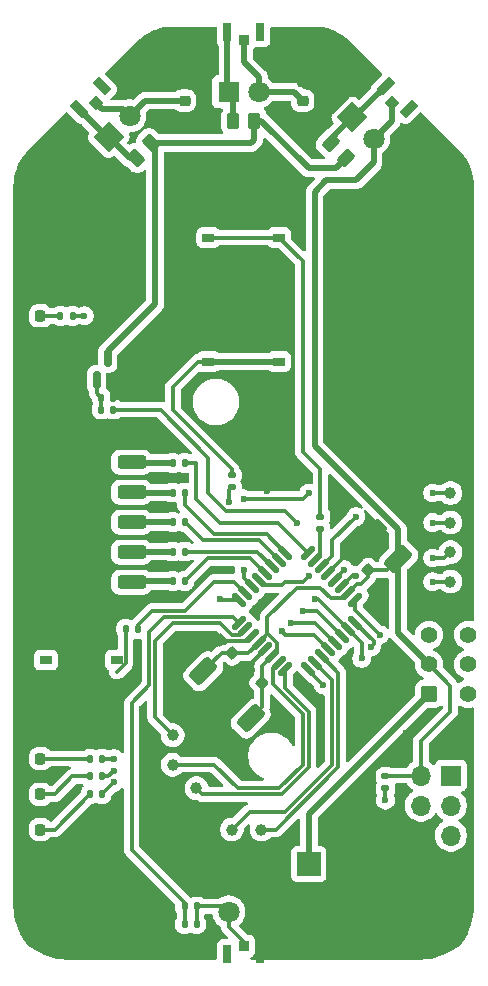
<source format=gbr>
%TF.GenerationSoftware,KiCad,Pcbnew,9.0.0*%
%TF.CreationDate,2025-11-25T16:08:04+02:00*%
%TF.ProjectId,Start_Stop_Remote,53746172-745f-4537-946f-705f52656d6f,rev?*%
%TF.SameCoordinates,Original*%
%TF.FileFunction,Copper,L1,Top*%
%TF.FilePolarity,Positive*%
%FSLAX46Y46*%
G04 Gerber Fmt 4.6, Leading zero omitted, Abs format (unit mm)*
G04 Created by KiCad (PCBNEW 9.0.0) date 2025-11-25 16:08:04*
%MOMM*%
%LPD*%
G01*
G04 APERTURE LIST*
G04 Aperture macros list*
%AMRoundRect*
0 Rectangle with rounded corners*
0 $1 Rounding radius*
0 $2 $3 $4 $5 $6 $7 $8 $9 X,Y pos of 4 corners*
0 Add a 4 corners polygon primitive as box body*
4,1,4,$2,$3,$4,$5,$6,$7,$8,$9,$2,$3,0*
0 Add four circle primitives for the rounded corners*
1,1,$1+$1,$2,$3*
1,1,$1+$1,$4,$5*
1,1,$1+$1,$6,$7*
1,1,$1+$1,$8,$9*
0 Add four rect primitives between the rounded corners*
20,1,$1+$1,$2,$3,$4,$5,0*
20,1,$1+$1,$4,$5,$6,$7,0*
20,1,$1+$1,$6,$7,$8,$9,0*
20,1,$1+$1,$8,$9,$2,$3,0*%
%AMRotRect*
0 Rectangle, with rotation*
0 The origin of the aperture is its center*
0 $1 length*
0 $2 width*
0 $3 Rotation angle, in degrees counterclockwise*
0 Add horizontal line*
21,1,$1,$2,0,0,$3*%
G04 Aperture macros list end*
%TA.AperFunction,SMDPad,CuDef*%
%ADD10R,0.750000X1.500000*%
%TD*%
%TA.AperFunction,SMDPad,CuDef*%
%ADD11R,0.900000X0.900000*%
%TD*%
%TA.AperFunction,SMDPad,CuDef*%
%ADD12RoundRect,0.135000X-0.185000X0.135000X-0.185000X-0.135000X0.185000X-0.135000X0.185000X0.135000X0*%
%TD*%
%TA.AperFunction,SMDPad,CuDef*%
%ADD13R,1.000000X0.750000*%
%TD*%
%TA.AperFunction,SMDPad,CuDef*%
%ADD14C,1.000000*%
%TD*%
%TA.AperFunction,SMDPad,CuDef*%
%ADD15RoundRect,0.135000X-0.135000X-0.185000X0.135000X-0.185000X0.135000X0.185000X-0.135000X0.185000X0*%
%TD*%
%TA.AperFunction,SMDPad,CuDef*%
%ADD16RoundRect,0.250000X0.945755X0.362392X0.362392X0.945755X-0.945755X-0.362392X-0.362392X-0.945755X0*%
%TD*%
%TA.AperFunction,ComponentPad*%
%ADD17C,0.800000*%
%TD*%
%TA.AperFunction,ComponentPad*%
%ADD18C,6.400000*%
%TD*%
%TA.AperFunction,SMDPad,CuDef*%
%ADD19RoundRect,0.135000X0.135000X0.185000X-0.135000X0.185000X-0.135000X-0.185000X0.135000X-0.185000X0*%
%TD*%
%TA.AperFunction,SMDPad,CuDef*%
%ADD20RoundRect,0.250000X-0.970000X-0.310000X0.970000X-0.310000X0.970000X0.310000X-0.970000X0.310000X0*%
%TD*%
%TA.AperFunction,SMDPad,CuDef*%
%ADD21RoundRect,0.218750X-0.218750X-0.256250X0.218750X-0.256250X0.218750X0.256250X-0.218750X0.256250X0*%
%TD*%
%TA.AperFunction,ComponentPad*%
%ADD22RoundRect,0.250000X0.450000X-0.450000X0.450000X0.450000X-0.450000X0.450000X-0.450000X-0.450000X0*%
%TD*%
%TA.AperFunction,ComponentPad*%
%ADD23C,1.400000*%
%TD*%
%TA.AperFunction,SMDPad,CuDef*%
%ADD24RoundRect,0.225000X0.335876X0.017678X0.017678X0.335876X-0.335876X-0.017678X-0.017678X-0.335876X0*%
%TD*%
%TA.AperFunction,SMDPad,CuDef*%
%ADD25RotRect,1.500000X0.750000X225.000000*%
%TD*%
%TA.AperFunction,SMDPad,CuDef*%
%ADD26RotRect,0.900000X0.900000X225.000000*%
%TD*%
%TA.AperFunction,SMDPad,CuDef*%
%ADD27RoundRect,0.250000X0.503814X0.132583X0.132583X0.503814X-0.503814X-0.132583X-0.132583X-0.503814X0*%
%TD*%
%TA.AperFunction,SMDPad,CuDef*%
%ADD28RoundRect,0.125000X-0.353553X-0.530330X0.530330X0.353553X0.353553X0.530330X-0.530330X-0.353553X0*%
%TD*%
%TA.AperFunction,SMDPad,CuDef*%
%ADD29RoundRect,0.125000X0.353553X-0.530330X0.530330X-0.353553X-0.353553X0.530330X-0.530330X0.353553X0*%
%TD*%
%TA.AperFunction,SMDPad,CuDef*%
%ADD30RotRect,1.500000X0.750000X315.000000*%
%TD*%
%TA.AperFunction,SMDPad,CuDef*%
%ADD31RotRect,0.900000X0.900000X315.000000*%
%TD*%
%TA.AperFunction,SMDPad,CuDef*%
%ADD32RoundRect,0.250000X0.262500X0.450000X-0.262500X0.450000X-0.262500X-0.450000X0.262500X-0.450000X0*%
%TD*%
%TA.AperFunction,SMDPad,CuDef*%
%ADD33RoundRect,0.250000X-0.132583X0.503814X-0.503814X0.132583X0.132583X-0.503814X0.503814X-0.132583X0*%
%TD*%
%TA.AperFunction,SMDPad,CuDef*%
%ADD34RoundRect,0.225000X0.250000X-0.225000X0.250000X0.225000X-0.250000X0.225000X-0.250000X-0.225000X0*%
%TD*%
%TA.AperFunction,SMDPad,CuDef*%
%ADD35RoundRect,0.150000X0.150000X-0.587500X0.150000X0.587500X-0.150000X0.587500X-0.150000X-0.587500X0*%
%TD*%
%TA.AperFunction,ComponentPad*%
%ADD36R,1.800000X1.800000*%
%TD*%
%TA.AperFunction,ComponentPad*%
%ADD37C,1.800000*%
%TD*%
%TA.AperFunction,ComponentPad*%
%ADD38R,1.700000X1.700000*%
%TD*%
%TA.AperFunction,ComponentPad*%
%ADD39O,1.700000X1.700000*%
%TD*%
%TA.AperFunction,ComponentPad*%
%ADD40RotRect,1.800000X1.800000X45.000000*%
%TD*%
%TA.AperFunction,ComponentPad*%
%ADD41R,2.000000X2.000000*%
%TD*%
%TA.AperFunction,ComponentPad*%
%ADD42C,2.000000*%
%TD*%
%TA.AperFunction,ComponentPad*%
%ADD43RotRect,1.800000X1.800000X315.000000*%
%TD*%
%TA.AperFunction,ViaPad*%
%ADD44C,0.600000*%
%TD*%
%TA.AperFunction,Conductor*%
%ADD45C,0.300000*%
%TD*%
%TA.AperFunction,Conductor*%
%ADD46C,0.500000*%
%TD*%
G04 APERTURE END LIST*
D10*
%TO.P,D2,1,K*%
%TO.N,Net-(D10-K)*%
X23625000Y-1000000D03*
D11*
%TO.P,D2,2,A*%
%TO.N,VCC*%
X25000000Y-1650000D03*
D10*
%TO.P,D2,3*%
%TO.N,N/C*%
X26375000Y-1000000D03*
%TD*%
D12*
%TO.P,R18,1*%
%TO.N,Net-(R18-Pad1)*%
X24000000Y-38490000D03*
%TO.P,R18,2*%
%TO.N,/SW_STOP*%
X24000000Y-39510000D03*
%TD*%
D13*
%TO.P,SW3,1,1*%
%TO.N,Net-(R18-Pad1)*%
X28000000Y-28875000D03*
X22000000Y-28875000D03*
%TO.P,SW3,2,2*%
%TO.N,GND*%
X28000000Y-25125000D03*
X22000000Y-25125000D03*
%TD*%
D14*
%TO.P,TP8,1,1*%
%TO.N,Net-(U1-ADC7)*%
X42500000Y-42500000D03*
%TD*%
D12*
%TO.P,R17,1*%
%TO.N,Net-(R17-Pad1)*%
X31500000Y-41990000D03*
%TO.P,R17,2*%
%TO.N,/SW_START*%
X31500000Y-43010000D03*
%TD*%
D15*
%TO.P,R7,1*%
%TO.N,/PRG_LED*%
X19990000Y-75000000D03*
%TO.P,R7,2*%
%TO.N,Net-(D12-A)*%
X21010000Y-75000000D03*
%TD*%
D14*
%TO.P,TP3,1,1*%
%TO.N,Net-(U1-PD6)*%
X24000000Y-68500000D03*
%TD*%
D16*
%TO.P,C4,1*%
%TO.N,VCC*%
X25587177Y-59087177D03*
%TO.P,C4,2*%
%TO.N,GND*%
X23412823Y-56912823D03*
%TD*%
D17*
%TO.P,H1,1,1*%
%TO.N,GND*%
X7100000Y-18000000D03*
X7802944Y-16302944D03*
X7802944Y-19697056D03*
X9500000Y-15600000D03*
D18*
X9500000Y-18000000D03*
D17*
X9500000Y-20400000D03*
X11197056Y-16302944D03*
X11197056Y-19697056D03*
X11900000Y-18000000D03*
%TD*%
D13*
%TO.P,SW4,1,1*%
%TO.N,Net-(R19-Pad1)*%
X8250000Y-54125000D03*
X14250000Y-54125000D03*
%TO.P,SW4,2,2*%
%TO.N,GND*%
X8250000Y-57875000D03*
X14250000Y-57875000D03*
%TD*%
D10*
%TO.P,D4,1,K*%
%TO.N,GND*%
X26375000Y-79000000D03*
D11*
%TO.P,D4,2,A*%
%TO.N,Net-(D12-A)*%
X25000000Y-78350000D03*
D10*
%TO.P,D4,3*%
%TO.N,N/C*%
X23625000Y-79000000D03*
%TD*%
D19*
%TO.P,R8,1*%
%TO.N,/S_LED1*%
X13010000Y-62495000D03*
%TO.P,R8,2*%
%TO.N,Net-(D5-A)*%
X11990000Y-62495000D03*
%TD*%
D17*
%TO.P,H3,1,1*%
%TO.N,GND*%
X6600000Y-76000000D03*
X7302944Y-74302944D03*
X7302944Y-77697056D03*
X9000000Y-73600000D03*
D18*
X9000000Y-76000000D03*
D17*
X9000000Y-78400000D03*
X10697056Y-74302944D03*
X10697056Y-77697056D03*
X11400000Y-76000000D03*
%TD*%
D16*
%TO.P,C5,1*%
%TO.N,VCC*%
X21587177Y-55087177D03*
%TO.P,C5,2*%
%TO.N,GND*%
X19412823Y-52912823D03*
%TD*%
D20*
%TO.P,SW1,1*%
%TO.N,GND*%
X6890000Y-37380000D03*
%TO.P,SW1,2*%
X6890000Y-39920000D03*
%TO.P,SW1,3*%
X6890000Y-42460000D03*
%TO.P,SW1,4*%
X6890000Y-45000000D03*
%TO.P,SW1,5*%
X6890000Y-47540000D03*
%TO.P,SW1,6*%
%TO.N,Net-(R16-Pad2)*%
X15500000Y-47540000D03*
%TO.P,SW1,7*%
%TO.N,Net-(R15-Pad2)*%
X15500000Y-45000000D03*
%TO.P,SW1,8*%
%TO.N,Net-(R14-Pad2)*%
X15500000Y-42460000D03*
%TO.P,SW1,9*%
%TO.N,Net-(R13-Pad2)*%
X15500000Y-39920000D03*
%TO.P,SW1,10*%
%TO.N,Net-(R12-Pad2)*%
X15500000Y-37380000D03*
%TD*%
D21*
%TO.P,D7,1,K*%
%TO.N,GND*%
X6212500Y-68495000D03*
%TO.P,D7,2,A*%
%TO.N,Net-(D7-A)*%
X7787500Y-68495000D03*
%TD*%
D15*
%TO.P,R19,1*%
%TO.N,Net-(R19-Pad1)*%
X15000000Y-51500000D03*
%TO.P,R19,2*%
%TO.N,/SW_PROG*%
X16020000Y-51500000D03*
%TD*%
D22*
%TO.P,SW6,1,A*%
%TO.N,Net-(BT1-+)*%
X40700000Y-57000000D03*
D23*
%TO.P,SW6,2,B*%
%TO.N,VCC*%
X40700000Y-54500000D03*
%TO.P,SW6,3,C*%
%TO.N,unconnected-(SW6-C-Pad3)*%
X40700000Y-52000000D03*
%TO.P,SW6,4,A*%
%TO.N,unconnected-(SW6-A-Pad4)*%
X44000000Y-52000000D03*
%TO.P,SW6,5,B*%
%TO.N,unconnected-(SW6-B-Pad5)*%
X44000000Y-54500000D03*
%TO.P,SW6,6,C*%
%TO.N,unconnected-(SW6-C-Pad6)*%
X44000000Y-57000000D03*
%TD*%
D15*
%TO.P,R6,1*%
%TO.N,/PRG_LED*%
X19990000Y-76500000D03*
%TO.P,R6,2*%
%TO.N,Net-(D12-A)*%
X21010000Y-76500000D03*
%TD*%
D16*
%TO.P,C3,1*%
%TO.N,VCC*%
X38087177Y-45587177D03*
%TO.P,C3,2*%
%TO.N,GND*%
X35912823Y-43412823D03*
%TD*%
D24*
%TO.P,C2,1*%
%TO.N,VCC*%
X35548008Y-46548008D03*
%TO.P,C2,2*%
%TO.N,GND*%
X34451992Y-45451992D03*
%TD*%
D25*
%TO.P,D3,1,K*%
%TO.N,Net-(D11-K)*%
X37027728Y-5527728D03*
D26*
%TO.P,D3,2,A*%
%TO.N,VCC*%
X37540381Y-6959619D03*
D25*
%TO.P,D3,3*%
%TO.N,N/C*%
X38972272Y-7472272D03*
%TD*%
D19*
%TO.P,R15,1*%
%TO.N,/ADDR_3*%
X20010000Y-44960000D03*
%TO.P,R15,2*%
%TO.N,Net-(R15-Pad2)*%
X18990000Y-44960000D03*
%TD*%
%TO.P,R13,1*%
%TO.N,/ADDR_1*%
X20010000Y-39960000D03*
%TO.P,R13,2*%
%TO.N,Net-(R13-Pad2)*%
X18990000Y-39960000D03*
%TD*%
%TO.P,R10,1*%
%TO.N,/S_LED3*%
X13010000Y-65495000D03*
%TO.P,R10,2*%
%TO.N,Net-(D7-A)*%
X11990000Y-65495000D03*
%TD*%
D14*
%TO.P,TP7,1,1*%
%TO.N,Net-(U1-ADC6)*%
X42500000Y-47500000D03*
%TD*%
D27*
%TO.P,R1,1*%
%TO.N,Net-(Q1-D)*%
X33645235Y-11645235D03*
%TO.P,R1,2*%
%TO.N,Net-(D11-K)*%
X32354765Y-10354765D03*
%TD*%
D14*
%TO.P,TP1,1,1*%
%TO.N,Net-(U1-PD4)*%
X19000000Y-60500000D03*
%TD*%
D28*
%TO.P,U1,1,PD3*%
%TO.N,/PRG_LED*%
X24567930Y-50972272D03*
%TO.P,U1,2,PD4*%
%TO.N,Net-(U1-PD4)*%
X25133616Y-51537957D03*
%TO.P,U1,3,GND*%
%TO.N,GND*%
X25699301Y-52103643D03*
%TO.P,U1,4,VCC*%
%TO.N,VCC*%
X26264986Y-52669328D03*
%TO.P,U1,5,GND*%
%TO.N,GND*%
X26830672Y-53235014D03*
%TO.P,U1,6,VCC*%
%TO.N,VCC*%
X27396357Y-53800699D03*
%TO.P,U1,7,XTAL1/PB6*%
%TO.N,Net-(U1-XTAL1{slash}PB6)*%
X27962043Y-54366384D03*
%TO.P,U1,8,XTAL2/PB7*%
%TO.N,Net-(U1-XTAL2{slash}PB7)*%
X28527728Y-54932070D03*
D29*
%TO.P,U1,9,PD5*%
%TO.N,/CMD_LEDS*%
X30472272Y-54932070D03*
%TO.P,U1,10,PD6*%
%TO.N,Net-(U1-PD6)*%
X31037957Y-54366384D03*
%TO.P,U1,11,PD7*%
%TO.N,Net-(U1-PD7)*%
X31603643Y-53800699D03*
%TO.P,U1,12,PB0*%
%TO.N,/S_LED1*%
X32169328Y-53235014D03*
%TO.P,U1,13,PB1*%
%TO.N,/S_LED2*%
X32735014Y-52669328D03*
%TO.P,U1,14,PB2*%
%TO.N,/S_LED3*%
X33300699Y-52103643D03*
%TO.P,U1,15,PB3*%
%TO.N,/MOSI*%
X33866384Y-51537957D03*
%TO.P,U1,16,PB4*%
%TO.N,/MISO*%
X34432070Y-50972272D03*
D28*
%TO.P,U1,17,PB5*%
%TO.N,/SCK*%
X34432070Y-49027728D03*
%TO.P,U1,18,AVCC*%
%TO.N,VCC*%
X33866384Y-48462043D03*
%TO.P,U1,19,ADC6*%
%TO.N,Net-(U1-ADC6)*%
X33300699Y-47896357D03*
%TO.P,U1,20,AREF*%
%TO.N,Net-(U1-AREF)*%
X32735014Y-47330672D03*
%TO.P,U1,21,GND*%
%TO.N,GND*%
X32169328Y-46764986D03*
%TO.P,U1,22,ADC7*%
%TO.N,Net-(U1-ADC7)*%
X31603643Y-46199301D03*
%TO.P,U1,23,PC0*%
%TO.N,/SW_START*%
X31037957Y-45633616D03*
%TO.P,U1,24,PC1*%
%TO.N,/ADDR_0*%
X30472272Y-45067930D03*
D29*
%TO.P,U1,25,PC2*%
%TO.N,/ADDR_1*%
X28527728Y-45067930D03*
%TO.P,U1,26,PC3*%
%TO.N,/ADDR_2*%
X27962043Y-45633616D03*
%TO.P,U1,27,PC4*%
%TO.N,/ADDR_3*%
X27396357Y-46199301D03*
%TO.P,U1,28,PC5*%
%TO.N,/ADDR_4*%
X26830672Y-46764986D03*
%TO.P,U1,29,~{RESET}/PC6*%
%TO.N,/RESET*%
X26264986Y-47330672D03*
%TO.P,U1,30,PD0*%
%TO.N,Net-(U1-PD0)*%
X25699301Y-47896357D03*
%TO.P,U1,31,PD1*%
%TO.N,/SW_PROG*%
X25133616Y-48462043D03*
%TO.P,U1,32,PD2*%
%TO.N,/SW_STOP*%
X24567930Y-49027728D03*
%TD*%
D30*
%TO.P,D1,1,K*%
%TO.N,Net-(D1-K)*%
X11027728Y-7472272D03*
D31*
%TO.P,D1,2,A*%
%TO.N,VCC*%
X12459619Y-6959619D03*
D30*
%TO.P,D1,3*%
%TO.N,N/C*%
X12972272Y-5527728D03*
%TD*%
D14*
%TO.P,TP2,1,1*%
%TO.N,Net-(U1-PD0)*%
X42500000Y-40000000D03*
%TD*%
D32*
%TO.P,R3,1*%
%TO.N,Net-(Q1-D)*%
X25912500Y-8500000D03*
%TO.P,R3,2*%
%TO.N,Net-(D10-K)*%
X24087500Y-8500000D03*
%TD*%
D15*
%TO.P,R20,1*%
%TO.N,Net-(Q1-G)*%
X12940000Y-31937500D03*
%TO.P,R20,2*%
%TO.N,GND*%
X13960000Y-31937500D03*
%TD*%
D19*
%TO.P,R11,1*%
%TO.N,/MOSI*%
X10505000Y-25000000D03*
%TO.P,R11,2*%
%TO.N,Net-(D8-A)*%
X9485000Y-25000000D03*
%TD*%
D33*
%TO.P,R2,1*%
%TO.N,Net-(Q1-D)*%
X17145235Y-10354765D03*
%TO.P,R2,2*%
%TO.N,Net-(D1-K)*%
X15854765Y-11645235D03*
%TD*%
D34*
%TO.P,C6,1*%
%TO.N,VCC*%
X30000000Y-6775000D03*
%TO.P,C6,2*%
%TO.N,GND*%
X30000000Y-5225000D03*
%TD*%
D19*
%TO.P,R12,1*%
%TO.N,/ADDR_0*%
X20010000Y-37460000D03*
%TO.P,R12,2*%
%TO.N,Net-(R12-Pad2)*%
X18990000Y-37460000D03*
%TD*%
D13*
%TO.P,SW2,1,1*%
%TO.N,Net-(R17-Pad1)*%
X28000000Y-18375000D03*
X22000000Y-18375000D03*
%TO.P,SW2,2,2*%
%TO.N,GND*%
X28000000Y-14625000D03*
X22000000Y-14625000D03*
%TD*%
D19*
%TO.P,R14,1*%
%TO.N,/ADDR_2*%
X20010000Y-42460000D03*
%TO.P,R14,2*%
%TO.N,Net-(R14-Pad2)*%
X18990000Y-42460000D03*
%TD*%
%TO.P,R4,1*%
%TO.N,/CMD_LEDS*%
X13960000Y-32937500D03*
%TO.P,R4,2*%
%TO.N,Net-(Q1-G)*%
X12940000Y-32937500D03*
%TD*%
D12*
%TO.P,R5,1*%
%TO.N,VCC*%
X37000000Y-63990000D03*
%TO.P,R5,2*%
%TO.N,/RESET*%
X37000000Y-65010000D03*
%TD*%
D21*
%TO.P,D8,1,K*%
%TO.N,GND*%
X6207500Y-25000000D03*
%TO.P,D8,2,A*%
%TO.N,Net-(D8-A)*%
X7782500Y-25000000D03*
%TD*%
D17*
%TO.P,H2,1,1*%
%TO.N,GND*%
X38100000Y-18000000D03*
X38802944Y-16302944D03*
X38802944Y-19697056D03*
X40500000Y-15600000D03*
D18*
X40500000Y-18000000D03*
D17*
X40500000Y-20400000D03*
X42197056Y-16302944D03*
X42197056Y-19697056D03*
X42900000Y-18000000D03*
%TD*%
D19*
%TO.P,R9,1*%
%TO.N,/S_LED2*%
X13010000Y-63995000D03*
%TO.P,R9,2*%
%TO.N,Net-(D6-A)*%
X11990000Y-63995000D03*
%TD*%
D24*
%TO.P,C8,1*%
%TO.N,VCC*%
X26548008Y-56048008D03*
%TO.P,C8,2*%
%TO.N,GND*%
X25451992Y-54951992D03*
%TD*%
D14*
%TO.P,TP4,1,1*%
%TO.N,Net-(U1-PD7)*%
X26500000Y-68500000D03*
%TD*%
D21*
%TO.P,D6,1,K*%
%TO.N,GND*%
X6212500Y-65495000D03*
%TO.P,D6,2,A*%
%TO.N,Net-(D6-A)*%
X7787500Y-65495000D03*
%TD*%
D14*
%TO.P,TP9,1,1*%
%TO.N,Net-(U1-AREF)*%
X42500000Y-45000000D03*
%TD*%
D24*
%TO.P,C1,1*%
%TO.N,VCC*%
X24048008Y-53548008D03*
%TO.P,C1,2*%
%TO.N,GND*%
X22951992Y-52451992D03*
%TD*%
D34*
%TO.P,C7,1*%
%TO.N,VCC*%
X20000000Y-6775000D03*
%TO.P,C7,2*%
%TO.N,GND*%
X20000000Y-5225000D03*
%TD*%
D21*
%TO.P,D5,1,K*%
%TO.N,GND*%
X6212500Y-62495000D03*
%TO.P,D5,2,A*%
%TO.N,Net-(D5-A)*%
X7787500Y-62495000D03*
%TD*%
D14*
%TO.P,TP6,1,1*%
%TO.N,Net-(U1-XTAL1{slash}PB6)*%
X19000000Y-63000000D03*
%TD*%
D17*
%TO.P,H4,1,1*%
%TO.N,GND*%
X38600000Y-76000000D03*
X39302944Y-74302944D03*
X39302944Y-77697056D03*
X41000000Y-73600000D03*
D18*
X41000000Y-76000000D03*
D17*
X41000000Y-78400000D03*
X42697056Y-74302944D03*
X42697056Y-77697056D03*
X43400000Y-76000000D03*
%TD*%
D14*
%TO.P,TP5,1,1*%
%TO.N,Net-(U1-XTAL2{slash}PB7)*%
X21000000Y-65000000D03*
%TD*%
D35*
%TO.P,Q1,1,G*%
%TO.N,Net-(Q1-G)*%
X12550000Y-30437500D03*
%TO.P,Q1,2,S*%
%TO.N,GND*%
X14450000Y-30437500D03*
%TO.P,Q1,3,D*%
%TO.N,Net-(Q1-D)*%
X13500000Y-28562500D03*
%TD*%
D19*
%TO.P,R16,1*%
%TO.N,/ADDR_4*%
X20010000Y-47460000D03*
%TO.P,R16,2*%
%TO.N,Net-(R16-Pad2)*%
X18990000Y-47460000D03*
%TD*%
D36*
%TO.P,D12,1,K*%
%TO.N,GND*%
X26275000Y-75475000D03*
D37*
%TO.P,D12,2,A*%
%TO.N,Net-(D12-A)*%
X23735000Y-75475000D03*
%TD*%
D36*
%TO.P,D10,1,K*%
%TO.N,Net-(D10-K)*%
X23725000Y-6025000D03*
D37*
%TO.P,D10,2,A*%
%TO.N,VCC*%
X26265000Y-6025000D03*
%TD*%
D38*
%TO.P,J1,1,MISO*%
%TO.N,/MISO*%
X42540000Y-63920000D03*
D39*
%TO.P,J1,2,VCC*%
%TO.N,VCC*%
X40000000Y-63920000D03*
%TO.P,J1,3,SCK*%
%TO.N,/SCK*%
X42540000Y-66460000D03*
%TO.P,J1,4,MOSI*%
%TO.N,/MOSI*%
X40000000Y-66460000D03*
%TO.P,J1,5,~{RST}*%
%TO.N,/RESET*%
X42540000Y-69000000D03*
%TO.P,J1,6,GND*%
%TO.N,GND*%
X40000000Y-69000000D03*
%TD*%
D40*
%TO.P,D9,1,K*%
%TO.N,Net-(D1-K)*%
X13565864Y-9868987D03*
D37*
%TO.P,D9,2,A*%
%TO.N,VCC*%
X15361915Y-8072936D03*
%TD*%
D41*
%TO.P,BT1,1,+*%
%TO.N,Net-(BT1-+)*%
X30500000Y-71400000D03*
D42*
%TO.P,BT1,2,-*%
%TO.N,GND*%
X19500000Y-71400000D03*
%TD*%
D43*
%TO.P,D11,1,K*%
%TO.N,Net-(D11-K)*%
X34203949Y-8203949D03*
D37*
%TO.P,D11,2,A*%
%TO.N,VCC*%
X36000000Y-10000000D03*
%TD*%
D44*
%TO.N,GND*%
X35800000Y-45094975D03*
X31500000Y-62500000D03*
X27000000Y-11000000D03*
X24000000Y-46500000D03*
X9000000Y-35500000D03*
X28000000Y-77500000D03*
X29500000Y-56000000D03*
X7000000Y-60500000D03*
X25000000Y-16500000D03*
X26000000Y-50000000D03*
X15000000Y-35500000D03*
X18000000Y-65500000D03*
X11500000Y-56000000D03*
X41000000Y-61500000D03*
X36000000Y-49500000D03*
X17500000Y-31500000D03*
X17500000Y-5500000D03*
X33000000Y-5000000D03*
X39500000Y-48500000D03*
X37000000Y-62500000D03*
X19000000Y-3500000D03*
X19000000Y-12000000D03*
X34000000Y-67000000D03*
X9000000Y-49000000D03*
X34500000Y-58500000D03*
X31500000Y-57500000D03*
X27000000Y-39800000D03*
X43500000Y-60000000D03*
X18000000Y-49000000D03*
X27500000Y-4000000D03*
X29500000Y-13500000D03*
X38700000Y-60325007D03*
X38500000Y-54000000D03*
X33500000Y-41000000D03*
X6500000Y-71500000D03*
X37000000Y-58500000D03*
X34000000Y-44000000D03*
X25000000Y-27000000D03*
X18500000Y-56000000D03*
%TO.N,/S_LED1*%
X14000000Y-62495000D03*
X28212132Y-51712132D03*
%TO.N,/S_LED2*%
X29000000Y-51000000D03*
X14000000Y-63495000D03*
%TO.N,/S_LED3*%
X14000000Y-64495000D03*
X30000000Y-50000001D03*
%TO.N,/MOSI*%
X31000000Y-49000000D03*
X35000000Y-54000000D03*
X11500000Y-25000000D03*
%TO.N,/MISO*%
X35800000Y-53000000D03*
%TO.N,/SCK*%
X36500000Y-52000000D03*
%TO.N,/RESET*%
X30500000Y-47000000D03*
X37000000Y-66000000D03*
%TO.N,/CMD_LEDS*%
X29500000Y-42500000D03*
X31750000Y-56250000D03*
%TO.N,/SW_STOP*%
X23750000Y-40750000D03*
X23000000Y-49000000D03*
%TO.N,Net-(U1-PD0)*%
X30500000Y-40000000D03*
X25000000Y-46500000D03*
X41000000Y-40000000D03*
X25000000Y-40500000D03*
%TO.N,Net-(U1-ADC6)*%
X41000000Y-47500000D03*
X34494975Y-46994976D03*
%TO.N,Net-(U1-ADC7)*%
X41000000Y-42500000D03*
X34500000Y-42000000D03*
%TO.N,Net-(U1-AREF)*%
X33500000Y-46500000D03*
X41000000Y-45500000D03*
%TD*%
D45*
%TO.N,GND*%
X26830672Y-53235014D02*
X25451992Y-54613694D01*
X25699301Y-52103643D02*
X25256208Y-52546736D01*
X23046736Y-52546736D02*
X22951992Y-52451992D01*
X34451992Y-45451992D02*
X33482322Y-45451992D01*
X23412823Y-56912823D02*
X23491161Y-56912823D01*
X23491161Y-56912823D02*
X25451992Y-54951992D01*
X19873654Y-52451992D02*
X19412823Y-52912823D01*
X35412823Y-44491161D02*
X34451992Y-45451992D01*
X33482322Y-45451992D02*
X32169328Y-46764986D01*
X22951992Y-52451992D02*
X19873654Y-52451992D01*
X25451992Y-54613694D02*
X25451992Y-54951992D01*
X25256208Y-52546736D02*
X23046736Y-52546736D01*
X35412823Y-43912823D02*
X35412823Y-44491161D01*
%TO.N,Net-(D5-A)*%
X11990000Y-62495000D02*
X7787500Y-62495000D01*
%TO.N,Net-(D6-A)*%
X10500000Y-63995000D02*
X9000000Y-65495000D01*
X11990000Y-63995000D02*
X10500000Y-63995000D01*
X9000000Y-65495000D02*
X7787500Y-65495000D01*
%TO.N,Net-(D7-A)*%
X11990000Y-65495000D02*
X11990000Y-65505000D01*
X11990000Y-65505000D02*
X9000000Y-68495000D01*
X9000000Y-68495000D02*
X7787500Y-68495000D01*
%TO.N,Net-(D8-A)*%
X9485000Y-25000000D02*
X7782500Y-25000000D01*
%TO.N,/PRG_LED*%
X19990000Y-75000000D02*
X19990000Y-74680001D01*
X24095658Y-50500000D02*
X24567930Y-50972272D01*
X15500000Y-57792894D02*
X17000000Y-56292894D01*
X19990000Y-74680001D02*
X15500000Y-70190001D01*
X15500000Y-70190001D02*
X15500000Y-57792894D01*
X19990000Y-75000000D02*
X19990000Y-76500000D01*
X17000000Y-51792893D02*
X18292893Y-50500000D01*
X17000000Y-56292894D02*
X17000000Y-51792893D01*
X18292893Y-50500000D02*
X24095658Y-50500000D01*
%TO.N,/S_LED1*%
X32169328Y-53235014D02*
X30934314Y-52000000D01*
X13010000Y-62495000D02*
X14000000Y-62495000D01*
X28500000Y-52000000D02*
X28212132Y-51712132D01*
X30934314Y-52000000D02*
X28500000Y-52000000D01*
%TO.N,/S_LED2*%
X31065686Y-51000000D02*
X29000000Y-51000000D01*
X32735014Y-52669328D02*
X31065686Y-51000000D01*
X13010000Y-63995000D02*
X13500000Y-63995000D01*
X13500000Y-63995000D02*
X14000000Y-63495000D01*
%TO.N,/S_LED3*%
X31197056Y-50000000D02*
X30000000Y-50000001D01*
X14000000Y-64505000D02*
X14000000Y-64495000D01*
X13010000Y-65495000D02*
X14000000Y-64505000D01*
X33300699Y-52103643D02*
X31197056Y-50000000D01*
%TO.N,/MOSI*%
X10505000Y-25000000D02*
X11500000Y-25000000D01*
X33866384Y-51537957D02*
X35000000Y-52671573D01*
X33866384Y-51537957D02*
X31328427Y-49000000D01*
X35000000Y-52671573D02*
X35000000Y-54000000D01*
X31328427Y-49000000D02*
X31000000Y-49000000D01*
%TO.N,/ADDR_0*%
X27904342Y-42500000D02*
X23000000Y-42500000D01*
X21000000Y-37460000D02*
X20010000Y-37460000D01*
X30472272Y-45067930D02*
X27904342Y-42500000D01*
X23000000Y-42500000D02*
X21000000Y-40500000D01*
X21000000Y-40500000D02*
X21000000Y-37460000D01*
D46*
%TO.N,Net-(R12-Pad2)*%
X15580000Y-37460000D02*
X15500000Y-37380000D01*
X18990000Y-37460000D02*
X15580000Y-37460000D01*
D45*
%TO.N,/ADDR_1*%
X28527728Y-45067930D02*
X26959798Y-43500000D01*
X26959798Y-43500000D02*
X22500000Y-43500000D01*
X20010000Y-41010000D02*
X20010000Y-39960000D01*
X22500000Y-43500000D02*
X20010000Y-41010000D01*
D46*
%TO.N,Net-(R13-Pad2)*%
X18990000Y-39960000D02*
X15540000Y-39960000D01*
X15540000Y-39960000D02*
X15500000Y-39920000D01*
D45*
%TO.N,/ADDR_2*%
X26328427Y-44000000D02*
X21550000Y-44000000D01*
X21550000Y-44000000D02*
X20010000Y-42460000D01*
X27962043Y-45633616D02*
X26328427Y-44000000D01*
%TO.N,/ADDR_3*%
X27396357Y-46199301D02*
X26157056Y-44960000D01*
X26157056Y-44960000D02*
X20010000Y-44960000D01*
D46*
%TO.N,Net-(R14-Pad2)*%
X18990000Y-42460000D02*
X15500000Y-42460000D01*
%TO.N,Net-(R15-Pad2)*%
X15540000Y-44960000D02*
X15500000Y-45000000D01*
X18990000Y-44960000D02*
X15540000Y-44960000D01*
D45*
%TO.N,/ADDR_4*%
X25565686Y-45500000D02*
X26830672Y-46764986D01*
X21970000Y-45500000D02*
X25565686Y-45500000D01*
X20010000Y-47460000D02*
X21970000Y-45500000D01*
D46*
%TO.N,VCC*%
X37540381Y-8459619D02*
X36000000Y-10000000D01*
D45*
X26548008Y-54649048D02*
X26548008Y-56048008D01*
X34633451Y-47694976D02*
X34962808Y-47694976D01*
D46*
X31000000Y-14500000D02*
X32000000Y-13500000D01*
D45*
X21587177Y-55087177D02*
X23126346Y-53548008D01*
X27087022Y-51934314D02*
X27000000Y-51934314D01*
D46*
X20000000Y-6775000D02*
X16659851Y-6775000D01*
X38087177Y-43087177D02*
X31000000Y-36000000D01*
D45*
X42500000Y-56300000D02*
X42500000Y-58500000D01*
X35548008Y-46548008D02*
X37126346Y-46548008D01*
X25386306Y-53548008D02*
X24048008Y-53548008D01*
D46*
X37540381Y-6959619D02*
X37540381Y-8459619D01*
X36000000Y-12000000D02*
X36000000Y-10000000D01*
D45*
X33423291Y-48905136D02*
X33866384Y-48462043D01*
X23126346Y-53548008D02*
X24048008Y-53548008D01*
X37070000Y-63920000D02*
X37000000Y-63990000D01*
D46*
X38087177Y-51887177D02*
X38087177Y-43087177D01*
D45*
X40000000Y-61000000D02*
X40000000Y-63920000D01*
X42500000Y-58500000D02*
X40000000Y-61000000D01*
X26548008Y-58126346D02*
X25587177Y-59087177D01*
D46*
X34500000Y-13500000D02*
X36000000Y-12000000D01*
X25000000Y-3500000D02*
X26265000Y-4765000D01*
X16659851Y-6775000D02*
X15361915Y-8072936D01*
X13000000Y-7500000D02*
X14788979Y-7500000D01*
D45*
X33866384Y-48462043D02*
X34633451Y-47694976D01*
X27000000Y-51934314D02*
X27000000Y-50500000D01*
X27839451Y-53357605D02*
X27839451Y-52686743D01*
X27839451Y-52686743D02*
X27087022Y-51934314D01*
X29500000Y-48000000D02*
X31500000Y-48000000D01*
D46*
X12459619Y-6959619D02*
X13000000Y-7500000D01*
X25000000Y-1650000D02*
X25000000Y-3500000D01*
X29250000Y-6025000D02*
X30000000Y-6775000D01*
D45*
X27000000Y-50500000D02*
X29500000Y-48000000D01*
D46*
X31000000Y-36000000D02*
X31000000Y-14500000D01*
X14788979Y-7500000D02*
X15361915Y-8072936D01*
D45*
X27396357Y-53800699D02*
X26548008Y-54649048D01*
X34962808Y-47694976D02*
X35548008Y-47109776D01*
D46*
X26265000Y-6025000D02*
X29250000Y-6025000D01*
X26265000Y-4765000D02*
X26265000Y-6025000D01*
D45*
X27396357Y-53800699D02*
X27839451Y-53357605D01*
X32405136Y-48905136D02*
X33423291Y-48905136D01*
D46*
X32000000Y-13500000D02*
X34500000Y-13500000D01*
D45*
X40700000Y-54500000D02*
X42500000Y-56300000D01*
X26264986Y-52669328D02*
X27000000Y-51934314D01*
X37126346Y-46548008D02*
X38087177Y-45587177D01*
X26264986Y-52669328D02*
X25386306Y-53548008D01*
X31500000Y-48000000D02*
X32405136Y-48905136D01*
X26548008Y-56048008D02*
X26548008Y-58126346D01*
X35548008Y-47109776D02*
X35548008Y-46548008D01*
X40000000Y-63920000D02*
X37070000Y-63920000D01*
D46*
X40700000Y-54500000D02*
X38087177Y-51887177D01*
%TO.N,Net-(D1-K)*%
X15342112Y-11645235D02*
X13565864Y-9868987D01*
X15854765Y-11645235D02*
X15342112Y-11645235D01*
X13565864Y-9868987D02*
X13424443Y-9868987D01*
X13424443Y-9868987D02*
X11027728Y-7472272D01*
D45*
%TO.N,/MISO*%
X34432070Y-50972272D02*
X36000000Y-52540202D01*
X36000000Y-52800000D02*
X35800000Y-53000000D01*
X36000000Y-52540202D02*
X36000000Y-52800000D01*
%TO.N,/SCK*%
X34432070Y-49932070D02*
X36500000Y-52000000D01*
X34432070Y-49027728D02*
X34432070Y-49932070D01*
%TO.N,/RESET*%
X30000000Y-47500000D02*
X30500000Y-47000000D01*
X37000000Y-65010000D02*
X37000000Y-66000000D01*
X28226235Y-47773765D02*
X28500000Y-47500000D01*
X26708079Y-47773765D02*
X28226235Y-47773765D01*
X28500000Y-47500000D02*
X30000000Y-47500000D01*
X26264986Y-47330672D02*
X26708079Y-47773765D01*
D46*
%TO.N,Net-(Q1-D)*%
X17145235Y-10354765D02*
X25645235Y-10354765D01*
X17500000Y-24000000D02*
X17500000Y-10709530D01*
X26500000Y-8500000D02*
X25912500Y-8500000D01*
X32790470Y-12500000D02*
X30500000Y-12500000D01*
X25912500Y-10087500D02*
X25912500Y-8500000D01*
X17500000Y-10709530D02*
X17145235Y-10354765D01*
X13500000Y-28000000D02*
X17500000Y-24000000D01*
X25645235Y-10354765D02*
X25912500Y-10087500D01*
X30500000Y-12500000D02*
X26500000Y-8500000D01*
X13500000Y-28562500D02*
X13500000Y-28000000D01*
X33645235Y-11645235D02*
X32790470Y-12500000D01*
D45*
%TO.N,Net-(Q1-G)*%
X12550000Y-31547500D02*
X12940000Y-31937500D01*
X12550000Y-30437500D02*
X12550000Y-31547500D01*
X12940000Y-32937500D02*
X12940000Y-31937500D01*
%TO.N,/CMD_LEDS*%
X30472272Y-54972272D02*
X31750000Y-56250000D01*
X18000000Y-32937500D02*
X13960000Y-32937500D01*
X22000000Y-37000000D02*
X18000000Y-33000000D01*
X28500000Y-41500000D02*
X23500000Y-41500000D01*
X22000000Y-40000000D02*
X22000000Y-37000000D01*
X23500000Y-41500000D02*
X22000000Y-40000000D01*
X18000000Y-33000000D02*
X18000000Y-32937500D01*
X29500000Y-42500000D02*
X28500000Y-41500000D01*
X30472272Y-54932070D02*
X30472272Y-54972272D01*
D46*
%TO.N,Net-(R16-Pad2)*%
X15580000Y-47460000D02*
X15500000Y-47540000D01*
X18990000Y-47460000D02*
X15580000Y-47460000D01*
D45*
%TO.N,/SW_START*%
X31481051Y-45190522D02*
X31481051Y-43028949D01*
X31481051Y-43028949D02*
X31500000Y-43010000D01*
X31037957Y-45633616D02*
X31481051Y-45190522D01*
%TO.N,Net-(R17-Pad1)*%
X31500000Y-38000000D02*
X30000000Y-36500000D01*
X30000000Y-20375000D02*
X28000000Y-18375000D01*
X28000000Y-18375000D02*
X22000000Y-18375000D01*
X31500000Y-41990000D02*
X31500000Y-38000000D01*
X30000000Y-36500000D02*
X30000000Y-20375000D01*
%TO.N,/SW_STOP*%
X23750000Y-40750000D02*
X23750000Y-39760000D01*
X23027728Y-49027728D02*
X23000000Y-49000000D01*
X23750000Y-39760000D02*
X24000000Y-39510000D01*
X24567930Y-49027728D02*
X23027728Y-49027728D01*
D46*
%TO.N,Net-(R18-Pad1)*%
X28000000Y-28875000D02*
X22000000Y-28875000D01*
D45*
X19000000Y-33000000D02*
X19000000Y-31000000D01*
X21125000Y-28875000D02*
X22000000Y-28875000D01*
X19000000Y-31000000D02*
X21125000Y-28875000D01*
X24000000Y-38490000D02*
X24000000Y-38000000D01*
X24000000Y-38000000D02*
X19000000Y-33000000D01*
%TO.N,/SW_PROG*%
X22500000Y-47500000D02*
X19999999Y-50000001D01*
X19999999Y-50000001D02*
X17200001Y-50000000D01*
X17200001Y-50000000D02*
X16020000Y-51180001D01*
X16020000Y-51180001D02*
X16020000Y-51500000D01*
X25133616Y-48462043D02*
X24171573Y-47500000D01*
X24171573Y-47500000D02*
X22500000Y-47500000D01*
%TO.N,Net-(R19-Pad1)*%
X15000000Y-51500000D02*
X15000000Y-54375000D01*
X15000000Y-54375000D02*
X14250000Y-55125000D01*
D46*
%TO.N,Net-(BT1-+)*%
X30500000Y-71400000D02*
X30500000Y-67200000D01*
X30500000Y-67200000D02*
X40700000Y-57000000D01*
%TO.N,Net-(D10-K)*%
X23625000Y-5925000D02*
X23725000Y-6025000D01*
X24087500Y-8500000D02*
X24087500Y-6387500D01*
X23625000Y-1000000D02*
X23625000Y-5925000D01*
X24087500Y-6387500D02*
X23725000Y-6025000D01*
%TO.N,Net-(D11-K)*%
X34203949Y-8203949D02*
X34351507Y-8203949D01*
X32354765Y-10354765D02*
X32354765Y-10053133D01*
X32354765Y-10053133D02*
X34203949Y-8203949D01*
X34351507Y-8203949D02*
X37027728Y-5527728D01*
D45*
%TO.N,Net-(D12-A)*%
X23735000Y-76735000D02*
X23735000Y-75475000D01*
X25000000Y-78000000D02*
X23735000Y-76735000D01*
X21010000Y-76500000D02*
X21010000Y-75000000D01*
X21010000Y-75000000D02*
X23260000Y-75000000D01*
X23260000Y-75000000D02*
X23735000Y-75475000D01*
X25000000Y-78350000D02*
X25000000Y-78000000D01*
%TO.N,Net-(U1-PD4)*%
X23000000Y-51000000D02*
X19000000Y-51000000D01*
X19000000Y-51000000D02*
X17500000Y-52500000D01*
X25133616Y-51537957D02*
X24690522Y-51981051D01*
X17500000Y-59000000D02*
X19000000Y-60500000D01*
X17500000Y-52500000D02*
X17500000Y-59000000D01*
X24690522Y-51981051D02*
X23981051Y-51981051D01*
X23981051Y-51981051D02*
X23000000Y-51000000D01*
%TO.N,Net-(U1-PD0)*%
X41000000Y-40000000D02*
X42500000Y-40000000D01*
X25699301Y-47896357D02*
X25000000Y-47197056D01*
X30000000Y-40500000D02*
X30500000Y-40000000D01*
X25000000Y-47197056D02*
X25000000Y-46500000D01*
X25000000Y-40500000D02*
X30000000Y-40500000D01*
%TO.N,Net-(U1-PD6)*%
X25500000Y-67000000D02*
X24000000Y-68500000D01*
X31037957Y-54366384D02*
X32500000Y-55828427D01*
X32500000Y-55828427D02*
X32500000Y-63000000D01*
X28500000Y-67000000D02*
X25500000Y-67000000D01*
X32500000Y-63000000D02*
X28500000Y-67000000D01*
%TO.N,Net-(U1-PD7)*%
X33000000Y-63207106D02*
X27707106Y-68500000D01*
X31603643Y-53800699D02*
X33000000Y-55197056D01*
X27707106Y-68500000D02*
X26500000Y-68500000D01*
X33000000Y-55197056D02*
X33000000Y-63207106D01*
%TO.N,Net-(U1-XTAL2{slash}PB7)*%
X28527728Y-56527728D02*
X28527728Y-54932070D01*
X21000000Y-65000000D02*
X21500000Y-65500000D01*
X30500000Y-58500000D02*
X28527728Y-56527728D01*
X21500000Y-65500000D02*
X28207107Y-65500000D01*
X30500000Y-63207107D02*
X30500000Y-58500000D01*
X28207107Y-65500000D02*
X30500000Y-63207107D01*
%TO.N,Net-(U1-XTAL1{slash}PB6)*%
X27500000Y-56207106D02*
X30000000Y-58707106D01*
X30000000Y-58707106D02*
X30000000Y-63000000D01*
X22500000Y-63000000D02*
X19000000Y-63000000D01*
X27500000Y-54828427D02*
X27500000Y-56207106D01*
X30000000Y-63000000D02*
X28000000Y-65000000D01*
X28000000Y-65000000D02*
X24500000Y-65000000D01*
X24500000Y-65000000D02*
X22500000Y-63000000D01*
X27962043Y-54366384D02*
X27500000Y-54828427D01*
%TO.N,Net-(U1-ADC6)*%
X42500000Y-47500000D02*
X41792894Y-47500000D01*
X41792894Y-47500000D02*
X41000000Y-47500000D01*
X33300699Y-47896357D02*
X34277817Y-46919239D01*
X34419238Y-46919239D02*
X34494975Y-46994976D01*
X34277817Y-46919239D02*
X34419238Y-46919239D01*
%TO.N,Net-(U1-ADC7)*%
X32500000Y-44000000D02*
X34500000Y-42000000D01*
X31603643Y-46199301D02*
X32500000Y-45302944D01*
X41000000Y-42500000D02*
X42500000Y-42500000D01*
X32500000Y-45302944D02*
X32500000Y-44000000D01*
%TO.N,Net-(U1-AREF)*%
X32735014Y-47264986D02*
X33500000Y-46500000D01*
X32735014Y-47330672D02*
X32735014Y-47264986D01*
X41000000Y-45500000D02*
X42000000Y-45500000D01*
X42000000Y-45500000D02*
X42500000Y-45000000D01*
%TD*%
%TA.AperFunction,Conductor*%
%TO.N,GND*%
G36*
X10055897Y-7754430D02*
G01*
X10100244Y-7782931D01*
X10972837Y-8655524D01*
X11019520Y-8693144D01*
X11150436Y-8752932D01*
X11222386Y-8763276D01*
X11285942Y-8792300D01*
X11292421Y-8798333D01*
X11888004Y-9393916D01*
X11921489Y-9455239D01*
X11916505Y-9524931D01*
X11896876Y-9559401D01*
X11867696Y-9595611D01*
X11867693Y-9595617D01*
X11807906Y-9726530D01*
X11787425Y-9868987D01*
X11807906Y-10011443D01*
X11867693Y-10142357D01*
X11867694Y-10142358D01*
X11867695Y-10142360D01*
X11905314Y-10189043D01*
X11905317Y-10189046D01*
X11905322Y-10189052D01*
X12920307Y-11204035D01*
X13245808Y-11529536D01*
X13292491Y-11567156D01*
X13423407Y-11626944D01*
X13423406Y-11626944D01*
X13441313Y-11629518D01*
X13565864Y-11647426D01*
X13708321Y-11626944D01*
X13839237Y-11567156D01*
X13885920Y-11529537D01*
X13937803Y-11477652D01*
X13999122Y-11444169D01*
X14068813Y-11449152D01*
X14113163Y-11477654D01*
X14863696Y-12228187D01*
X14886423Y-12243372D01*
X14930972Y-12273139D01*
X14930973Y-12273139D01*
X14986617Y-12310319D01*
X15059261Y-12340409D01*
X15128828Y-12369225D01*
X15128469Y-12370089D01*
X15174771Y-12397838D01*
X15492026Y-12715093D01*
X15492034Y-12715099D01*
X15492039Y-12715104D01*
X15572125Y-12780345D01*
X15572128Y-12780347D01*
X15572133Y-12780351D01*
X15728914Y-12859088D01*
X15728916Y-12859089D01*
X15871459Y-12892873D01*
X15899627Y-12899549D01*
X15899630Y-12899549D01*
X16075065Y-12899549D01*
X16075068Y-12899549D01*
X16167466Y-12877649D01*
X16245778Y-12859089D01*
X16245779Y-12859088D01*
X16245781Y-12859088D01*
X16402562Y-12780351D01*
X16482669Y-12715094D01*
X16537819Y-12659943D01*
X16599141Y-12626458D01*
X16668833Y-12631442D01*
X16724766Y-12673313D01*
X16749184Y-12738777D01*
X16749500Y-12747624D01*
X16749500Y-23637769D01*
X16729815Y-23704808D01*
X16713181Y-23725450D01*
X13041390Y-27397240D01*
X13016832Y-27416290D01*
X12948132Y-27456920D01*
X12948132Y-27456921D01*
X12831923Y-27573129D01*
X12831917Y-27573137D01*
X12748255Y-27714603D01*
X12748254Y-27714606D01*
X12702402Y-27872426D01*
X12702401Y-27872432D01*
X12699500Y-27909298D01*
X12699500Y-29075500D01*
X12679815Y-29142539D01*
X12627011Y-29188294D01*
X12575500Y-29199500D01*
X12334298Y-29199500D01*
X12297432Y-29202401D01*
X12297426Y-29202402D01*
X12139606Y-29248254D01*
X12139603Y-29248255D01*
X11998137Y-29331917D01*
X11998129Y-29331923D01*
X11881923Y-29448129D01*
X11881917Y-29448137D01*
X11798255Y-29589603D01*
X11798254Y-29589606D01*
X11752402Y-29747426D01*
X11752401Y-29747432D01*
X11749500Y-29784298D01*
X11749500Y-31090701D01*
X11752401Y-31127567D01*
X11752402Y-31127573D01*
X11798254Y-31285393D01*
X11798255Y-31285396D01*
X11798256Y-31285398D01*
X11874538Y-31414384D01*
X11882232Y-31427394D01*
X11899500Y-31490515D01*
X11899500Y-31611569D01*
X11899500Y-31611571D01*
X11899499Y-31611571D01*
X11924497Y-31737238D01*
X11924499Y-31737244D01*
X11973535Y-31855627D01*
X12044723Y-31962169D01*
X12133182Y-32050628D01*
X12166666Y-32111949D01*
X12169500Y-32138306D01*
X12169500Y-32186668D01*
X12169501Y-32186692D01*
X12172335Y-32222705D01*
X12217129Y-32376888D01*
X12220230Y-32384054D01*
X12218313Y-32384883D01*
X12232825Y-32442126D01*
X12218686Y-32490277D01*
X12220230Y-32490946D01*
X12217129Y-32498111D01*
X12172335Y-32652291D01*
X12172334Y-32652297D01*
X12169500Y-32688311D01*
X12169500Y-33186669D01*
X12169501Y-33186691D01*
X12172335Y-33222705D01*
X12217129Y-33376888D01*
X12217131Y-33376893D01*
X12298863Y-33515095D01*
X12298869Y-33515103D01*
X12412396Y-33628630D01*
X12412400Y-33628633D01*
X12412402Y-33628635D01*
X12550607Y-33710369D01*
X12550614Y-33710371D01*
X12704791Y-33755164D01*
X12704794Y-33755164D01*
X12704796Y-33755165D01*
X12740819Y-33758000D01*
X13139180Y-33757999D01*
X13175204Y-33755165D01*
X13329393Y-33710369D01*
X13386882Y-33676369D01*
X13454602Y-33659188D01*
X13513117Y-33676369D01*
X13570607Y-33710369D01*
X13570610Y-33710369D01*
X13570612Y-33710371D01*
X13724791Y-33755164D01*
X13724794Y-33755164D01*
X13724796Y-33755165D01*
X13760819Y-33758000D01*
X14159180Y-33757999D01*
X14195204Y-33755165D01*
X14349393Y-33710369D01*
X14487598Y-33628635D01*
X14487603Y-33628630D01*
X14491915Y-33624319D01*
X14553238Y-33590834D01*
X14579596Y-33588000D01*
X17616692Y-33588000D01*
X17683731Y-33607685D01*
X17704373Y-33624319D01*
X20605449Y-36525395D01*
X20638934Y-36586718D01*
X20633950Y-36656410D01*
X20592078Y-36712343D01*
X20526614Y-36736760D01*
X20458341Y-36721908D01*
X20454647Y-36719808D01*
X20399394Y-36687131D01*
X20399388Y-36687129D01*
X20245208Y-36642335D01*
X20245202Y-36642334D01*
X20209181Y-36639500D01*
X19810830Y-36639500D01*
X19810808Y-36639501D01*
X19774794Y-36642335D01*
X19620611Y-36687129D01*
X19620604Y-36687132D01*
X19563119Y-36721128D01*
X19495395Y-36738309D01*
X19436881Y-36721128D01*
X19379395Y-36687132D01*
X19379388Y-36687129D01*
X19225208Y-36642335D01*
X19225202Y-36642334D01*
X19189181Y-36639500D01*
X18790830Y-36639500D01*
X18790808Y-36639501D01*
X18754794Y-36642335D01*
X18600611Y-36687129D01*
X18600606Y-36687131D01*
X18591982Y-36692232D01*
X18528861Y-36709500D01*
X17198630Y-36709500D01*
X17131591Y-36689815D01*
X17093091Y-36650597D01*
X17087995Y-36642335D01*
X17062712Y-36601344D01*
X16938656Y-36477288D01*
X16789334Y-36385186D01*
X16622797Y-36330001D01*
X16622795Y-36330000D01*
X16520010Y-36319500D01*
X14479998Y-36319500D01*
X14479981Y-36319501D01*
X14377203Y-36330000D01*
X14377200Y-36330001D01*
X14210668Y-36385185D01*
X14210663Y-36385187D01*
X14061342Y-36477289D01*
X13937289Y-36601342D01*
X13845187Y-36750663D01*
X13845186Y-36750666D01*
X13790001Y-36917203D01*
X13790001Y-36917204D01*
X13790000Y-36917204D01*
X13779500Y-37019983D01*
X13779500Y-37740001D01*
X13779501Y-37740019D01*
X13790000Y-37842796D01*
X13790001Y-37842799D01*
X13829634Y-37962402D01*
X13845186Y-38009334D01*
X13937288Y-38158656D01*
X14061344Y-38282712D01*
X14210666Y-38374814D01*
X14377203Y-38429999D01*
X14479991Y-38440500D01*
X16520008Y-38440499D01*
X16622797Y-38429999D01*
X16789334Y-38374814D01*
X16938656Y-38282712D01*
X16974549Y-38246819D01*
X17035872Y-38213334D01*
X17062230Y-38210500D01*
X18528861Y-38210500D01*
X18591981Y-38227767D01*
X18600607Y-38232869D01*
X18641268Y-38244682D01*
X18754791Y-38277664D01*
X18754794Y-38277664D01*
X18754796Y-38277665D01*
X18790819Y-38280500D01*
X19189180Y-38280499D01*
X19225204Y-38277665D01*
X19379393Y-38232869D01*
X19436882Y-38198869D01*
X19504602Y-38181688D01*
X19563117Y-38198869D01*
X19620607Y-38232869D01*
X19620610Y-38232869D01*
X19620612Y-38232871D01*
X19774791Y-38277664D01*
X19774794Y-38277664D01*
X19774796Y-38277665D01*
X19810819Y-38280500D01*
X20209180Y-38280499D01*
X20215772Y-38279980D01*
X20284148Y-38294344D01*
X20333905Y-38343395D01*
X20349500Y-38403598D01*
X20349500Y-39016400D01*
X20329815Y-39083439D01*
X20277011Y-39129194D01*
X20215781Y-39140019D01*
X20210984Y-39139641D01*
X20209181Y-39139500D01*
X20209179Y-39139500D01*
X19810830Y-39139500D01*
X19810808Y-39139501D01*
X19774794Y-39142335D01*
X19620611Y-39187129D01*
X19620604Y-39187132D01*
X19563119Y-39221128D01*
X19495395Y-39238309D01*
X19436881Y-39221128D01*
X19379395Y-39187132D01*
X19379388Y-39187129D01*
X19225208Y-39142335D01*
X19225202Y-39142334D01*
X19189181Y-39139500D01*
X18790830Y-39139500D01*
X18790808Y-39139501D01*
X18754794Y-39142335D01*
X18600611Y-39187129D01*
X18600606Y-39187131D01*
X18591982Y-39192232D01*
X18528861Y-39209500D01*
X17173958Y-39209500D01*
X17106919Y-39189815D01*
X17068420Y-39150598D01*
X17062712Y-39141344D01*
X16938657Y-39017289D01*
X16938656Y-39017288D01*
X16789334Y-38925186D01*
X16622797Y-38870001D01*
X16622795Y-38870000D01*
X16520010Y-38859500D01*
X14479998Y-38859500D01*
X14479981Y-38859501D01*
X14377203Y-38870000D01*
X14377200Y-38870001D01*
X14210668Y-38925185D01*
X14210663Y-38925187D01*
X14061342Y-39017289D01*
X13937289Y-39141342D01*
X13845187Y-39290663D01*
X13845185Y-39290668D01*
X13826629Y-39346666D01*
X13790001Y-39457203D01*
X13790001Y-39457204D01*
X13790000Y-39457204D01*
X13779500Y-39559983D01*
X13779500Y-40280001D01*
X13779501Y-40280019D01*
X13790000Y-40382796D01*
X13790001Y-40382799D01*
X13820192Y-40473907D01*
X13845186Y-40549334D01*
X13937288Y-40698656D01*
X14061344Y-40822712D01*
X14210666Y-40914814D01*
X14377203Y-40969999D01*
X14479991Y-40980500D01*
X16520008Y-40980499D01*
X16622797Y-40969999D01*
X16789334Y-40914814D01*
X16938656Y-40822712D01*
X17014549Y-40746819D01*
X17075872Y-40713334D01*
X17102230Y-40710500D01*
X18528861Y-40710500D01*
X18591981Y-40727767D01*
X18600607Y-40732869D01*
X18641268Y-40744682D01*
X18754791Y-40777664D01*
X18754794Y-40777664D01*
X18754796Y-40777665D01*
X18790819Y-40780500D01*
X19189180Y-40780499D01*
X19225204Y-40777665D01*
X19225204Y-40777664D01*
X19225774Y-40777620D01*
X19294151Y-40791986D01*
X19343907Y-40841038D01*
X19359500Y-40901238D01*
X19359500Y-41074071D01*
X19374766Y-41150816D01*
X19377522Y-41164669D01*
X19384499Y-41199744D01*
X19433535Y-41318127D01*
X19504723Y-41424669D01*
X19599676Y-41519622D01*
X19611358Y-41541016D01*
X19626623Y-41560015D01*
X19627801Y-41571130D01*
X19633160Y-41580943D01*
X19631421Y-41605256D01*
X19633992Y-41629495D01*
X19628973Y-41639484D01*
X19628176Y-41650635D01*
X19613569Y-41670147D01*
X19602627Y-41691929D01*
X19589170Y-41702740D01*
X19586305Y-41706569D01*
X19575114Y-41714035D01*
X19563120Y-41721128D01*
X19495395Y-41738309D01*
X19436881Y-41721128D01*
X19379395Y-41687132D01*
X19379388Y-41687129D01*
X19225208Y-41642335D01*
X19225202Y-41642334D01*
X19189181Y-41639500D01*
X18790830Y-41639500D01*
X18790808Y-41639501D01*
X18754794Y-41642335D01*
X18600611Y-41687129D01*
X18600606Y-41687131D01*
X18591982Y-41692232D01*
X18528861Y-41709500D01*
X17142230Y-41709500D01*
X17075191Y-41689815D01*
X17054549Y-41673181D01*
X16938657Y-41557289D01*
X16938656Y-41557288D01*
X16789334Y-41465186D01*
X16622797Y-41410001D01*
X16622795Y-41410000D01*
X16520010Y-41399500D01*
X14479998Y-41399500D01*
X14479981Y-41399501D01*
X14377203Y-41410000D01*
X14377200Y-41410001D01*
X14210668Y-41465185D01*
X14210663Y-41465187D01*
X14061342Y-41557289D01*
X13937289Y-41681342D01*
X13845187Y-41830663D01*
X13845185Y-41830668D01*
X13829431Y-41878210D01*
X13790001Y-41997203D01*
X13790001Y-41997204D01*
X13790000Y-41997204D01*
X13779500Y-42099983D01*
X13779500Y-42820001D01*
X13779501Y-42820019D01*
X13790000Y-42922796D01*
X13790001Y-42922799D01*
X13818993Y-43010289D01*
X13845186Y-43089334D01*
X13937288Y-43238656D01*
X14061344Y-43362712D01*
X14210666Y-43454814D01*
X14377203Y-43509999D01*
X14479991Y-43520500D01*
X16520008Y-43520499D01*
X16622797Y-43509999D01*
X16789334Y-43454814D01*
X16938656Y-43362712D01*
X17054549Y-43246819D01*
X17115872Y-43213334D01*
X17142230Y-43210500D01*
X18528861Y-43210500D01*
X18591981Y-43227767D01*
X18600607Y-43232869D01*
X18623665Y-43239568D01*
X18754791Y-43277664D01*
X18754794Y-43277664D01*
X18754796Y-43277665D01*
X18790819Y-43280500D01*
X19189180Y-43280499D01*
X19225204Y-43277665D01*
X19379393Y-43232869D01*
X19436882Y-43198869D01*
X19504602Y-43181688D01*
X19563117Y-43198869D01*
X19620607Y-43232869D01*
X19620610Y-43232869D01*
X19620612Y-43232871D01*
X19774791Y-43277664D01*
X19774794Y-43277664D01*
X19774796Y-43277665D01*
X19810819Y-43280500D01*
X19859190Y-43280499D01*
X19926228Y-43300182D01*
X19946872Y-43316818D01*
X20727873Y-44097819D01*
X20738485Y-44117255D01*
X20752986Y-44133989D01*
X20754902Y-44147320D01*
X20761358Y-44159142D01*
X20759778Y-44181228D01*
X20762930Y-44203147D01*
X20757334Y-44215398D01*
X20756374Y-44228834D01*
X20743103Y-44246560D01*
X20733905Y-44266703D01*
X20722573Y-44273985D01*
X20714502Y-44284767D01*
X20693756Y-44292504D01*
X20675127Y-44304477D01*
X20653208Y-44307628D01*
X20649038Y-44309184D01*
X20640192Y-44309500D01*
X20629596Y-44309500D01*
X20562557Y-44289815D01*
X20541915Y-44273181D01*
X20537603Y-44268869D01*
X20537595Y-44268863D01*
X20399393Y-44187131D01*
X20399388Y-44187129D01*
X20245208Y-44142335D01*
X20245202Y-44142334D01*
X20209181Y-44139500D01*
X19810830Y-44139500D01*
X19810808Y-44139501D01*
X19774794Y-44142335D01*
X19620611Y-44187129D01*
X19620604Y-44187132D01*
X19563119Y-44221128D01*
X19495395Y-44238309D01*
X19436881Y-44221128D01*
X19379395Y-44187132D01*
X19379388Y-44187129D01*
X19225208Y-44142335D01*
X19225202Y-44142334D01*
X19189181Y-44139500D01*
X18790830Y-44139500D01*
X18790808Y-44139501D01*
X18754794Y-44142335D01*
X18600611Y-44187129D01*
X18600606Y-44187131D01*
X18591982Y-44192232D01*
X18528861Y-44209500D01*
X17102230Y-44209500D01*
X17035191Y-44189815D01*
X17014549Y-44173181D01*
X16938657Y-44097289D01*
X16938656Y-44097288D01*
X16825573Y-44027538D01*
X16789336Y-44005187D01*
X16789331Y-44005185D01*
X16768825Y-43998390D01*
X16622797Y-43950001D01*
X16622795Y-43950000D01*
X16520010Y-43939500D01*
X14479998Y-43939500D01*
X14479981Y-43939501D01*
X14377203Y-43950000D01*
X14377200Y-43950001D01*
X14210668Y-44005185D01*
X14210663Y-44005187D01*
X14061342Y-44097289D01*
X13937289Y-44221342D01*
X13845187Y-44370663D01*
X13845186Y-44370666D01*
X13790001Y-44537203D01*
X13790001Y-44537204D01*
X13790000Y-44537204D01*
X13779500Y-44639983D01*
X13779500Y-45360001D01*
X13779501Y-45360019D01*
X13790000Y-45462796D01*
X13790001Y-45462797D01*
X13845185Y-45629331D01*
X13845187Y-45629336D01*
X13858863Y-45651508D01*
X13937288Y-45778656D01*
X14061344Y-45902712D01*
X14210666Y-45994814D01*
X14377203Y-46049999D01*
X14479991Y-46060500D01*
X16520008Y-46060499D01*
X16622797Y-46049999D01*
X16789334Y-45994814D01*
X16938656Y-45902712D01*
X17062712Y-45778656D01*
X17068420Y-45769402D01*
X17120368Y-45722678D01*
X17173958Y-45710500D01*
X18528861Y-45710500D01*
X18591981Y-45727767D01*
X18600607Y-45732869D01*
X18639925Y-45744292D01*
X18754791Y-45777664D01*
X18754794Y-45777664D01*
X18754796Y-45777665D01*
X18790819Y-45780500D01*
X19189180Y-45780499D01*
X19225204Y-45777665D01*
X19379393Y-45732869D01*
X19436882Y-45698869D01*
X19504602Y-45681688D01*
X19563117Y-45698869D01*
X19620607Y-45732869D01*
X19620610Y-45732869D01*
X19620612Y-45732871D01*
X19774791Y-45777664D01*
X19774794Y-45777664D01*
X19774796Y-45777665D01*
X19810819Y-45780500D01*
X20209180Y-45780499D01*
X20245204Y-45777665D01*
X20399393Y-45732869D01*
X20537598Y-45651135D01*
X20537603Y-45651130D01*
X20541915Y-45646819D01*
X20568842Y-45632115D01*
X20594661Y-45615523D01*
X20600861Y-45614631D01*
X20603238Y-45613334D01*
X20629596Y-45610500D01*
X20640192Y-45610500D01*
X20707231Y-45630185D01*
X20752986Y-45682989D01*
X20762930Y-45752147D01*
X20733905Y-45815703D01*
X20727873Y-45822181D01*
X19946871Y-46603181D01*
X19885548Y-46636666D01*
X19859192Y-46639500D01*
X19810831Y-46639500D01*
X19810807Y-46639501D01*
X19774794Y-46642335D01*
X19620611Y-46687129D01*
X19620604Y-46687132D01*
X19563119Y-46721128D01*
X19495395Y-46738309D01*
X19436881Y-46721128D01*
X19379395Y-46687132D01*
X19379388Y-46687129D01*
X19225208Y-46642335D01*
X19225202Y-46642334D01*
X19189181Y-46639500D01*
X18790830Y-46639500D01*
X18790808Y-46639501D01*
X18754794Y-46642335D01*
X18600611Y-46687129D01*
X18600606Y-46687131D01*
X18591982Y-46692232D01*
X18528861Y-46709500D01*
X17062230Y-46709500D01*
X16995191Y-46689815D01*
X16974549Y-46673181D01*
X16938657Y-46637289D01*
X16938656Y-46637288D01*
X16789334Y-46545186D01*
X16622797Y-46490001D01*
X16622795Y-46490000D01*
X16520010Y-46479500D01*
X14479998Y-46479500D01*
X14479981Y-46479501D01*
X14377203Y-46490000D01*
X14377200Y-46490001D01*
X14210668Y-46545185D01*
X14210663Y-46545187D01*
X14061342Y-46637289D01*
X13937289Y-46761342D01*
X13845187Y-46910663D01*
X13845185Y-46910668D01*
X13818994Y-46989707D01*
X13790001Y-47077203D01*
X13790001Y-47077204D01*
X13790000Y-47077204D01*
X13779500Y-47179983D01*
X13779500Y-47900001D01*
X13779501Y-47900019D01*
X13790000Y-48002796D01*
X13790001Y-48002799D01*
X13845185Y-48169331D01*
X13845187Y-48169336D01*
X13869893Y-48209390D01*
X13937288Y-48318656D01*
X14061344Y-48442712D01*
X14210666Y-48534814D01*
X14377203Y-48589999D01*
X14479991Y-48600500D01*
X16520008Y-48600499D01*
X16622797Y-48589999D01*
X16789334Y-48534814D01*
X16938656Y-48442712D01*
X17062712Y-48318656D01*
X17093091Y-48269402D01*
X17145039Y-48222679D01*
X17198630Y-48210500D01*
X18528861Y-48210500D01*
X18591981Y-48227767D01*
X18600607Y-48232869D01*
X18600614Y-48232871D01*
X18754791Y-48277664D01*
X18754794Y-48277664D01*
X18754796Y-48277665D01*
X18790819Y-48280500D01*
X19189180Y-48280499D01*
X19225204Y-48277665D01*
X19379393Y-48232869D01*
X19436882Y-48198869D01*
X19504602Y-48181688D01*
X19563117Y-48198869D01*
X19620607Y-48232869D01*
X19620610Y-48232869D01*
X19620612Y-48232871D01*
X19774791Y-48277664D01*
X19774794Y-48277664D01*
X19774796Y-48277665D01*
X19810819Y-48280500D01*
X20209180Y-48280499D01*
X20245204Y-48277665D01*
X20399393Y-48232869D01*
X20537598Y-48151135D01*
X20651135Y-48037598D01*
X20732869Y-47899393D01*
X20777665Y-47745204D01*
X20780500Y-47709181D01*
X20780499Y-47660807D01*
X20800182Y-47593770D01*
X20816813Y-47573131D01*
X22203127Y-46186819D01*
X22264450Y-46153334D01*
X22290808Y-46150500D01*
X24102243Y-46150500D01*
X24169282Y-46170185D01*
X24215037Y-46222989D01*
X24224981Y-46292147D01*
X24223860Y-46298692D01*
X24199500Y-46421155D01*
X24199500Y-46421158D01*
X24199500Y-46578842D01*
X24199500Y-46578844D01*
X24199499Y-46578844D01*
X24223860Y-46701308D01*
X24217633Y-46770900D01*
X24174770Y-46826077D01*
X24108880Y-46849322D01*
X24102243Y-46849500D01*
X22435929Y-46849500D01*
X22310261Y-46874497D01*
X22310255Y-46874499D01*
X22191870Y-46923535D01*
X22085331Y-46994722D01*
X22085324Y-46994728D01*
X19766872Y-49313181D01*
X19705549Y-49346666D01*
X19679191Y-49349500D01*
X17135930Y-49349500D01*
X17010262Y-49374497D01*
X17010256Y-49374499D01*
X16891871Y-49423535D01*
X16785332Y-49494722D01*
X16785325Y-49494728D01*
X15560164Y-50719890D01*
X15498841Y-50753375D01*
X15429149Y-50748391D01*
X15409369Y-50738945D01*
X15389393Y-50727131D01*
X15389388Y-50727128D01*
X15235208Y-50682335D01*
X15235202Y-50682334D01*
X15199181Y-50679500D01*
X14800830Y-50679500D01*
X14800808Y-50679501D01*
X14764794Y-50682335D01*
X14610611Y-50727129D01*
X14610606Y-50727131D01*
X14472404Y-50808863D01*
X14472396Y-50808869D01*
X14358869Y-50922396D01*
X14358863Y-50922404D01*
X14277131Y-51060606D01*
X14277129Y-51060611D01*
X14232335Y-51214791D01*
X14232334Y-51214797D01*
X14229500Y-51250811D01*
X14229500Y-51749169D01*
X14229501Y-51749191D01*
X14232334Y-51785200D01*
X14232334Y-51785203D01*
X14232335Y-51785204D01*
X14277131Y-51939393D01*
X14332184Y-52032483D01*
X14332232Y-52032563D01*
X14349500Y-52095684D01*
X14349500Y-53125500D01*
X14329815Y-53192539D01*
X14277011Y-53238294D01*
X14225500Y-53249500D01*
X13702129Y-53249500D01*
X13702123Y-53249501D01*
X13642516Y-53255908D01*
X13507671Y-53306202D01*
X13507664Y-53306206D01*
X13392455Y-53392452D01*
X13392452Y-53392455D01*
X13306206Y-53507664D01*
X13306202Y-53507671D01*
X13255908Y-53642517D01*
X13251167Y-53686619D01*
X13249501Y-53702123D01*
X13249500Y-53702135D01*
X13249500Y-54547870D01*
X13249501Y-54547876D01*
X13255908Y-54607483D01*
X13306202Y-54742328D01*
X13306206Y-54742335D01*
X13392452Y-54857544D01*
X13392455Y-54857547D01*
X13507664Y-54943793D01*
X13507672Y-54943798D01*
X13518830Y-54947959D01*
X13574765Y-54989828D01*
X13599185Y-55055291D01*
X13599501Y-55064142D01*
X13599501Y-55189073D01*
X13622150Y-55302935D01*
X13624499Y-55314744D01*
X13673535Y-55433127D01*
X13743138Y-55537297D01*
X13744726Y-55539673D01*
X13835326Y-55630273D01*
X13835329Y-55630275D01*
X13835331Y-55630277D01*
X13941873Y-55701465D01*
X14060256Y-55750501D01*
X14185926Y-55775498D01*
X14185930Y-55775499D01*
X14185931Y-55775499D01*
X14314070Y-55775499D01*
X14314071Y-55775498D01*
X14439744Y-55750501D01*
X14558127Y-55701465D01*
X14664669Y-55630277D01*
X15505276Y-54789669D01*
X15576465Y-54683127D01*
X15625501Y-54564744D01*
X15629119Y-54546556D01*
X15636333Y-54510288D01*
X15650500Y-54439071D01*
X15650500Y-52441238D01*
X15670185Y-52374199D01*
X15722989Y-52328444D01*
X15784230Y-52317620D01*
X15784793Y-52317664D01*
X15784796Y-52317665D01*
X15820819Y-52320500D01*
X16219180Y-52320499D01*
X16219186Y-52320498D01*
X16220622Y-52320442D01*
X16220848Y-52320499D01*
X16221614Y-52320499D01*
X16221614Y-52320691D01*
X16288384Y-52337474D01*
X16336180Y-52388437D01*
X16349500Y-52444346D01*
X16349500Y-55972085D01*
X16329815Y-56039124D01*
X16313181Y-56059766D01*
X14994727Y-57378219D01*
X14994724Y-57378222D01*
X14946610Y-57450230D01*
X14946611Y-57450231D01*
X14923534Y-57484768D01*
X14874499Y-57603149D01*
X14874497Y-57603155D01*
X14849500Y-57728822D01*
X14849500Y-61916730D01*
X14829815Y-61983769D01*
X14777011Y-62029524D01*
X14707853Y-62039468D01*
X14644297Y-62010443D01*
X14625707Y-61989373D01*
X14625653Y-61989419D01*
X14624391Y-61987881D01*
X14622403Y-61985628D01*
X14621793Y-61984716D01*
X14621786Y-61984707D01*
X14510292Y-61873213D01*
X14510288Y-61873210D01*
X14379185Y-61785609D01*
X14379172Y-61785602D01*
X14233501Y-61725264D01*
X14233489Y-61725261D01*
X14078845Y-61694500D01*
X14078842Y-61694500D01*
X13921158Y-61694500D01*
X13921155Y-61694500D01*
X13766510Y-61725261D01*
X13766498Y-61725264D01*
X13615192Y-61787937D01*
X13614552Y-61786392D01*
X13554003Y-61798994D01*
X13500841Y-61782127D01*
X13399393Y-61722131D01*
X13399388Y-61722129D01*
X13245208Y-61677335D01*
X13245202Y-61677334D01*
X13209181Y-61674500D01*
X12810830Y-61674500D01*
X12810808Y-61674501D01*
X12774794Y-61677335D01*
X12620611Y-61722129D01*
X12620604Y-61722132D01*
X12563119Y-61756128D01*
X12495395Y-61773309D01*
X12436881Y-61756128D01*
X12379395Y-61722132D01*
X12379388Y-61722129D01*
X12225208Y-61677335D01*
X12225202Y-61677334D01*
X12189181Y-61674500D01*
X11790830Y-61674500D01*
X11790808Y-61674501D01*
X11754794Y-61677335D01*
X11600611Y-61722129D01*
X11600606Y-61722131D01*
X11462404Y-61803863D01*
X11462396Y-61803869D01*
X11458085Y-61808181D01*
X11396762Y-61841666D01*
X11370404Y-61844500D01*
X8677345Y-61844500D01*
X8610306Y-61824815D01*
X8580194Y-61794143D01*
X8578762Y-61795276D01*
X8574280Y-61789608D01*
X8455391Y-61670719D01*
X8455387Y-61670716D01*
X8312295Y-61582455D01*
X8312289Y-61582452D01*
X8312287Y-61582451D01*
X8152685Y-61529564D01*
X8152683Y-61529563D01*
X8054181Y-61519500D01*
X8054174Y-61519500D01*
X7520826Y-61519500D01*
X7520818Y-61519500D01*
X7422316Y-61529563D01*
X7422315Y-61529564D01*
X7343219Y-61555773D01*
X7262715Y-61582450D01*
X7262704Y-61582455D01*
X7119612Y-61670716D01*
X7119608Y-61670719D01*
X7000719Y-61789608D01*
X7000716Y-61789612D01*
X6912455Y-61932704D01*
X6912450Y-61932715D01*
X6895219Y-61984716D01*
X6859564Y-62092315D01*
X6859564Y-62092316D01*
X6859563Y-62092316D01*
X6849500Y-62190818D01*
X6849500Y-62799181D01*
X6859563Y-62897683D01*
X6912450Y-63057284D01*
X6912455Y-63057295D01*
X7000716Y-63200387D01*
X7000719Y-63200391D01*
X7119608Y-63319280D01*
X7119612Y-63319283D01*
X7262704Y-63407544D01*
X7262707Y-63407545D01*
X7262713Y-63407549D01*
X7422315Y-63460436D01*
X7520826Y-63470500D01*
X7520831Y-63470500D01*
X8054169Y-63470500D01*
X8054174Y-63470500D01*
X8152685Y-63460436D01*
X8312287Y-63407549D01*
X8455391Y-63319281D01*
X8574281Y-63200391D01*
X8574284Y-63200385D01*
X8578762Y-63194724D01*
X8580786Y-63196324D01*
X8623759Y-63157676D01*
X8677345Y-63145500D01*
X10227648Y-63145500D01*
X10294687Y-63165185D01*
X10340442Y-63217989D01*
X10350386Y-63287147D01*
X10321361Y-63350703D01*
X10275100Y-63384061D01*
X10191874Y-63418533D01*
X10191871Y-63418535D01*
X10085331Y-63489722D01*
X10085324Y-63489728D01*
X8766873Y-64808181D01*
X8739945Y-64822884D01*
X8714127Y-64839477D01*
X8707926Y-64840368D01*
X8705550Y-64841666D01*
X8679192Y-64844500D01*
X8677345Y-64844500D01*
X8610306Y-64824815D01*
X8580194Y-64794143D01*
X8578762Y-64795276D01*
X8574280Y-64789608D01*
X8455391Y-64670719D01*
X8455387Y-64670716D01*
X8312295Y-64582455D01*
X8312289Y-64582452D01*
X8312287Y-64582451D01*
X8152685Y-64529564D01*
X8152683Y-64529563D01*
X8054181Y-64519500D01*
X8054174Y-64519500D01*
X7520826Y-64519500D01*
X7520818Y-64519500D01*
X7422316Y-64529563D01*
X7422315Y-64529564D01*
X7343219Y-64555773D01*
X7262715Y-64582450D01*
X7262704Y-64582455D01*
X7119612Y-64670716D01*
X7119608Y-64670719D01*
X7000719Y-64789608D01*
X7000716Y-64789612D01*
X6912455Y-64932704D01*
X6912450Y-64932715D01*
X6889962Y-65000581D01*
X6859564Y-65092315D01*
X6859564Y-65092316D01*
X6859563Y-65092316D01*
X6849500Y-65190818D01*
X6849500Y-65799181D01*
X6859563Y-65897683D01*
X6912450Y-66057284D01*
X6912455Y-66057295D01*
X7000716Y-66200387D01*
X7000719Y-66200391D01*
X7119608Y-66319280D01*
X7119612Y-66319283D01*
X7262704Y-66407544D01*
X7262707Y-66407545D01*
X7262713Y-66407549D01*
X7422315Y-66460436D01*
X7520826Y-66470500D01*
X7520831Y-66470500D01*
X8054169Y-66470500D01*
X8054174Y-66470500D01*
X8152685Y-66460436D01*
X8312287Y-66407549D01*
X8455391Y-66319281D01*
X8574281Y-66200391D01*
X8574284Y-66200385D01*
X8578762Y-66194724D01*
X8580786Y-66196324D01*
X8623759Y-66157676D01*
X8677345Y-66145500D01*
X9064071Y-66145500D01*
X9164613Y-66125500D01*
X9189744Y-66120501D01*
X9308127Y-66071465D01*
X9329346Y-66057287D01*
X9414669Y-66000277D01*
X10733127Y-64681819D01*
X10794450Y-64648334D01*
X10820808Y-64645500D01*
X11321404Y-64645500D01*
X11388443Y-64665185D01*
X11434198Y-64717989D01*
X11444142Y-64787147D01*
X11415117Y-64850703D01*
X11409085Y-64857181D01*
X11348869Y-64917396D01*
X11348863Y-64917404D01*
X11267131Y-65055606D01*
X11267129Y-65055611D01*
X11222335Y-65209791D01*
X11222334Y-65209797D01*
X11219500Y-65245811D01*
X11219500Y-65304191D01*
X11199815Y-65371230D01*
X11183181Y-65391872D01*
X8766873Y-67808181D01*
X8739945Y-67822884D01*
X8714127Y-67839477D01*
X8707926Y-67840368D01*
X8705550Y-67841666D01*
X8679192Y-67844500D01*
X8677345Y-67844500D01*
X8610306Y-67824815D01*
X8580194Y-67794143D01*
X8578762Y-67795276D01*
X8574280Y-67789608D01*
X8455391Y-67670719D01*
X8455387Y-67670716D01*
X8312295Y-67582455D01*
X8312289Y-67582452D01*
X8312287Y-67582451D01*
X8152685Y-67529564D01*
X8152683Y-67529563D01*
X8054181Y-67519500D01*
X8054174Y-67519500D01*
X7520826Y-67519500D01*
X7520818Y-67519500D01*
X7422316Y-67529563D01*
X7422315Y-67529564D01*
X7397011Y-67537949D01*
X7262715Y-67582450D01*
X7262704Y-67582455D01*
X7119612Y-67670716D01*
X7119608Y-67670719D01*
X7000719Y-67789608D01*
X7000716Y-67789612D01*
X6912455Y-67932704D01*
X6912451Y-67932713D01*
X6859564Y-68092315D01*
X6859564Y-68092316D01*
X6859563Y-68092316D01*
X6849500Y-68190818D01*
X6849500Y-68799181D01*
X6859563Y-68897683D01*
X6912450Y-69057284D01*
X6912455Y-69057295D01*
X7000716Y-69200387D01*
X7000719Y-69200391D01*
X7119608Y-69319280D01*
X7119612Y-69319283D01*
X7262704Y-69407544D01*
X7262707Y-69407545D01*
X7262713Y-69407549D01*
X7422315Y-69460436D01*
X7520826Y-69470500D01*
X7520831Y-69470500D01*
X8054169Y-69470500D01*
X8054174Y-69470500D01*
X8152685Y-69460436D01*
X8312287Y-69407549D01*
X8455391Y-69319281D01*
X8574281Y-69200391D01*
X8574284Y-69200385D01*
X8578762Y-69194724D01*
X8580786Y-69196324D01*
X8623759Y-69157676D01*
X8677345Y-69145500D01*
X9064071Y-69145500D01*
X9164613Y-69125500D01*
X9189744Y-69120501D01*
X9308127Y-69071465D01*
X9329346Y-69057287D01*
X9414669Y-69000277D01*
X12063127Y-66351817D01*
X12124450Y-66318333D01*
X12150808Y-66315499D01*
X12189168Y-66315499D01*
X12189180Y-66315499D01*
X12225204Y-66312665D01*
X12379393Y-66267869D01*
X12436882Y-66233869D01*
X12504602Y-66216688D01*
X12563117Y-66233869D01*
X12620607Y-66267869D01*
X12620610Y-66267869D01*
X12620612Y-66267871D01*
X12774791Y-66312664D01*
X12774794Y-66312664D01*
X12774796Y-66312665D01*
X12810819Y-66315500D01*
X13209180Y-66315499D01*
X13245204Y-66312665D01*
X13399393Y-66267869D01*
X13537598Y-66186135D01*
X13651135Y-66072598D01*
X13732869Y-65934393D01*
X13777665Y-65780204D01*
X13780500Y-65744181D01*
X13780499Y-65695807D01*
X13800182Y-65628770D01*
X13816813Y-65608131D01*
X14115414Y-65309530D01*
X14176735Y-65276047D01*
X14178818Y-65275612D01*
X14233497Y-65264737D01*
X14367622Y-65209181D01*
X14379172Y-65204397D01*
X14379172Y-65204396D01*
X14379179Y-65204394D01*
X14510289Y-65116789D01*
X14621789Y-65005289D01*
X14622397Y-65004378D01*
X14622839Y-65004008D01*
X14625653Y-65000581D01*
X14626303Y-65001114D01*
X14676010Y-64959573D01*
X14745334Y-64950866D01*
X14808362Y-64981020D01*
X14845082Y-65040463D01*
X14849500Y-65073269D01*
X14849500Y-70254070D01*
X14849500Y-70254072D01*
X14849499Y-70254072D01*
X14874497Y-70379739D01*
X14874499Y-70379745D01*
X14923534Y-70498126D01*
X14994726Y-70604674D01*
X14994727Y-70604675D01*
X19183181Y-74793128D01*
X19216666Y-74854451D01*
X19219500Y-74880809D01*
X19219500Y-75249169D01*
X19219501Y-75249191D01*
X19222334Y-75285200D01*
X19267131Y-75439393D01*
X19322232Y-75532563D01*
X19339500Y-75595684D01*
X19339500Y-75904314D01*
X19322232Y-75967434D01*
X19267133Y-76060602D01*
X19267129Y-76060611D01*
X19222335Y-76214791D01*
X19222334Y-76214797D01*
X19219500Y-76250811D01*
X19219500Y-76749169D01*
X19219501Y-76749191D01*
X19222335Y-76785205D01*
X19267129Y-76939388D01*
X19267131Y-76939393D01*
X19348863Y-77077595D01*
X19348869Y-77077603D01*
X19462396Y-77191130D01*
X19462400Y-77191133D01*
X19462402Y-77191135D01*
X19600607Y-77272869D01*
X19600614Y-77272871D01*
X19754791Y-77317664D01*
X19754794Y-77317664D01*
X19754796Y-77317665D01*
X19790819Y-77320500D01*
X20189180Y-77320499D01*
X20225204Y-77317665D01*
X20379393Y-77272869D01*
X20436882Y-77238869D01*
X20504602Y-77221688D01*
X20563117Y-77238869D01*
X20620607Y-77272869D01*
X20620610Y-77272869D01*
X20620612Y-77272871D01*
X20774791Y-77317664D01*
X20774794Y-77317664D01*
X20774796Y-77317665D01*
X20810819Y-77320500D01*
X21209180Y-77320499D01*
X21245204Y-77317665D01*
X21399393Y-77272869D01*
X21537598Y-77191135D01*
X21651135Y-77077598D01*
X21732869Y-76939393D01*
X21777665Y-76785204D01*
X21780500Y-76749181D01*
X21780499Y-76250820D01*
X21777665Y-76214796D01*
X21732869Y-76060607D01*
X21730680Y-76056906D01*
X21677768Y-75967434D01*
X21673418Y-75951534D01*
X21665523Y-75939249D01*
X21660500Y-75904314D01*
X21660500Y-75774500D01*
X21680185Y-75707461D01*
X21732989Y-75661706D01*
X21784500Y-75650500D01*
X22238933Y-75650500D01*
X22305972Y-75670185D01*
X22351727Y-75722989D01*
X22361406Y-75755101D01*
X22368985Y-75802952D01*
X22437103Y-76012603D01*
X22437104Y-76012606D01*
X22537187Y-76209025D01*
X22666752Y-76387358D01*
X22666756Y-76387363D01*
X22822636Y-76543243D01*
X22822641Y-76543247D01*
X23000973Y-76672812D01*
X23000975Y-76672813D01*
X23000978Y-76672815D01*
X23016795Y-76680874D01*
X23067591Y-76728848D01*
X23082704Y-76770333D01*
X23084500Y-76780771D01*
X23084500Y-76799069D01*
X23107495Y-76914669D01*
X23109499Y-76924744D01*
X23158535Y-77043127D01*
X23181571Y-77077603D01*
X23229726Y-77149673D01*
X23229727Y-77149674D01*
X23617873Y-77537819D01*
X23651358Y-77599142D01*
X23646374Y-77668833D01*
X23604503Y-77724767D01*
X23539038Y-77749184D01*
X23530192Y-77749500D01*
X23202130Y-77749500D01*
X23202123Y-77749501D01*
X23142516Y-77755908D01*
X23007671Y-77806202D01*
X23007664Y-77806206D01*
X22892455Y-77892452D01*
X22892452Y-77892455D01*
X22806206Y-78007664D01*
X22806202Y-78007671D01*
X22755908Y-78142517D01*
X22749842Y-78198946D01*
X22749500Y-78202127D01*
X22749500Y-78847883D01*
X22749501Y-79375500D01*
X22729816Y-79442539D01*
X22677013Y-79488294D01*
X22625501Y-79499500D01*
X10002706Y-79499500D01*
X9997297Y-79499382D01*
X9613249Y-79482614D01*
X9602473Y-79481671D01*
X9224042Y-79431849D01*
X9213389Y-79429971D01*
X8840727Y-79347354D01*
X8830278Y-79344554D01*
X8466244Y-79229775D01*
X8456078Y-79226075D01*
X8103427Y-79080002D01*
X8093623Y-79075430D01*
X7755057Y-78899183D01*
X7745689Y-78893775D01*
X7423755Y-78688681D01*
X7414894Y-78682476D01*
X7112069Y-78450110D01*
X7103782Y-78443156D01*
X6822364Y-78185284D01*
X6814715Y-78177635D01*
X6556843Y-77896217D01*
X6549889Y-77887930D01*
X6317523Y-77585105D01*
X6311318Y-77576244D01*
X6289791Y-77542454D01*
X6106223Y-77254309D01*
X6100816Y-77244942D01*
X6072803Y-77191130D01*
X5924566Y-76906369D01*
X5919997Y-76896572D01*
X5879610Y-76799069D01*
X5773920Y-76543911D01*
X5770224Y-76533755D01*
X5724067Y-76387363D01*
X5655442Y-76169710D01*
X5652648Y-76159284D01*
X5570025Y-75786597D01*
X5568152Y-75775971D01*
X5518326Y-75397506D01*
X5517386Y-75386771D01*
X5500618Y-75002702D01*
X5500500Y-74997293D01*
X5500500Y-53702135D01*
X7249500Y-53702135D01*
X7249500Y-54547870D01*
X7249501Y-54547876D01*
X7255908Y-54607483D01*
X7306202Y-54742328D01*
X7306206Y-54742335D01*
X7392452Y-54857544D01*
X7392455Y-54857547D01*
X7507664Y-54943793D01*
X7507671Y-54943797D01*
X7642517Y-54994091D01*
X7642516Y-54994091D01*
X7649444Y-54994835D01*
X7702127Y-55000500D01*
X8797872Y-55000499D01*
X8857483Y-54994091D01*
X8992331Y-54943796D01*
X9107546Y-54857546D01*
X9193796Y-54742331D01*
X9244091Y-54607483D01*
X9250500Y-54547873D01*
X9250499Y-53702128D01*
X9244091Y-53642517D01*
X9235997Y-53620817D01*
X9193797Y-53507671D01*
X9193793Y-53507664D01*
X9107547Y-53392455D01*
X9107544Y-53392452D01*
X8992335Y-53306206D01*
X8992328Y-53306202D01*
X8857482Y-53255908D01*
X8857483Y-53255908D01*
X8797883Y-53249501D01*
X8797881Y-53249500D01*
X8797873Y-53249500D01*
X8797864Y-53249500D01*
X7702129Y-53249500D01*
X7702123Y-53249501D01*
X7642516Y-53255908D01*
X7507671Y-53306202D01*
X7507664Y-53306206D01*
X7392455Y-53392452D01*
X7392452Y-53392455D01*
X7306206Y-53507664D01*
X7306202Y-53507671D01*
X7255908Y-53642517D01*
X7251167Y-53686619D01*
X7249501Y-53702123D01*
X7249500Y-53702135D01*
X5500500Y-53702135D01*
X5500500Y-24695818D01*
X6844500Y-24695818D01*
X6844500Y-25304181D01*
X6854563Y-25402683D01*
X6907450Y-25562284D01*
X6907455Y-25562295D01*
X6995716Y-25705387D01*
X6995719Y-25705391D01*
X7114608Y-25824280D01*
X7114612Y-25824283D01*
X7257704Y-25912544D01*
X7257707Y-25912545D01*
X7257713Y-25912549D01*
X7417315Y-25965436D01*
X7515826Y-25975500D01*
X7515831Y-25975500D01*
X8049169Y-25975500D01*
X8049174Y-25975500D01*
X8147685Y-25965436D01*
X8307287Y-25912549D01*
X8450391Y-25824281D01*
X8569281Y-25705391D01*
X8569284Y-25705385D01*
X8573762Y-25699724D01*
X8575183Y-25700848D01*
X8578632Y-25693297D01*
X8599933Y-25679607D01*
X8618759Y-25662676D01*
X8630393Y-25660032D01*
X8637410Y-25655523D01*
X8672345Y-25650500D01*
X8865404Y-25650500D01*
X8932443Y-25670185D01*
X8953085Y-25686819D01*
X8957396Y-25691130D01*
X8957400Y-25691133D01*
X8957402Y-25691135D01*
X9095607Y-25772869D01*
X9095614Y-25772871D01*
X9249791Y-25817664D01*
X9249794Y-25817664D01*
X9249796Y-25817665D01*
X9285819Y-25820500D01*
X9684180Y-25820499D01*
X9720204Y-25817665D01*
X9874393Y-25772869D01*
X9931882Y-25738869D01*
X9999602Y-25721688D01*
X10058117Y-25738869D01*
X10115607Y-25772869D01*
X10115610Y-25772869D01*
X10115612Y-25772871D01*
X10269791Y-25817664D01*
X10269794Y-25817664D01*
X10269796Y-25817665D01*
X10305819Y-25820500D01*
X10704180Y-25820499D01*
X10740204Y-25817665D01*
X10894393Y-25772869D01*
X10998215Y-25711469D01*
X11065939Y-25694286D01*
X11114993Y-25707544D01*
X11115193Y-25707063D01*
X11118914Y-25708604D01*
X11119782Y-25708839D01*
X11120817Y-25709391D01*
X11120821Y-25709394D01*
X11266503Y-25769737D01*
X11421153Y-25800499D01*
X11421156Y-25800500D01*
X11421158Y-25800500D01*
X11578844Y-25800500D01*
X11578845Y-25800499D01*
X11733497Y-25769737D01*
X11849498Y-25721688D01*
X11879172Y-25709397D01*
X11879172Y-25709396D01*
X11879179Y-25709394D01*
X12010289Y-25621789D01*
X12121789Y-25510289D01*
X12209394Y-25379179D01*
X12269737Y-25233497D01*
X12300500Y-25078842D01*
X12300500Y-24921158D01*
X12300500Y-24921155D01*
X12300499Y-24921153D01*
X12269738Y-24766510D01*
X12269737Y-24766503D01*
X12240459Y-24695818D01*
X12209397Y-24620827D01*
X12209390Y-24620814D01*
X12121789Y-24489711D01*
X12121786Y-24489707D01*
X12010292Y-24378213D01*
X12010288Y-24378210D01*
X11879185Y-24290609D01*
X11879172Y-24290602D01*
X11733501Y-24230264D01*
X11733489Y-24230261D01*
X11578845Y-24199500D01*
X11578842Y-24199500D01*
X11421158Y-24199500D01*
X11421155Y-24199500D01*
X11266510Y-24230261D01*
X11266498Y-24230264D01*
X11120820Y-24290606D01*
X11119782Y-24291161D01*
X11119176Y-24291287D01*
X11115193Y-24292937D01*
X11114879Y-24292181D01*
X11051378Y-24305399D01*
X10998215Y-24288531D01*
X10894393Y-24227131D01*
X10894388Y-24227129D01*
X10740208Y-24182335D01*
X10740202Y-24182334D01*
X10704181Y-24179500D01*
X10305830Y-24179500D01*
X10305808Y-24179501D01*
X10269794Y-24182335D01*
X10115611Y-24227129D01*
X10115604Y-24227132D01*
X10058119Y-24261128D01*
X9990395Y-24278309D01*
X9931881Y-24261128D01*
X9874395Y-24227132D01*
X9874388Y-24227129D01*
X9720208Y-24182335D01*
X9720202Y-24182334D01*
X9684181Y-24179500D01*
X9285830Y-24179500D01*
X9285808Y-24179501D01*
X9249794Y-24182335D01*
X9095611Y-24227129D01*
X9095606Y-24227131D01*
X8957404Y-24308863D01*
X8957396Y-24308869D01*
X8953085Y-24313181D01*
X8926157Y-24327884D01*
X8900339Y-24344477D01*
X8894138Y-24345368D01*
X8891762Y-24346666D01*
X8865404Y-24349500D01*
X8672345Y-24349500D01*
X8605306Y-24329815D01*
X8575194Y-24299143D01*
X8573762Y-24300276D01*
X8569280Y-24294608D01*
X8450391Y-24175719D01*
X8450387Y-24175716D01*
X8307295Y-24087455D01*
X8307289Y-24087452D01*
X8307287Y-24087451D01*
X8147685Y-24034564D01*
X8147683Y-24034563D01*
X8049181Y-24024500D01*
X8049174Y-24024500D01*
X7515826Y-24024500D01*
X7515818Y-24024500D01*
X7417316Y-24034563D01*
X7417315Y-24034564D01*
X7338219Y-24060773D01*
X7257715Y-24087450D01*
X7257704Y-24087455D01*
X7114612Y-24175716D01*
X7114608Y-24175719D01*
X6995719Y-24294608D01*
X6995716Y-24294612D01*
X6907455Y-24437704D01*
X6907450Y-24437715D01*
X6880773Y-24518219D01*
X6854564Y-24597315D01*
X6854564Y-24597316D01*
X6854563Y-24597316D01*
X6844500Y-24695818D01*
X5500500Y-24695818D01*
X5500500Y-14073768D01*
X5500618Y-14068359D01*
X5502660Y-14021586D01*
X5517388Y-13684294D01*
X5518327Y-13673566D01*
X5568155Y-13295088D01*
X5570026Y-13284476D01*
X5652651Y-12911773D01*
X5655442Y-12901358D01*
X5770227Y-12537300D01*
X5773927Y-12527137D01*
X5794108Y-12478416D01*
X5919993Y-12174492D01*
X5924564Y-12164691D01*
X6047843Y-11927867D01*
X6100815Y-11826105D01*
X6106215Y-11816750D01*
X6311323Y-11494784D01*
X6317505Y-11485957D01*
X6549884Y-11183102D01*
X6556813Y-11174844D01*
X6816012Y-10891963D01*
X6819689Y-10888123D01*
X9924882Y-7782931D01*
X9986205Y-7749446D01*
X10055897Y-7754430D01*
G37*
%TD.AperFunction*%
%TA.AperFunction,Conductor*%
G36*
X22746231Y-51670185D02*
G01*
X22766873Y-51686819D01*
X23566380Y-52486327D01*
X23569970Y-52489273D01*
X23609309Y-52547016D01*
X23611184Y-52616860D01*
X23578993Y-52672812D01*
X23390616Y-52861190D01*
X23329296Y-52894674D01*
X23302937Y-52897508D01*
X23062275Y-52897508D01*
X22936607Y-52922505D01*
X22936601Y-52922507D01*
X22818220Y-52971542D01*
X22783308Y-52994870D01*
X22783306Y-52994871D01*
X22711682Y-53042726D01*
X22711677Y-53042730D01*
X22347886Y-53406520D01*
X22286563Y-53440005D01*
X22216871Y-53435021D01*
X22211158Y-53432530D01*
X22208002Y-53431381D01*
X22037297Y-53390922D01*
X22037292Y-53390921D01*
X22037290Y-53390921D01*
X21861848Y-53390921D01*
X21861846Y-53390921D01*
X21861840Y-53390922D01*
X21691136Y-53431381D01*
X21691135Y-53431381D01*
X21534356Y-53510118D01*
X21534355Y-53510119D01*
X21454250Y-53575372D01*
X21454234Y-53575387D01*
X20075385Y-54954239D01*
X20075377Y-54954248D01*
X20010121Y-55034352D01*
X20010116Y-55034360D01*
X19931381Y-55191135D01*
X19931381Y-55191136D01*
X19890922Y-55361840D01*
X19890921Y-55361851D01*
X19890921Y-55537286D01*
X19890922Y-55537297D01*
X19931381Y-55708003D01*
X20010117Y-55864779D01*
X20010120Y-55864784D01*
X20010448Y-55865187D01*
X20075368Y-55944882D01*
X20075373Y-55944887D01*
X20075376Y-55944891D01*
X20729463Y-56598976D01*
X20729469Y-56598981D01*
X20729476Y-56598987D01*
X20809562Y-56664228D01*
X20809566Y-56664230D01*
X20809570Y-56664234D01*
X20809572Y-56664235D01*
X20809575Y-56664237D01*
X20966350Y-56742972D01*
X21085027Y-56771099D01*
X21137064Y-56783433D01*
X21137067Y-56783433D01*
X21312503Y-56783433D01*
X21312506Y-56783433D01*
X21483218Y-56742972D01*
X21639999Y-56664234D01*
X21720107Y-56598978D01*
X23098976Y-55220107D01*
X23164234Y-55139999D01*
X23242972Y-54983218D01*
X23283433Y-54812506D01*
X23283433Y-54637064D01*
X23242972Y-54466351D01*
X23242967Y-54466341D01*
X23240503Y-54459570D01*
X23242699Y-54458770D01*
X23240345Y-54445826D01*
X23231829Y-54422993D01*
X23234205Y-54412067D01*
X23232205Y-54401066D01*
X23241500Y-54378535D01*
X23246681Y-54354720D01*
X23257027Y-54340898D01*
X23258852Y-54336477D01*
X23267823Y-54326475D01*
X23269688Y-54324610D01*
X23331009Y-54291127D01*
X23400701Y-54296111D01*
X23445046Y-54324611D01*
X23551509Y-54431073D01*
X23586491Y-54459570D01*
X23628945Y-54494155D01*
X23628953Y-54494160D01*
X23735887Y-54547864D01*
X23780505Y-54570272D01*
X23945531Y-54609384D01*
X23945533Y-54609384D01*
X24115127Y-54609384D01*
X24115129Y-54609384D01*
X24280155Y-54570272D01*
X24431713Y-54494157D01*
X24509151Y-54431075D01*
X24705398Y-54234826D01*
X24766721Y-54201342D01*
X24793079Y-54198508D01*
X25450377Y-54198508D01*
X25535229Y-54181629D01*
X25576050Y-54173509D01*
X25694433Y-54124473D01*
X25800975Y-54053285D01*
X26018469Y-53835789D01*
X26032786Y-53827623D01*
X26042722Y-53816921D01*
X26075299Y-53803372D01*
X26123836Y-53790910D01*
X26193661Y-53793305D01*
X26251110Y-53833072D01*
X26277940Y-53897585D01*
X26274773Y-53941853D01*
X26262315Y-53990373D01*
X26229893Y-54047216D01*
X26042731Y-54234379D01*
X25971542Y-54340922D01*
X25922507Y-54459303D01*
X25922505Y-54459309D01*
X25897508Y-54584976D01*
X25897508Y-55302935D01*
X25877823Y-55369974D01*
X25861190Y-55390616D01*
X25664941Y-55586867D01*
X25664939Y-55586869D01*
X25601861Y-55664300D01*
X25601855Y-55664308D01*
X25525745Y-55815857D01*
X25525744Y-55815860D01*
X25525744Y-55815861D01*
X25486632Y-55980887D01*
X25486632Y-56150485D01*
X25520788Y-56294600D01*
X25525745Y-56315514D01*
X25601196Y-56465749D01*
X25601859Y-56467068D01*
X25664941Y-56544507D01*
X25664947Y-56544513D01*
X25861189Y-56740754D01*
X25894674Y-56802077D01*
X25897508Y-56828435D01*
X25897508Y-57284423D01*
X25877823Y-57351462D01*
X25825019Y-57397217D01*
X25802106Y-57405080D01*
X25691135Y-57431381D01*
X25534356Y-57510118D01*
X25534355Y-57510119D01*
X25454250Y-57575372D01*
X25454234Y-57575387D01*
X24075385Y-58954239D01*
X24075377Y-58954248D01*
X24010121Y-59034352D01*
X24010116Y-59034360D01*
X23931381Y-59191135D01*
X23931381Y-59191136D01*
X23890922Y-59361840D01*
X23890921Y-59361851D01*
X23890921Y-59537286D01*
X23890922Y-59537297D01*
X23931381Y-59708003D01*
X24010117Y-59864779D01*
X24010121Y-59864785D01*
X24075368Y-59944882D01*
X24075373Y-59944887D01*
X24075376Y-59944891D01*
X24729463Y-60598976D01*
X24729469Y-60598981D01*
X24729476Y-60598987D01*
X24809562Y-60664228D01*
X24809566Y-60664230D01*
X24809570Y-60664234D01*
X24809572Y-60664235D01*
X24809575Y-60664237D01*
X24966350Y-60742972D01*
X25085027Y-60771099D01*
X25137064Y-60783433D01*
X25137067Y-60783433D01*
X25312503Y-60783433D01*
X25312506Y-60783433D01*
X25483218Y-60742972D01*
X25639999Y-60664234D01*
X25720107Y-60598978D01*
X27098976Y-59220107D01*
X27164234Y-59139999D01*
X27242972Y-58983218D01*
X27283433Y-58812506D01*
X27283433Y-58637064D01*
X27266132Y-58564069D01*
X27242973Y-58466353D01*
X27227693Y-58435928D01*
X27190922Y-58362712D01*
X27178426Y-58293972D01*
X27180112Y-58282892D01*
X27198508Y-58190415D01*
X27198508Y-57124922D01*
X27218193Y-57057883D01*
X27270997Y-57012128D01*
X27340155Y-57002184D01*
X27403711Y-57031209D01*
X27410189Y-57037241D01*
X29313181Y-58940233D01*
X29346666Y-59001556D01*
X29349500Y-59027914D01*
X29349500Y-61309461D01*
X29329815Y-61376500D01*
X29277011Y-61422255D01*
X29207853Y-61432199D01*
X29144297Y-61403174D01*
X29118113Y-61371461D01*
X28996093Y-61160116D01*
X28838448Y-60954668D01*
X28838442Y-60954661D01*
X28655338Y-60771557D01*
X28655331Y-60771551D01*
X28449883Y-60613906D01*
X28225619Y-60484427D01*
X28225609Y-60484423D01*
X27986364Y-60385324D01*
X27861297Y-60351813D01*
X27736228Y-60318301D01*
X27736222Y-60318300D01*
X27736217Y-60318299D01*
X27479491Y-60284501D01*
X27479486Y-60284500D01*
X27479481Y-60284500D01*
X27220519Y-60284500D01*
X27220513Y-60284500D01*
X27220508Y-60284501D01*
X26963782Y-60318299D01*
X26963775Y-60318300D01*
X26963772Y-60318301D01*
X26910908Y-60332465D01*
X26713635Y-60385324D01*
X26474390Y-60484423D01*
X26474380Y-60484427D01*
X26250116Y-60613906D01*
X26044668Y-60771551D01*
X26044661Y-60771557D01*
X25861557Y-60954661D01*
X25861551Y-60954668D01*
X25703906Y-61160116D01*
X25574427Y-61384380D01*
X25574423Y-61384390D01*
X25475324Y-61623635D01*
X25448094Y-61725261D01*
X25408301Y-61873772D01*
X25408300Y-61873776D01*
X25408299Y-61873782D01*
X25374501Y-62130508D01*
X25374500Y-62130525D01*
X25374500Y-62389474D01*
X25374501Y-62389491D01*
X25408299Y-62646217D01*
X25408300Y-62646222D01*
X25408301Y-62646228D01*
X25439345Y-62762085D01*
X25475324Y-62896364D01*
X25574423Y-63135609D01*
X25574427Y-63135619D01*
X25703906Y-63359883D01*
X25861551Y-63565331D01*
X25861557Y-63565338D01*
X26044661Y-63748442D01*
X26044668Y-63748448D01*
X26250116Y-63906093D01*
X26474380Y-64035572D01*
X26474381Y-64035572D01*
X26474384Y-64035574D01*
X26656331Y-64110939D01*
X26710734Y-64154780D01*
X26732799Y-64221074D01*
X26715520Y-64288773D01*
X26664383Y-64336384D01*
X26608878Y-64349500D01*
X24820807Y-64349500D01*
X24753768Y-64329815D01*
X24733126Y-64313181D01*
X22914674Y-62494727D01*
X22914673Y-62494726D01*
X22914669Y-62494723D01*
X22808127Y-62423535D01*
X22790317Y-62416158D01*
X22689744Y-62374499D01*
X22689738Y-62374497D01*
X22564071Y-62349500D01*
X22564069Y-62349500D01*
X19815783Y-62349500D01*
X19748744Y-62329815D01*
X19728106Y-62313185D01*
X19637782Y-62222861D01*
X19637781Y-62222860D01*
X19637780Y-62222859D01*
X19473920Y-62113371D01*
X19473907Y-62113364D01*
X19291839Y-62037950D01*
X19291829Y-62037947D01*
X19098543Y-61999500D01*
X19098541Y-61999500D01*
X18901459Y-61999500D01*
X18901457Y-61999500D01*
X18708170Y-62037947D01*
X18708160Y-62037950D01*
X18526092Y-62113364D01*
X18526079Y-62113371D01*
X18362218Y-62222860D01*
X18362214Y-62222863D01*
X18222863Y-62362214D01*
X18222860Y-62362218D01*
X18113371Y-62526079D01*
X18113364Y-62526092D01*
X18037950Y-62708160D01*
X18037947Y-62708170D01*
X17999500Y-62901456D01*
X17999500Y-62901459D01*
X17999500Y-63098541D01*
X17999500Y-63098543D01*
X17999499Y-63098543D01*
X18037947Y-63291829D01*
X18037950Y-63291839D01*
X18113364Y-63473907D01*
X18113371Y-63473920D01*
X18222860Y-63637781D01*
X18222863Y-63637785D01*
X18362214Y-63777136D01*
X18362218Y-63777139D01*
X18526079Y-63886628D01*
X18526092Y-63886635D01*
X18708160Y-63962049D01*
X18708165Y-63962051D01*
X18708169Y-63962051D01*
X18708170Y-63962052D01*
X18901456Y-64000500D01*
X18901459Y-64000500D01*
X19098543Y-64000500D01*
X19228582Y-63974632D01*
X19291835Y-63962051D01*
X19473914Y-63886632D01*
X19637782Y-63777139D01*
X19728103Y-63686817D01*
X19789424Y-63653334D01*
X19815783Y-63650500D01*
X22179192Y-63650500D01*
X22246231Y-63670185D01*
X22266873Y-63686819D01*
X22815554Y-64235500D01*
X23217874Y-64637819D01*
X23251359Y-64699142D01*
X23246375Y-64768833D01*
X23204503Y-64824767D01*
X23139039Y-64849184D01*
X23130193Y-64849500D01*
X22091929Y-64849500D01*
X22024890Y-64829815D01*
X21979135Y-64777011D01*
X21970312Y-64749692D01*
X21962052Y-64708170D01*
X21962051Y-64708169D01*
X21962051Y-64708165D01*
X21951138Y-64681819D01*
X21886635Y-64526092D01*
X21886628Y-64526079D01*
X21777139Y-64362218D01*
X21777136Y-64362214D01*
X21637785Y-64222863D01*
X21637781Y-64222860D01*
X21473920Y-64113371D01*
X21473907Y-64113364D01*
X21291839Y-64037950D01*
X21291829Y-64037947D01*
X21098543Y-63999500D01*
X21098541Y-63999500D01*
X20901459Y-63999500D01*
X20901457Y-63999500D01*
X20708170Y-64037947D01*
X20708160Y-64037950D01*
X20526092Y-64113364D01*
X20526079Y-64113371D01*
X20362218Y-64222860D01*
X20362214Y-64222863D01*
X20222863Y-64362214D01*
X20222860Y-64362218D01*
X20113371Y-64526079D01*
X20113364Y-64526092D01*
X20037950Y-64708160D01*
X20037947Y-64708170D01*
X19999500Y-64901456D01*
X19999500Y-64901459D01*
X19999500Y-65098541D01*
X19999500Y-65098543D01*
X19999499Y-65098543D01*
X20037947Y-65291829D01*
X20037950Y-65291839D01*
X20113364Y-65473907D01*
X20113371Y-65473920D01*
X20222860Y-65637781D01*
X20222863Y-65637785D01*
X20362214Y-65777136D01*
X20362218Y-65777139D01*
X20526079Y-65886628D01*
X20526092Y-65886635D01*
X20708160Y-65962049D01*
X20708165Y-65962051D01*
X20708169Y-65962051D01*
X20708170Y-65962052D01*
X20901456Y-66000500D01*
X20901459Y-66000500D01*
X21040567Y-66000500D01*
X21058711Y-66005827D01*
X21077619Y-66006165D01*
X21105839Y-66019666D01*
X21107606Y-66020185D01*
X21109457Y-66021397D01*
X21163171Y-66057287D01*
X21163172Y-66057288D01*
X21191867Y-66076461D01*
X21191875Y-66076466D01*
X21218692Y-66087574D01*
X21310256Y-66125501D01*
X21310260Y-66125501D01*
X21310261Y-66125502D01*
X21435928Y-66150500D01*
X25227648Y-66150500D01*
X25294687Y-66170185D01*
X25340442Y-66222989D01*
X25350386Y-66292147D01*
X25321361Y-66355703D01*
X25275100Y-66389061D01*
X25191874Y-66423533D01*
X25191871Y-66423535D01*
X25085331Y-66494722D01*
X25085324Y-66494728D01*
X24116873Y-67463181D01*
X24055550Y-67496666D01*
X24029192Y-67499500D01*
X23901457Y-67499500D01*
X23708170Y-67537947D01*
X23708160Y-67537950D01*
X23526092Y-67613364D01*
X23526079Y-67613371D01*
X23362218Y-67722860D01*
X23362214Y-67722863D01*
X23222863Y-67862214D01*
X23222860Y-67862218D01*
X23113371Y-68026079D01*
X23113364Y-68026092D01*
X23037950Y-68208160D01*
X23037947Y-68208170D01*
X22999500Y-68401456D01*
X22999500Y-68401459D01*
X22999500Y-68598541D01*
X22999500Y-68598543D01*
X22999499Y-68598543D01*
X23037947Y-68791829D01*
X23037950Y-68791839D01*
X23113364Y-68973907D01*
X23113371Y-68973920D01*
X23222860Y-69137781D01*
X23222863Y-69137785D01*
X23362214Y-69277136D01*
X23362218Y-69277139D01*
X23526079Y-69386628D01*
X23526092Y-69386635D01*
X23704266Y-69460436D01*
X23708165Y-69462051D01*
X23708169Y-69462051D01*
X23708170Y-69462052D01*
X23901456Y-69500500D01*
X23901459Y-69500500D01*
X24098543Y-69500500D01*
X24249359Y-69470500D01*
X24291835Y-69462051D01*
X24473914Y-69386632D01*
X24637782Y-69277139D01*
X24777139Y-69137782D01*
X24886632Y-68973914D01*
X24962051Y-68791835D01*
X25000500Y-68598541D01*
X25000500Y-68470808D01*
X25020185Y-68403769D01*
X25036819Y-68383127D01*
X25127767Y-68292179D01*
X25329932Y-68090013D01*
X25391253Y-68056530D01*
X25460944Y-68061514D01*
X25516878Y-68103385D01*
X25541295Y-68168850D01*
X25537639Y-68201893D01*
X25539137Y-68202191D01*
X25499500Y-68401456D01*
X25499500Y-68401459D01*
X25499500Y-68598541D01*
X25499500Y-68598543D01*
X25499499Y-68598543D01*
X25537947Y-68791829D01*
X25537950Y-68791839D01*
X25613364Y-68973907D01*
X25613371Y-68973920D01*
X25722860Y-69137781D01*
X25722863Y-69137785D01*
X25862214Y-69277136D01*
X25862218Y-69277139D01*
X26026079Y-69386628D01*
X26026092Y-69386635D01*
X26204266Y-69460436D01*
X26208165Y-69462051D01*
X26208169Y-69462051D01*
X26208170Y-69462052D01*
X26401456Y-69500500D01*
X26401459Y-69500500D01*
X26598543Y-69500500D01*
X26749359Y-69470500D01*
X26791835Y-69462051D01*
X26973914Y-69386632D01*
X27137782Y-69277139D01*
X27228103Y-69186817D01*
X27289424Y-69153334D01*
X27315783Y-69150500D01*
X27771177Y-69150500D01*
X27855721Y-69133682D01*
X27896850Y-69125501D01*
X28015233Y-69076465D01*
X28034324Y-69063708D01*
X28043934Y-69057288D01*
X28043935Y-69057288D01*
X28102182Y-69018368D01*
X28121775Y-69005277D01*
X29537819Y-67589233D01*
X29599142Y-67555748D01*
X29668834Y-67560732D01*
X29724767Y-67602604D01*
X29749184Y-67668068D01*
X29749500Y-67676914D01*
X29749500Y-69775500D01*
X29729815Y-69842539D01*
X29677011Y-69888294D01*
X29625501Y-69899500D01*
X29452130Y-69899500D01*
X29452123Y-69899501D01*
X29392516Y-69905908D01*
X29257671Y-69956202D01*
X29257664Y-69956206D01*
X29142455Y-70042452D01*
X29142452Y-70042455D01*
X29056206Y-70157664D01*
X29056202Y-70157671D01*
X29005908Y-70292517D01*
X29003250Y-70317246D01*
X28999501Y-70352123D01*
X28999500Y-70352135D01*
X28999500Y-72447870D01*
X28999501Y-72447876D01*
X29005908Y-72507483D01*
X29056202Y-72642328D01*
X29056206Y-72642335D01*
X29142452Y-72757544D01*
X29142455Y-72757547D01*
X29257664Y-72843793D01*
X29257671Y-72843797D01*
X29392517Y-72894091D01*
X29392516Y-72894091D01*
X29399444Y-72894835D01*
X29452127Y-72900500D01*
X31547872Y-72900499D01*
X31607483Y-72894091D01*
X31742331Y-72843796D01*
X31857546Y-72757546D01*
X31943796Y-72642331D01*
X31994091Y-72507483D01*
X32000500Y-72447873D01*
X32000499Y-70352128D01*
X31994091Y-70292517D01*
X31979751Y-70254070D01*
X31943797Y-70157671D01*
X31943793Y-70157664D01*
X31857547Y-70042455D01*
X31857544Y-70042452D01*
X31742335Y-69956206D01*
X31742328Y-69956202D01*
X31607482Y-69905908D01*
X31607483Y-69905908D01*
X31547883Y-69899501D01*
X31547881Y-69899500D01*
X31547873Y-69899500D01*
X31547865Y-69899500D01*
X31374500Y-69899500D01*
X31307461Y-69879815D01*
X31261706Y-69827011D01*
X31250500Y-69775500D01*
X31250500Y-67562228D01*
X31270185Y-67495189D01*
X31286814Y-67474552D01*
X40524548Y-58236817D01*
X40585871Y-58203333D01*
X40612229Y-58200499D01*
X41200002Y-58200499D01*
X41200008Y-58200499D01*
X41302797Y-58189999D01*
X41469334Y-58134814D01*
X41618656Y-58042712D01*
X41637819Y-58023549D01*
X41657255Y-58012936D01*
X41673989Y-57998436D01*
X41687320Y-57996519D01*
X41699142Y-57990064D01*
X41721228Y-57991643D01*
X41743147Y-57988492D01*
X41755398Y-57994087D01*
X41768834Y-57995048D01*
X41786560Y-58008318D01*
X41806703Y-58017517D01*
X41813985Y-58028848D01*
X41824767Y-58036920D01*
X41832504Y-58057665D01*
X41844477Y-58076295D01*
X41847628Y-58098213D01*
X41849184Y-58102384D01*
X41849500Y-58111230D01*
X41849500Y-58179192D01*
X41829815Y-58246231D01*
X41813181Y-58266873D01*
X39494725Y-60585328D01*
X39494724Y-60585329D01*
X39442004Y-60664233D01*
X39442003Y-60664233D01*
X39423536Y-60691870D01*
X39423534Y-60691874D01*
X39374499Y-60810255D01*
X39374497Y-60810261D01*
X39349500Y-60935928D01*
X39349500Y-62660382D01*
X39329815Y-62727421D01*
X39295408Y-62761099D01*
X39296125Y-62762085D01*
X39120213Y-62889890D01*
X38969890Y-63040213D01*
X38842085Y-63216125D01*
X38840740Y-63215148D01*
X38794295Y-63257166D01*
X38740382Y-63269500D01*
X37465195Y-63269500D01*
X37430600Y-63264576D01*
X37285208Y-63222335D01*
X37285202Y-63222334D01*
X37249181Y-63219500D01*
X36750830Y-63219500D01*
X36750808Y-63219501D01*
X36714794Y-63222335D01*
X36560611Y-63267129D01*
X36560606Y-63267131D01*
X36422404Y-63348863D01*
X36422396Y-63348869D01*
X36308869Y-63462396D01*
X36308863Y-63462404D01*
X36227131Y-63600606D01*
X36227129Y-63600611D01*
X36182335Y-63754791D01*
X36182334Y-63754797D01*
X36179500Y-63790811D01*
X36179500Y-64189169D01*
X36179501Y-64189191D01*
X36182335Y-64225205D01*
X36227129Y-64379388D01*
X36227132Y-64379395D01*
X36261128Y-64436881D01*
X36278309Y-64504605D01*
X36261128Y-64563119D01*
X36227132Y-64620604D01*
X36227129Y-64620611D01*
X36182335Y-64774791D01*
X36182334Y-64774797D01*
X36179500Y-64810811D01*
X36179500Y-65209169D01*
X36179501Y-65209191D01*
X36182335Y-65245205D01*
X36227129Y-65399388D01*
X36227131Y-65399393D01*
X36287127Y-65500841D01*
X36304310Y-65568565D01*
X36291831Y-65614734D01*
X36292937Y-65615192D01*
X36230264Y-65766498D01*
X36230261Y-65766510D01*
X36199500Y-65921153D01*
X36199500Y-66078846D01*
X36230261Y-66233489D01*
X36230264Y-66233501D01*
X36290602Y-66379172D01*
X36290609Y-66379185D01*
X36378210Y-66510288D01*
X36378213Y-66510292D01*
X36489707Y-66621786D01*
X36489711Y-66621789D01*
X36620814Y-66709390D01*
X36620827Y-66709397D01*
X36766498Y-66769735D01*
X36766503Y-66769737D01*
X36921153Y-66800499D01*
X36921156Y-66800500D01*
X36921158Y-66800500D01*
X37078844Y-66800500D01*
X37078845Y-66800499D01*
X37233497Y-66769737D01*
X37379179Y-66709394D01*
X37510289Y-66621789D01*
X37621789Y-66510289D01*
X37709394Y-66379179D01*
X37769737Y-66233497D01*
X37800500Y-66078842D01*
X37800500Y-65921158D01*
X37800500Y-65921155D01*
X37800499Y-65921153D01*
X37795831Y-65897685D01*
X37769737Y-65766503D01*
X37716421Y-65637785D01*
X37707063Y-65615192D01*
X37708611Y-65614550D01*
X37696003Y-65554028D01*
X37712870Y-65500845D01*
X37772869Y-65399393D01*
X37811990Y-65264737D01*
X37817664Y-65245208D01*
X37817664Y-65245206D01*
X37817665Y-65245204D01*
X37820500Y-65209181D01*
X37820499Y-64810820D01*
X37817665Y-64774796D01*
X37804387Y-64729092D01*
X37804587Y-64659225D01*
X37842530Y-64600555D01*
X37906168Y-64571712D01*
X37923464Y-64570500D01*
X38740382Y-64570500D01*
X38807421Y-64590185D01*
X38841099Y-64624591D01*
X38842085Y-64623875D01*
X38969890Y-64799786D01*
X39120213Y-64950109D01*
X39292182Y-65075050D01*
X39300946Y-65079516D01*
X39351742Y-65127491D01*
X39368536Y-65195312D01*
X39345998Y-65261447D01*
X39300946Y-65300484D01*
X39292182Y-65304949D01*
X39120213Y-65429890D01*
X38969890Y-65580213D01*
X38844951Y-65752179D01*
X38748444Y-65941585D01*
X38682753Y-66143760D01*
X38649500Y-66353713D01*
X38649500Y-66566286D01*
X38681723Y-66769738D01*
X38682754Y-66776243D01*
X38690635Y-66800499D01*
X38748444Y-66978414D01*
X38844951Y-67167820D01*
X38969890Y-67339786D01*
X39120213Y-67490109D01*
X39292179Y-67615048D01*
X39292181Y-67615049D01*
X39292184Y-67615051D01*
X39481588Y-67711557D01*
X39683757Y-67777246D01*
X39893713Y-67810500D01*
X39893714Y-67810500D01*
X40106286Y-67810500D01*
X40106287Y-67810500D01*
X40316243Y-67777246D01*
X40518412Y-67711557D01*
X40707816Y-67615051D01*
X40752681Y-67582455D01*
X40879786Y-67490109D01*
X40879788Y-67490106D01*
X40879792Y-67490104D01*
X41030104Y-67339792D01*
X41030106Y-67339788D01*
X41030109Y-67339786D01*
X41155048Y-67167820D01*
X41155047Y-67167820D01*
X41155051Y-67167816D01*
X41159514Y-67159054D01*
X41207488Y-67108259D01*
X41275308Y-67091463D01*
X41341444Y-67113999D01*
X41380486Y-67159056D01*
X41384951Y-67167820D01*
X41509890Y-67339786D01*
X41660213Y-67490109D01*
X41832182Y-67615050D01*
X41840946Y-67619516D01*
X41891742Y-67667491D01*
X41908536Y-67735312D01*
X41885998Y-67801447D01*
X41840946Y-67840484D01*
X41832182Y-67844949D01*
X41660213Y-67969890D01*
X41509890Y-68120213D01*
X41384951Y-68292179D01*
X41288444Y-68481585D01*
X41222753Y-68683760D01*
X41189500Y-68893713D01*
X41189500Y-69106287D01*
X41192543Y-69125500D01*
X41216560Y-69277140D01*
X41222754Y-69316243D01*
X41272875Y-69470500D01*
X41288444Y-69518414D01*
X41384951Y-69707820D01*
X41509890Y-69879786D01*
X41660213Y-70030109D01*
X41832179Y-70155048D01*
X41832181Y-70155049D01*
X41832184Y-70155051D01*
X42021588Y-70251557D01*
X42223757Y-70317246D01*
X42433713Y-70350500D01*
X42433714Y-70350500D01*
X42646286Y-70350500D01*
X42646287Y-70350500D01*
X42856243Y-70317246D01*
X43058412Y-70251557D01*
X43247816Y-70155051D01*
X43269789Y-70139086D01*
X43419786Y-70030109D01*
X43419788Y-70030106D01*
X43419792Y-70030104D01*
X43570104Y-69879792D01*
X43570106Y-69879788D01*
X43570109Y-69879786D01*
X43695048Y-69707820D01*
X43695047Y-69707820D01*
X43695051Y-69707816D01*
X43791557Y-69518412D01*
X43857246Y-69316243D01*
X43890500Y-69106287D01*
X43890500Y-68893713D01*
X43857246Y-68683757D01*
X43791557Y-68481588D01*
X43695051Y-68292184D01*
X43695049Y-68292181D01*
X43695048Y-68292179D01*
X43570109Y-68120213D01*
X43419786Y-67969890D01*
X43247820Y-67844951D01*
X43246935Y-67844500D01*
X43239054Y-67840485D01*
X43188259Y-67792512D01*
X43171463Y-67724692D01*
X43193999Y-67658556D01*
X43239054Y-67619515D01*
X43247816Y-67615051D01*
X43292681Y-67582455D01*
X43419786Y-67490109D01*
X43419788Y-67490106D01*
X43419792Y-67490104D01*
X43570104Y-67339792D01*
X43570106Y-67339788D01*
X43570109Y-67339786D01*
X43695048Y-67167820D01*
X43695047Y-67167820D01*
X43695051Y-67167816D01*
X43791557Y-66978412D01*
X43857246Y-66776243D01*
X43890500Y-66566287D01*
X43890500Y-66353713D01*
X43857246Y-66143757D01*
X43791557Y-65941588D01*
X43695051Y-65752184D01*
X43695049Y-65752181D01*
X43695048Y-65752179D01*
X43570109Y-65580213D01*
X43456569Y-65466673D01*
X43423084Y-65405350D01*
X43428068Y-65335658D01*
X43469940Y-65279725D01*
X43500915Y-65262810D01*
X43632331Y-65213796D01*
X43747546Y-65127546D01*
X43833796Y-65012331D01*
X43884091Y-64877483D01*
X43890500Y-64817873D01*
X43890499Y-63022128D01*
X43884091Y-62962517D01*
X43882810Y-62959083D01*
X43833797Y-62827671D01*
X43833793Y-62827664D01*
X43747547Y-62712455D01*
X43747544Y-62712452D01*
X43632335Y-62626206D01*
X43632328Y-62626202D01*
X43497482Y-62575908D01*
X43497483Y-62575908D01*
X43437883Y-62569501D01*
X43437881Y-62569500D01*
X43437873Y-62569500D01*
X43437864Y-62569500D01*
X41642129Y-62569500D01*
X41642123Y-62569501D01*
X41582516Y-62575908D01*
X41447671Y-62626202D01*
X41447664Y-62626206D01*
X41332455Y-62712452D01*
X41332452Y-62712455D01*
X41246206Y-62827664D01*
X41246203Y-62827669D01*
X41197189Y-62959083D01*
X41155317Y-63015016D01*
X41089853Y-63039433D01*
X41021580Y-63024581D01*
X40993326Y-63003430D01*
X40879786Y-62889890D01*
X40703875Y-62762085D01*
X40704851Y-62760740D01*
X40662834Y-62714295D01*
X40650500Y-62660382D01*
X40650500Y-61320808D01*
X40670185Y-61253769D01*
X40686819Y-61233127D01*
X43005273Y-58914673D01*
X43005277Y-58914669D01*
X43076465Y-58808127D01*
X43125501Y-58689744D01*
X43150500Y-58564069D01*
X43150500Y-58110065D01*
X43170185Y-58043026D01*
X43222989Y-57997271D01*
X43292147Y-57987327D01*
X43347386Y-58009748D01*
X43370801Y-58026760D01*
X43402105Y-58042710D01*
X43539163Y-58112545D01*
X43539165Y-58112545D01*
X43539168Y-58112547D01*
X43635497Y-58143846D01*
X43718881Y-58170940D01*
X43905514Y-58200500D01*
X43905519Y-58200500D01*
X44094486Y-58200500D01*
X44184963Y-58186169D01*
X44281118Y-58170940D01*
X44281123Y-58170938D01*
X44281125Y-58170938D01*
X44311447Y-58161085D01*
X44337180Y-58152723D01*
X44407021Y-58150727D01*
X44466854Y-58186806D01*
X44497683Y-58249507D01*
X44499500Y-58270654D01*
X44499500Y-74997293D01*
X44499382Y-75002702D01*
X44482614Y-75386750D01*
X44481671Y-75397526D01*
X44431849Y-75775957D01*
X44429971Y-75786610D01*
X44347354Y-76159272D01*
X44344554Y-76169721D01*
X44229775Y-76533755D01*
X44226075Y-76543921D01*
X44080002Y-76896572D01*
X44075430Y-76906376D01*
X43899183Y-77244942D01*
X43893775Y-77254310D01*
X43688681Y-77576244D01*
X43682476Y-77585105D01*
X43450110Y-77887930D01*
X43443156Y-77896217D01*
X43185284Y-78177635D01*
X43177635Y-78185284D01*
X42896217Y-78443156D01*
X42887930Y-78450110D01*
X42585105Y-78682476D01*
X42576244Y-78688681D01*
X42254310Y-78893775D01*
X42244942Y-78899183D01*
X41906376Y-79075430D01*
X41896572Y-79080002D01*
X41543921Y-79226075D01*
X41533755Y-79229775D01*
X41169721Y-79344554D01*
X41159272Y-79347354D01*
X40786610Y-79429971D01*
X40775957Y-79431849D01*
X40397526Y-79481671D01*
X40386750Y-79482614D01*
X40002703Y-79499382D01*
X39997294Y-79499500D01*
X25694048Y-79499500D01*
X25627009Y-79479815D01*
X25581254Y-79427011D01*
X25571310Y-79357853D01*
X25600335Y-79294297D01*
X25650715Y-79259318D01*
X25692328Y-79243797D01*
X25692327Y-79243797D01*
X25692331Y-79243796D01*
X25807546Y-79157546D01*
X25893796Y-79042331D01*
X25944091Y-78907483D01*
X25950500Y-78847873D01*
X25950499Y-77852128D01*
X25944091Y-77792517D01*
X25893796Y-77657669D01*
X25893795Y-77657668D01*
X25893793Y-77657664D01*
X25807547Y-77542455D01*
X25807544Y-77542452D01*
X25692335Y-77456206D01*
X25692328Y-77456202D01*
X25557482Y-77405908D01*
X25557483Y-77405908D01*
X25497883Y-77399501D01*
X25497881Y-77399500D01*
X25497873Y-77399500D01*
X25497865Y-77399500D01*
X25370807Y-77399500D01*
X25303768Y-77379815D01*
X25283126Y-77363181D01*
X24642882Y-76722936D01*
X24609397Y-76661613D01*
X24614381Y-76591921D01*
X24645165Y-76547934D01*
X24643919Y-76546688D01*
X24656852Y-76533755D01*
X24803242Y-76387365D01*
X24932815Y-76209022D01*
X25032895Y-76012606D01*
X25101015Y-75802951D01*
X25135500Y-75585222D01*
X25135500Y-75364778D01*
X25101015Y-75147049D01*
X25032895Y-74937394D01*
X25032895Y-74937393D01*
X24990633Y-74854451D01*
X24932815Y-74740978D01*
X24916260Y-74718192D01*
X24803247Y-74562641D01*
X24803243Y-74562636D01*
X24647363Y-74406756D01*
X24647358Y-74406752D01*
X24469025Y-74277187D01*
X24469024Y-74277186D01*
X24469022Y-74277185D01*
X24370783Y-74227129D01*
X24272606Y-74177104D01*
X24272603Y-74177103D01*
X24062952Y-74108985D01*
X23954086Y-74091742D01*
X23845222Y-74074500D01*
X23624778Y-74074500D01*
X23552201Y-74085995D01*
X23407047Y-74108985D01*
X23197396Y-74177103D01*
X23197393Y-74177104D01*
X23000974Y-74277187D01*
X22934039Y-74325818D01*
X22868233Y-74349298D01*
X22861154Y-74349500D01*
X21629596Y-74349500D01*
X21562557Y-74329815D01*
X21541915Y-74313181D01*
X21537603Y-74308869D01*
X21537595Y-74308863D01*
X21399393Y-74227131D01*
X21399388Y-74227129D01*
X21245208Y-74182335D01*
X21245202Y-74182334D01*
X21209181Y-74179500D01*
X20810830Y-74179500D01*
X20810808Y-74179501D01*
X20774794Y-74182335D01*
X20620611Y-74227129D01*
X20620607Y-74227130D01*
X20600633Y-74238943D01*
X20532908Y-74256122D01*
X20466646Y-74233960D01*
X20449835Y-74219889D01*
X16186819Y-69956873D01*
X16153334Y-69895550D01*
X16150500Y-69869192D01*
X16150500Y-58113702D01*
X16170185Y-58046663D01*
X16186819Y-58026021D01*
X16637819Y-57575021D01*
X16699142Y-57541536D01*
X16768834Y-57546520D01*
X16824767Y-57588392D01*
X16849184Y-57653856D01*
X16849500Y-57662702D01*
X16849500Y-59064069D01*
X16866693Y-59150500D01*
X16874499Y-59189744D01*
X16923535Y-59308127D01*
X16959430Y-59361848D01*
X16994726Y-59414673D01*
X16994727Y-59414674D01*
X17963181Y-60383127D01*
X17996666Y-60444450D01*
X17999500Y-60470808D01*
X17999500Y-60598541D01*
X17999500Y-60598543D01*
X17999499Y-60598543D01*
X18037947Y-60791829D01*
X18037950Y-60791839D01*
X18113364Y-60973907D01*
X18113371Y-60973920D01*
X18222860Y-61137781D01*
X18222863Y-61137785D01*
X18362214Y-61277136D01*
X18362218Y-61277139D01*
X18526079Y-61386628D01*
X18526092Y-61386635D01*
X18636095Y-61432199D01*
X18708165Y-61462051D01*
X18708169Y-61462051D01*
X18708170Y-61462052D01*
X18901456Y-61500500D01*
X18901459Y-61500500D01*
X19098543Y-61500500D01*
X19228582Y-61474632D01*
X19291835Y-61462051D01*
X19473914Y-61386632D01*
X19637782Y-61277139D01*
X19777139Y-61137782D01*
X19886632Y-60973914D01*
X19962051Y-60791835D01*
X19981935Y-60691873D01*
X20000500Y-60598543D01*
X20000500Y-60401456D01*
X19962052Y-60208170D01*
X19962051Y-60208169D01*
X19962051Y-60208165D01*
X19962049Y-60208160D01*
X19886635Y-60026092D01*
X19886628Y-60026079D01*
X19777139Y-59862218D01*
X19777136Y-59862214D01*
X19637785Y-59722863D01*
X19637781Y-59722860D01*
X19473920Y-59613371D01*
X19473907Y-59613364D01*
X19291839Y-59537950D01*
X19291829Y-59537947D01*
X19098543Y-59499500D01*
X19098541Y-59499500D01*
X18970808Y-59499500D01*
X18903769Y-59479815D01*
X18883127Y-59463181D01*
X18186819Y-58766873D01*
X18153334Y-58705550D01*
X18150500Y-58679192D01*
X18150500Y-52820808D01*
X18170185Y-52753769D01*
X18186819Y-52733127D01*
X19233127Y-51686819D01*
X19294450Y-51653334D01*
X19320808Y-51650500D01*
X22679192Y-51650500D01*
X22746231Y-51670185D01*
G37*
%TD.AperFunction*%
%TA.AperFunction,Conductor*%
G36*
X29543333Y-55080344D02*
G01*
X29587680Y-55108845D01*
X30016122Y-55537286D01*
X30428193Y-55949357D01*
X30455243Y-55972462D01*
X30456662Y-55973242D01*
X30593727Y-56048594D01*
X30593728Y-56048594D01*
X30593733Y-56048597D01*
X30607857Y-56052223D01*
X30664700Y-56084646D01*
X30932984Y-56352930D01*
X30966469Y-56414253D01*
X30966920Y-56416420D01*
X30980261Y-56483489D01*
X30980264Y-56483501D01*
X31040602Y-56629172D01*
X31040609Y-56629185D01*
X31128210Y-56760288D01*
X31128213Y-56760292D01*
X31239707Y-56871786D01*
X31239711Y-56871789D01*
X31370814Y-56959390D01*
X31370827Y-56959397D01*
X31474126Y-57002184D01*
X31516503Y-57019737D01*
X31650496Y-57046390D01*
X31671153Y-57050499D01*
X31671156Y-57050500D01*
X31725500Y-57050500D01*
X31792539Y-57070185D01*
X31838294Y-57122989D01*
X31849500Y-57174500D01*
X31849500Y-62679191D01*
X31829815Y-62746230D01*
X31813181Y-62766872D01*
X31362181Y-63217872D01*
X31300858Y-63251357D01*
X31231166Y-63246373D01*
X31175233Y-63204501D01*
X31150816Y-63139037D01*
X31150500Y-63130191D01*
X31150500Y-58435928D01*
X31125502Y-58310261D01*
X31125501Y-58310260D01*
X31125501Y-58310256D01*
X31081212Y-58203333D01*
X31076466Y-58191875D01*
X31076463Y-58191870D01*
X31062479Y-58170942D01*
X31062477Y-58170939D01*
X31005277Y-58085331D01*
X31005275Y-58085329D01*
X31005273Y-58085326D01*
X29214547Y-56294600D01*
X29181062Y-56233277D01*
X29178228Y-56206919D01*
X29178228Y-55394297D01*
X29197913Y-55327258D01*
X29214543Y-55306620D01*
X29412318Y-55108844D01*
X29473641Y-55075360D01*
X29543333Y-55080344D01*
G37*
%TD.AperFunction*%
%TA.AperFunction,Conductor*%
G36*
X37414750Y-52253542D02*
G01*
X37454580Y-52291294D01*
X37504223Y-52365591D01*
X37504229Y-52365598D01*
X39463181Y-54324549D01*
X39496666Y-54385872D01*
X39499500Y-54412230D01*
X39499500Y-54594486D01*
X39529059Y-54781118D01*
X39587454Y-54960836D01*
X39648347Y-55080344D01*
X39673240Y-55129199D01*
X39784310Y-55282073D01*
X39917927Y-55415690D01*
X40032582Y-55498992D01*
X40070802Y-55526761D01*
X40163264Y-55573872D01*
X40214061Y-55621846D01*
X40230856Y-55689667D01*
X40208319Y-55755802D01*
X40153604Y-55799254D01*
X40119576Y-55807715D01*
X40097200Y-55810001D01*
X39930668Y-55865185D01*
X39930663Y-55865187D01*
X39781342Y-55957289D01*
X39657289Y-56081342D01*
X39565187Y-56230663D01*
X39565185Y-56230668D01*
X39556035Y-56258282D01*
X39510001Y-56397203D01*
X39510001Y-56397204D01*
X39510000Y-56397204D01*
X39499500Y-56499983D01*
X39499500Y-57087770D01*
X39479815Y-57154809D01*
X39463181Y-57175451D01*
X33862181Y-62776451D01*
X33800858Y-62809936D01*
X33731166Y-62804952D01*
X33675233Y-62763080D01*
X33650816Y-62697616D01*
X33650500Y-62688770D01*
X33650500Y-55132984D01*
X33625502Y-55007317D01*
X33625501Y-55007316D01*
X33625501Y-55007312D01*
X33576465Y-54888929D01*
X33576462Y-54888924D01*
X33570683Y-54880275D01*
X33570681Y-54880273D01*
X33555496Y-54857547D01*
X33505277Y-54782387D01*
X33505275Y-54782385D01*
X33505273Y-54782382D01*
X33505272Y-54782381D01*
X33035533Y-54312643D01*
X33002048Y-54251320D01*
X33007032Y-54181629D01*
X33035530Y-54137283D01*
X33186615Y-53986200D01*
X33209720Y-53959149D01*
X33280846Y-53829770D01*
X33329771Y-53780846D01*
X33329968Y-53780738D01*
X33444221Y-53717927D01*
X33459146Y-53709722D01*
X33459147Y-53709721D01*
X33459149Y-53709720D01*
X33474356Y-53696731D01*
X33486197Y-53686619D01*
X33486208Y-53686608D01*
X33752284Y-53420531D01*
X33752283Y-53420531D01*
X33752301Y-53420514D01*
X33775406Y-53393463D01*
X33846532Y-53264084D01*
X33895456Y-53215161D01*
X33895653Y-53215053D01*
X33975894Y-53170940D01*
X34024831Y-53144037D01*
X34024832Y-53144036D01*
X34024834Y-53144035D01*
X34051885Y-53120931D01*
X34137818Y-53034996D01*
X34199141Y-53001512D01*
X34268833Y-53006496D01*
X34324767Y-53048367D01*
X34349184Y-53113831D01*
X34349500Y-53122678D01*
X34349500Y-53495064D01*
X34329815Y-53562103D01*
X34328603Y-53563954D01*
X34290608Y-53620817D01*
X34290602Y-53620828D01*
X34230264Y-53766498D01*
X34230261Y-53766510D01*
X34199500Y-53921153D01*
X34199500Y-54078846D01*
X34230261Y-54233489D01*
X34230264Y-54233501D01*
X34290602Y-54379172D01*
X34290609Y-54379185D01*
X34378210Y-54510288D01*
X34378213Y-54510292D01*
X34489707Y-54621786D01*
X34489711Y-54621789D01*
X34620814Y-54709390D01*
X34620827Y-54709397D01*
X34766498Y-54769735D01*
X34766503Y-54769737D01*
X34917574Y-54799787D01*
X34921153Y-54800499D01*
X34921156Y-54800500D01*
X34921158Y-54800500D01*
X35078844Y-54800500D01*
X35078845Y-54800499D01*
X35233497Y-54769737D01*
X35379179Y-54709394D01*
X35510289Y-54621789D01*
X35621789Y-54510289D01*
X35709394Y-54379179D01*
X35769737Y-54233497D01*
X35800500Y-54078842D01*
X35800500Y-53921158D01*
X35800500Y-53917847D01*
X35820185Y-53850808D01*
X35872989Y-53805053D01*
X35900309Y-53796230D01*
X35927054Y-53790910D01*
X36033497Y-53769737D01*
X36179179Y-53709394D01*
X36310289Y-53621789D01*
X36421789Y-53510289D01*
X36509394Y-53379179D01*
X36569737Y-53233497D01*
X36600500Y-53078842D01*
X36600500Y-53074767D01*
X36604348Y-53044116D01*
X36606542Y-53035514D01*
X36625501Y-52989744D01*
X36650500Y-52864069D01*
X36650500Y-52863198D01*
X36652105Y-52856907D01*
X36668303Y-52829598D01*
X36683025Y-52801455D01*
X36686119Y-52799562D01*
X36687750Y-52796814D01*
X36703570Y-52788891D01*
X36728519Y-52773637D01*
X36727869Y-52772068D01*
X36734200Y-52769446D01*
X36879179Y-52709394D01*
X37010289Y-52621789D01*
X37121789Y-52510289D01*
X37209394Y-52379179D01*
X37236918Y-52312729D01*
X37280757Y-52258329D01*
X37347051Y-52236263D01*
X37414750Y-52253542D01*
G37*
%TD.AperFunction*%
%TA.AperFunction,Conductor*%
G36*
X40030769Y-7754430D02*
G01*
X40075117Y-7782931D01*
X43179697Y-10887511D01*
X43183432Y-10891412D01*
X43292370Y-11010295D01*
X43443159Y-11174851D01*
X43450113Y-11183138D01*
X43682481Y-11485965D01*
X43688686Y-11494827D01*
X43893773Y-11816750D01*
X43899181Y-11826118D01*
X44075433Y-12164696D01*
X44080005Y-12174501D01*
X44226070Y-12527140D01*
X44229770Y-12537305D01*
X44344548Y-12901340D01*
X44347348Y-12911790D01*
X44429962Y-13284453D01*
X44431840Y-13295106D01*
X44481656Y-13673534D01*
X44482599Y-13684311D01*
X44499381Y-14068791D01*
X44499499Y-14074196D01*
X44499499Y-14107126D01*
X44499499Y-14136953D01*
X44499499Y-14136955D01*
X44499500Y-14146947D01*
X44499500Y-50729345D01*
X44479815Y-50796384D01*
X44427011Y-50842139D01*
X44357853Y-50852083D01*
X44337181Y-50847276D01*
X44281118Y-50829059D01*
X44094486Y-50799500D01*
X44094481Y-50799500D01*
X43905519Y-50799500D01*
X43905514Y-50799500D01*
X43718881Y-50829059D01*
X43539163Y-50887454D01*
X43370800Y-50973240D01*
X43283579Y-51036610D01*
X43217927Y-51084310D01*
X43217925Y-51084312D01*
X43217924Y-51084312D01*
X43084312Y-51217924D01*
X43084312Y-51217925D01*
X43084310Y-51217927D01*
X43051255Y-51263423D01*
X42973240Y-51370800D01*
X42887454Y-51539163D01*
X42829059Y-51718881D01*
X42799500Y-51905513D01*
X42799500Y-52094486D01*
X42829059Y-52281118D01*
X42887454Y-52460836D01*
X42966953Y-52616860D01*
X42973240Y-52629199D01*
X43084310Y-52782073D01*
X43217927Y-52915690D01*
X43370801Y-53026760D01*
X43450347Y-53067290D01*
X43539163Y-53112545D01*
X43539165Y-53112545D01*
X43539168Y-53112547D01*
X43599251Y-53132069D01*
X43656926Y-53171507D01*
X43684124Y-53235866D01*
X43672209Y-53304712D01*
X43624965Y-53356188D01*
X43599253Y-53367930D01*
X43580756Y-53373939D01*
X43539163Y-53387454D01*
X43370800Y-53473240D01*
X43288991Y-53532679D01*
X43217927Y-53584310D01*
X43217925Y-53584312D01*
X43217924Y-53584312D01*
X43084312Y-53717924D01*
X43084312Y-53717925D01*
X43084310Y-53717927D01*
X43045294Y-53771628D01*
X42973240Y-53870800D01*
X42887454Y-54039163D01*
X42829059Y-54218881D01*
X42799500Y-54405513D01*
X42799500Y-54594486D01*
X42829059Y-54781118D01*
X42887454Y-54960836D01*
X42948347Y-55080344D01*
X42973240Y-55129199D01*
X43084310Y-55282073D01*
X43217927Y-55415690D01*
X43370801Y-55526760D01*
X43450347Y-55567290D01*
X43539163Y-55612545D01*
X43539165Y-55612545D01*
X43539168Y-55612547D01*
X43599251Y-55632069D01*
X43656926Y-55671507D01*
X43684124Y-55735866D01*
X43672209Y-55804712D01*
X43624965Y-55856188D01*
X43599253Y-55867930D01*
X43580756Y-55873939D01*
X43539163Y-55887454D01*
X43370797Y-55973242D01*
X43265873Y-56049474D01*
X43200067Y-56072954D01*
X43132013Y-56057129D01*
X43086716Y-56013049D01*
X43081959Y-56005137D01*
X43076465Y-55991873D01*
X43053356Y-55957288D01*
X43005276Y-55885330D01*
X43005274Y-55885328D01*
X43005272Y-55885325D01*
X43005271Y-55885324D01*
X41919733Y-54799787D01*
X41886248Y-54738464D01*
X41884941Y-54692713D01*
X41900500Y-54594481D01*
X41900500Y-54405519D01*
X41900500Y-54405513D01*
X41870940Y-54218881D01*
X41825439Y-54078846D01*
X41812547Y-54039168D01*
X41812545Y-54039165D01*
X41812545Y-54039163D01*
X41762963Y-53941853D01*
X41726760Y-53870801D01*
X41615690Y-53717927D01*
X41482073Y-53584310D01*
X41329199Y-53473240D01*
X41225704Y-53420507D01*
X41160834Y-53387454D01*
X41160833Y-53387453D01*
X41160832Y-53387453D01*
X41100748Y-53367930D01*
X41043073Y-53328493D01*
X41015875Y-53264135D01*
X41027790Y-53195288D01*
X41075034Y-53143813D01*
X41100746Y-53132069D01*
X41160832Y-53112547D01*
X41329199Y-53026760D01*
X41482073Y-52915690D01*
X41615690Y-52782073D01*
X41726760Y-52629199D01*
X41812547Y-52460832D01*
X41870940Y-52281118D01*
X41878044Y-52236263D01*
X41900500Y-52094486D01*
X41900500Y-51905513D01*
X41870940Y-51718881D01*
X41823576Y-51573112D01*
X41812547Y-51539168D01*
X41812545Y-51539165D01*
X41812545Y-51539163D01*
X41767290Y-51450347D01*
X41726760Y-51370801D01*
X41615690Y-51217927D01*
X41482073Y-51084310D01*
X41329199Y-50973240D01*
X41304829Y-50960823D01*
X41160836Y-50887454D01*
X40981118Y-50829059D01*
X40794486Y-50799500D01*
X40794481Y-50799500D01*
X40605519Y-50799500D01*
X40605514Y-50799500D01*
X40418881Y-50829059D01*
X40239163Y-50887454D01*
X40070800Y-50973240D01*
X39983579Y-51036610D01*
X39917927Y-51084310D01*
X39917925Y-51084312D01*
X39917924Y-51084312D01*
X39784312Y-51217924D01*
X39784312Y-51217925D01*
X39784310Y-51217927D01*
X39751255Y-51263423D01*
X39673240Y-51370800D01*
X39587454Y-51539163D01*
X39529059Y-51718881D01*
X39499500Y-51905513D01*
X39499500Y-51938770D01*
X39479815Y-52005809D01*
X39427011Y-52051564D01*
X39357853Y-52061508D01*
X39294297Y-52032483D01*
X39287819Y-52026451D01*
X38873996Y-51612628D01*
X38840511Y-51551305D01*
X38837677Y-51524947D01*
X38837677Y-47421153D01*
X40199500Y-47421153D01*
X40199500Y-47578846D01*
X40230261Y-47733489D01*
X40230264Y-47733501D01*
X40290602Y-47879172D01*
X40290609Y-47879185D01*
X40378210Y-48010288D01*
X40378213Y-48010292D01*
X40489707Y-48121786D01*
X40489711Y-48121789D01*
X40620814Y-48209390D01*
X40620827Y-48209397D01*
X40766498Y-48269735D01*
X40766503Y-48269737D01*
X40871418Y-48290606D01*
X40921153Y-48300499D01*
X40921156Y-48300500D01*
X40921158Y-48300500D01*
X41078844Y-48300500D01*
X41078845Y-48300499D01*
X41233497Y-48269737D01*
X41379179Y-48209394D01*
X41436044Y-48171397D01*
X41454091Y-48165746D01*
X41470000Y-48155523D01*
X41500959Y-48151071D01*
X41502721Y-48150520D01*
X41504935Y-48150500D01*
X41684217Y-48150500D01*
X41751256Y-48170185D01*
X41771893Y-48186814D01*
X41817947Y-48232868D01*
X41862219Y-48277140D01*
X42026079Y-48386628D01*
X42026092Y-48386635D01*
X42189474Y-48454309D01*
X42208165Y-48462051D01*
X42208169Y-48462051D01*
X42208170Y-48462052D01*
X42401456Y-48500500D01*
X42401459Y-48500500D01*
X42598543Y-48500500D01*
X42728582Y-48474632D01*
X42791835Y-48462051D01*
X42973914Y-48386632D01*
X43137782Y-48277139D01*
X43277139Y-48137782D01*
X43386632Y-47973914D01*
X43462051Y-47791835D01*
X43500500Y-47598541D01*
X43500500Y-47401459D01*
X43500500Y-47401456D01*
X43462052Y-47208170D01*
X43462051Y-47208169D01*
X43462051Y-47208165D01*
X43447696Y-47173509D01*
X43386635Y-47026092D01*
X43386628Y-47026079D01*
X43277139Y-46862218D01*
X43277136Y-46862214D01*
X43137785Y-46722863D01*
X43137781Y-46722860D01*
X42973920Y-46613371D01*
X42973907Y-46613364D01*
X42791839Y-46537950D01*
X42791829Y-46537947D01*
X42598543Y-46499500D01*
X42598541Y-46499500D01*
X42401459Y-46499500D01*
X42401457Y-46499500D01*
X42208170Y-46537947D01*
X42208160Y-46537950D01*
X42026092Y-46613364D01*
X42026079Y-46613371D01*
X41862219Y-46722859D01*
X41834936Y-46750143D01*
X41771896Y-46813182D01*
X41744965Y-46827888D01*
X41719152Y-46844477D01*
X41712952Y-46845368D01*
X41710576Y-46846666D01*
X41684217Y-46849500D01*
X41504935Y-46849500D01*
X41437896Y-46829815D01*
X41436090Y-46828633D01*
X41379179Y-46790606D01*
X41379172Y-46790602D01*
X41233501Y-46730264D01*
X41233489Y-46730261D01*
X41078845Y-46699500D01*
X41078842Y-46699500D01*
X40921158Y-46699500D01*
X40921155Y-46699500D01*
X40766510Y-46730261D01*
X40766498Y-46730264D01*
X40620827Y-46790602D01*
X40620814Y-46790609D01*
X40489711Y-46878210D01*
X40489707Y-46878213D01*
X40378213Y-46989707D01*
X40378210Y-46989711D01*
X40290609Y-47120814D01*
X40290602Y-47120827D01*
X40230264Y-47266498D01*
X40230261Y-47266510D01*
X40199500Y-47421153D01*
X38837677Y-47421153D01*
X38837677Y-46532768D01*
X38857362Y-46465729D01*
X38873992Y-46445091D01*
X39598976Y-45720107D01*
X39664234Y-45639999D01*
X39742972Y-45483218D01*
X39757682Y-45421153D01*
X40199500Y-45421153D01*
X40199500Y-45578846D01*
X40230261Y-45733489D01*
X40230264Y-45733501D01*
X40290602Y-45879172D01*
X40290609Y-45879185D01*
X40378210Y-46010288D01*
X40378213Y-46010292D01*
X40489707Y-46121786D01*
X40489711Y-46121789D01*
X40620814Y-46209390D01*
X40620827Y-46209397D01*
X40758695Y-46266503D01*
X40766503Y-46269737D01*
X40879165Y-46292147D01*
X40921153Y-46300499D01*
X40921156Y-46300500D01*
X40921158Y-46300500D01*
X41078844Y-46300500D01*
X41078845Y-46300499D01*
X41233497Y-46269737D01*
X41379179Y-46209394D01*
X41436044Y-46171397D01*
X41502721Y-46150520D01*
X41504935Y-46150500D01*
X42064071Y-46150500D01*
X42152854Y-46132839D01*
X42189744Y-46125501D01*
X42308127Y-46076465D01*
X42323506Y-46066189D01*
X42390542Y-46021397D01*
X42457219Y-46000520D01*
X42459432Y-46000500D01*
X42598543Y-46000500D01*
X42728582Y-45974632D01*
X42791835Y-45962051D01*
X42973914Y-45886632D01*
X43137782Y-45777139D01*
X43277139Y-45637782D01*
X43386632Y-45473914D01*
X43462051Y-45291835D01*
X43496067Y-45120827D01*
X43500500Y-45098543D01*
X43500500Y-44901456D01*
X43462052Y-44708170D01*
X43462051Y-44708169D01*
X43462051Y-44708165D01*
X43455747Y-44692946D01*
X43386635Y-44526092D01*
X43386628Y-44526079D01*
X43277139Y-44362218D01*
X43277136Y-44362214D01*
X43137785Y-44222863D01*
X43137781Y-44222860D01*
X42973920Y-44113371D01*
X42973907Y-44113364D01*
X42791839Y-44037950D01*
X42791829Y-44037947D01*
X42598543Y-43999500D01*
X42598541Y-43999500D01*
X42401459Y-43999500D01*
X42401457Y-43999500D01*
X42208170Y-44037947D01*
X42208160Y-44037950D01*
X42026092Y-44113364D01*
X42026079Y-44113371D01*
X41862218Y-44222860D01*
X41862214Y-44222863D01*
X41722863Y-44362214D01*
X41722860Y-44362218D01*
X41613371Y-44526079D01*
X41613364Y-44526092D01*
X41537948Y-44708165D01*
X41537719Y-44708922D01*
X41537491Y-44709269D01*
X41535618Y-44713792D01*
X41534759Y-44713436D01*
X41499413Y-44767355D01*
X41435597Y-44795803D01*
X41371611Y-44787471D01*
X41233501Y-44730264D01*
X41233489Y-44730261D01*
X41078845Y-44699500D01*
X41078842Y-44699500D01*
X40921158Y-44699500D01*
X40921155Y-44699500D01*
X40766510Y-44730261D01*
X40766498Y-44730264D01*
X40620827Y-44790602D01*
X40620814Y-44790609D01*
X40489711Y-44878210D01*
X40489707Y-44878213D01*
X40378213Y-44989707D01*
X40378210Y-44989711D01*
X40290609Y-45120814D01*
X40290602Y-45120827D01*
X40230264Y-45266498D01*
X40230261Y-45266510D01*
X40199500Y-45421153D01*
X39757682Y-45421153D01*
X39783433Y-45312506D01*
X39783433Y-45137064D01*
X39742972Y-44966351D01*
X39742972Y-44966350D01*
X39664236Y-44809574D01*
X39664234Y-44809570D01*
X39599630Y-44730263D01*
X39598985Y-44729471D01*
X39598971Y-44729456D01*
X38944898Y-44075385D01*
X38944891Y-44075378D01*
X38944883Y-44075371D01*
X38944877Y-44075366D01*
X38883360Y-44025252D01*
X38843816Y-43967649D01*
X38837677Y-43929115D01*
X38837677Y-43013256D01*
X38808836Y-42868269D01*
X38808835Y-42868268D01*
X38808835Y-42868264D01*
X38770120Y-42774797D01*
X38752262Y-42731684D01*
X38737370Y-42709397D01*
X38697512Y-42649744D01*
X38670129Y-42608761D01*
X38482521Y-42421153D01*
X40199500Y-42421153D01*
X40199500Y-42578846D01*
X40230261Y-42733489D01*
X40230264Y-42733501D01*
X40290602Y-42879172D01*
X40290609Y-42879185D01*
X40378210Y-43010288D01*
X40378213Y-43010292D01*
X40489707Y-43121786D01*
X40489711Y-43121789D01*
X40620814Y-43209390D01*
X40620827Y-43209397D01*
X40765752Y-43269426D01*
X40766503Y-43269737D01*
X40882835Y-43292877D01*
X40921153Y-43300499D01*
X40921156Y-43300500D01*
X40921158Y-43300500D01*
X41078844Y-43300500D01*
X41078845Y-43300499D01*
X41233497Y-43269737D01*
X41379179Y-43209394D01*
X41436044Y-43171397D01*
X41454091Y-43165746D01*
X41470000Y-43155523D01*
X41500959Y-43151071D01*
X41502721Y-43150520D01*
X41504935Y-43150500D01*
X41684217Y-43150500D01*
X41751256Y-43170185D01*
X41771893Y-43186814D01*
X41817947Y-43232868D01*
X41862219Y-43277140D01*
X42026079Y-43386628D01*
X42026092Y-43386635D01*
X42177639Y-43449407D01*
X42208165Y-43462051D01*
X42208169Y-43462051D01*
X42208170Y-43462052D01*
X42401456Y-43500500D01*
X42401459Y-43500500D01*
X42598543Y-43500500D01*
X42728582Y-43474632D01*
X42791835Y-43462051D01*
X42973914Y-43386632D01*
X43137782Y-43277139D01*
X43277139Y-43137782D01*
X43386632Y-42973914D01*
X43462051Y-42791835D01*
X43495876Y-42621789D01*
X43500500Y-42598543D01*
X43500500Y-42401456D01*
X43462052Y-42208170D01*
X43462051Y-42208169D01*
X43462051Y-42208165D01*
X43425872Y-42120821D01*
X43386635Y-42026092D01*
X43386628Y-42026079D01*
X43277139Y-41862218D01*
X43277136Y-41862214D01*
X43137785Y-41722863D01*
X43137781Y-41722860D01*
X42973920Y-41613371D01*
X42973907Y-41613364D01*
X42791839Y-41537950D01*
X42791829Y-41537947D01*
X42598543Y-41499500D01*
X42598541Y-41499500D01*
X42401459Y-41499500D01*
X42401457Y-41499500D01*
X42208170Y-41537947D01*
X42208160Y-41537950D01*
X42026092Y-41613364D01*
X42026079Y-41613371D01*
X41862219Y-41722859D01*
X41830288Y-41754791D01*
X41771896Y-41813182D01*
X41744965Y-41827888D01*
X41719152Y-41844477D01*
X41712952Y-41845368D01*
X41710576Y-41846666D01*
X41684217Y-41849500D01*
X41504935Y-41849500D01*
X41437896Y-41829815D01*
X41436090Y-41828633D01*
X41379179Y-41790606D01*
X41379172Y-41790602D01*
X41233501Y-41730264D01*
X41233489Y-41730261D01*
X41078845Y-41699500D01*
X41078842Y-41699500D01*
X40921158Y-41699500D01*
X40921155Y-41699500D01*
X40766510Y-41730261D01*
X40766498Y-41730264D01*
X40620827Y-41790602D01*
X40620814Y-41790609D01*
X40489711Y-41878210D01*
X40489707Y-41878213D01*
X40378213Y-41989707D01*
X40378210Y-41989711D01*
X40290609Y-42120814D01*
X40290602Y-42120827D01*
X40230264Y-42266498D01*
X40230261Y-42266510D01*
X40199500Y-42421153D01*
X38482521Y-42421153D01*
X35982521Y-39921153D01*
X40199500Y-39921153D01*
X40199500Y-40078846D01*
X40230261Y-40233489D01*
X40230264Y-40233501D01*
X40290602Y-40379172D01*
X40290609Y-40379185D01*
X40378210Y-40510288D01*
X40378213Y-40510292D01*
X40489707Y-40621786D01*
X40489711Y-40621789D01*
X40620814Y-40709390D01*
X40620827Y-40709397D01*
X40766498Y-40769735D01*
X40766503Y-40769737D01*
X40870468Y-40790417D01*
X40921153Y-40800499D01*
X40921156Y-40800500D01*
X40921158Y-40800500D01*
X41078844Y-40800500D01*
X41078845Y-40800499D01*
X41233497Y-40769737D01*
X41379179Y-40709394D01*
X41436044Y-40671397D01*
X41454091Y-40665746D01*
X41470000Y-40655523D01*
X41500959Y-40651071D01*
X41502721Y-40650520D01*
X41504935Y-40650500D01*
X41684217Y-40650500D01*
X41751256Y-40670185D01*
X41771893Y-40686814D01*
X41817947Y-40732868D01*
X41862219Y-40777140D01*
X42026079Y-40886628D01*
X42026092Y-40886635D01*
X42208160Y-40962049D01*
X42208165Y-40962051D01*
X42208169Y-40962051D01*
X42208170Y-40962052D01*
X42401456Y-41000500D01*
X42401459Y-41000500D01*
X42598543Y-41000500D01*
X42751883Y-40969998D01*
X42791835Y-40962051D01*
X42947058Y-40897756D01*
X42973907Y-40886635D01*
X42973907Y-40886634D01*
X42973914Y-40886632D01*
X43137782Y-40777139D01*
X43277139Y-40637782D01*
X43386632Y-40473914D01*
X43462051Y-40291835D01*
X43500500Y-40098541D01*
X43500500Y-39901459D01*
X43500500Y-39901456D01*
X43462052Y-39708170D01*
X43462051Y-39708169D01*
X43462051Y-39708165D01*
X43425872Y-39620821D01*
X43386635Y-39526092D01*
X43386628Y-39526079D01*
X43277139Y-39362218D01*
X43277136Y-39362214D01*
X43137785Y-39222863D01*
X43137781Y-39222860D01*
X42973920Y-39113371D01*
X42973907Y-39113364D01*
X42791839Y-39037950D01*
X42791829Y-39037947D01*
X42598543Y-38999500D01*
X42598541Y-38999500D01*
X42401459Y-38999500D01*
X42401457Y-38999500D01*
X42208170Y-39037947D01*
X42208160Y-39037950D01*
X42026092Y-39113364D01*
X42026079Y-39113371D01*
X41862219Y-39222859D01*
X41826622Y-39258457D01*
X41771896Y-39313182D01*
X41744965Y-39327888D01*
X41719152Y-39344477D01*
X41712952Y-39345368D01*
X41710576Y-39346666D01*
X41684217Y-39349500D01*
X41504935Y-39349500D01*
X41437896Y-39329815D01*
X41436090Y-39328633D01*
X41379179Y-39290606D01*
X41379172Y-39290602D01*
X41233501Y-39230264D01*
X41233489Y-39230261D01*
X41078845Y-39199500D01*
X41078842Y-39199500D01*
X40921158Y-39199500D01*
X40921155Y-39199500D01*
X40766510Y-39230261D01*
X40766498Y-39230264D01*
X40620827Y-39290602D01*
X40620814Y-39290609D01*
X40489711Y-39378210D01*
X40489707Y-39378213D01*
X40378213Y-39489707D01*
X40378210Y-39489711D01*
X40290609Y-39620814D01*
X40290602Y-39620827D01*
X40230264Y-39766498D01*
X40230261Y-39766510D01*
X40199500Y-39921153D01*
X35982521Y-39921153D01*
X31786819Y-35725451D01*
X31753334Y-35664128D01*
X31750500Y-35637770D01*
X31750500Y-14862229D01*
X31770185Y-14795190D01*
X31786819Y-14774548D01*
X32274548Y-14286819D01*
X32335871Y-14253334D01*
X32362229Y-14250500D01*
X34573920Y-14250500D01*
X34671462Y-14231096D01*
X34718913Y-14221658D01*
X34855495Y-14165084D01*
X34904729Y-14132186D01*
X34978416Y-14082952D01*
X36582951Y-12478416D01*
X36665084Y-12355495D01*
X36721658Y-12218913D01*
X36750500Y-12073918D01*
X36750500Y-11926083D01*
X36750500Y-11249024D01*
X36770185Y-11181985D01*
X36801616Y-11148705D01*
X36912361Y-11068245D01*
X36912361Y-11068244D01*
X36912365Y-11068242D01*
X37068242Y-10912365D01*
X37197815Y-10734022D01*
X37297895Y-10537606D01*
X37366015Y-10327951D01*
X37400500Y-10110222D01*
X37400500Y-9889778D01*
X37379084Y-9754566D01*
X37388038Y-9685276D01*
X37413873Y-9647493D01*
X38123333Y-8938035D01*
X38199904Y-8823436D01*
X38205465Y-8815114D01*
X38237970Y-8736640D01*
X38238922Y-8734564D01*
X38260390Y-8709860D01*
X38280921Y-8684384D01*
X38283187Y-8683629D01*
X38284754Y-8681827D01*
X38316165Y-8672653D01*
X38347215Y-8662319D01*
X38349529Y-8662909D01*
X38351822Y-8662240D01*
X38383203Y-8671504D01*
X38414914Y-8679598D01*
X38418091Y-8681804D01*
X38418833Y-8682023D01*
X38419472Y-8682762D01*
X38429440Y-8689683D01*
X38433734Y-8693144D01*
X38564650Y-8752932D01*
X38564649Y-8752932D01*
X38582556Y-8755506D01*
X38707107Y-8773414D01*
X38849564Y-8752932D01*
X38980480Y-8693144D01*
X39027163Y-8655525D01*
X39899755Y-7782930D01*
X39961078Y-7749446D01*
X40030769Y-7754430D01*
G37*
%TD.AperFunction*%
%TA.AperFunction,Conductor*%
G36*
X37196648Y-47199624D02*
G01*
X37258066Y-47205115D01*
X37313248Y-47247973D01*
X37336499Y-47313860D01*
X37336677Y-47320509D01*
X37336677Y-51405236D01*
X37316992Y-51472275D01*
X37264188Y-51518030D01*
X37195030Y-51527974D01*
X37131474Y-51498949D01*
X37124996Y-51492917D01*
X37010292Y-51378213D01*
X37010288Y-51378210D01*
X36879185Y-51290609D01*
X36879172Y-51290602D01*
X36733501Y-51230264D01*
X36733489Y-51230261D01*
X36666420Y-51216920D01*
X36604509Y-51184535D01*
X36602930Y-51182984D01*
X35118889Y-49698943D01*
X35104185Y-49672015D01*
X35087593Y-49646197D01*
X35086701Y-49639996D01*
X35085404Y-49637620D01*
X35082570Y-49611262D01*
X35082570Y-49489956D01*
X35102255Y-49422917D01*
X35118889Y-49402275D01*
X35230561Y-49290603D01*
X35449357Y-49071807D01*
X35472462Y-49044757D01*
X35548597Y-48906267D01*
X35587900Y-48753194D01*
X35587900Y-48595155D01*
X35548597Y-48442082D01*
X35518115Y-48386635D01*
X35472464Y-48303595D01*
X35455546Y-48283787D01*
X35426975Y-48220026D01*
X35437412Y-48150940D01*
X35462152Y-48115577D01*
X36053285Y-47524445D01*
X36124473Y-47417903D01*
X36142347Y-47374751D01*
X36173509Y-47299520D01*
X36173750Y-47298310D01*
X36174048Y-47297738D01*
X36175277Y-47293690D01*
X36176045Y-47293922D01*
X36206138Y-47236401D01*
X36266856Y-47201830D01*
X36295366Y-47198508D01*
X37190417Y-47198508D01*
X37196480Y-47197911D01*
X37196648Y-47199624D01*
G37*
%TD.AperFunction*%
%TA.AperFunction,Conductor*%
G36*
X27923466Y-48443950D02*
G01*
X27969221Y-48496754D01*
X27979165Y-48565912D01*
X27950140Y-48629468D01*
X27944108Y-48635946D01*
X26494727Y-50085325D01*
X26494724Y-50085328D01*
X26455351Y-50144254D01*
X26455352Y-50144255D01*
X26423534Y-50191874D01*
X26374499Y-50310255D01*
X26374497Y-50310261D01*
X26349500Y-50435928D01*
X26349500Y-50686004D01*
X26329815Y-50753043D01*
X26277011Y-50798798D01*
X26207853Y-50808742D01*
X26144297Y-50779717D01*
X26137819Y-50773685D01*
X25884819Y-50520686D01*
X25884795Y-50520664D01*
X25857754Y-50497567D01*
X25857752Y-50497565D01*
X25857751Y-50497565D01*
X25728372Y-50426438D01*
X25679448Y-50377514D01*
X25608324Y-50248139D01*
X25585222Y-50221090D01*
X25552426Y-50188294D01*
X25451811Y-50087680D01*
X25418327Y-50026358D01*
X25423311Y-49956666D01*
X25451808Y-49912322D01*
X25585217Y-49778914D01*
X25608322Y-49751863D01*
X25679448Y-49622484D01*
X25728368Y-49573563D01*
X25857751Y-49502435D01*
X25876564Y-49486366D01*
X25884799Y-49479334D01*
X25884810Y-49479323D01*
X26150886Y-49213246D01*
X26150885Y-49213246D01*
X26150903Y-49213229D01*
X26174008Y-49186178D01*
X26245135Y-49056797D01*
X26294055Y-49007876D01*
X26423436Y-48936749D01*
X26442249Y-48920680D01*
X26450484Y-48913648D01*
X26450495Y-48913637D01*
X26716571Y-48647560D01*
X26716570Y-48647560D01*
X26716588Y-48647543D01*
X26739693Y-48620492D01*
X26810820Y-48491111D01*
X26823305Y-48478629D01*
X26831573Y-48463396D01*
X26859764Y-48442178D01*
X26864480Y-48439585D01*
X26924187Y-48424265D01*
X27856427Y-48424265D01*
X27923466Y-48443950D01*
G37*
%TD.AperFunction*%
%TA.AperFunction,Conductor*%
G36*
X35386567Y-41448633D02*
G01*
X35394733Y-41456101D01*
X37300358Y-43361726D01*
X37333843Y-43423049D01*
X37336677Y-43449407D01*
X37336677Y-44641584D01*
X37316992Y-44708623D01*
X37300358Y-44729265D01*
X36575385Y-45454239D01*
X36575377Y-45454248D01*
X36510121Y-45534352D01*
X36510116Y-45534360D01*
X36431381Y-45691134D01*
X36413512Y-45766528D01*
X36378897Y-45827220D01*
X36316964Y-45859563D01*
X36247376Y-45853288D01*
X36205176Y-45825611D01*
X36044507Y-45664943D01*
X36001840Y-45630185D01*
X35967070Y-45601860D01*
X35967062Y-45601855D01*
X35815514Y-45525745D01*
X35815512Y-45525744D01*
X35815511Y-45525744D01*
X35650485Y-45486632D01*
X35480887Y-45486632D01*
X35315861Y-45525744D01*
X35315857Y-45525745D01*
X35164307Y-45601856D01*
X35164306Y-45601857D01*
X35164304Y-45601858D01*
X35164303Y-45601859D01*
X35136993Y-45624105D01*
X35086864Y-45664941D01*
X35086858Y-45664947D01*
X34664950Y-46086857D01*
X34664946Y-46086861D01*
X34664943Y-46086865D01*
X34614492Y-46148794D01*
X34588056Y-46166942D01*
X34562523Y-46186344D01*
X34558793Y-46187030D01*
X34556892Y-46188336D01*
X34528091Y-46194093D01*
X34523227Y-46194476D01*
X34416133Y-46194476D01*
X34345964Y-46208433D01*
X34338668Y-46209008D01*
X34311348Y-46203270D01*
X34283533Y-46200781D01*
X34277618Y-46196186D01*
X34270290Y-46194647D01*
X34250406Y-46175046D01*
X34228356Y-46157917D01*
X34222651Y-46147686D01*
X34220531Y-46145597D01*
X34219885Y-46142726D01*
X34214374Y-46132845D01*
X34209394Y-46120821D01*
X34201042Y-46108322D01*
X34121789Y-45989711D01*
X34121786Y-45989707D01*
X34010292Y-45878213D01*
X34010288Y-45878210D01*
X33879185Y-45790609D01*
X33879172Y-45790602D01*
X33733501Y-45730264D01*
X33733489Y-45730261D01*
X33578845Y-45699500D01*
X33578842Y-45699500D01*
X33421158Y-45699500D01*
X33421155Y-45699500D01*
X33266510Y-45730261D01*
X33266498Y-45730264D01*
X33254083Y-45735407D01*
X33235600Y-45737393D01*
X33218335Y-45744292D01*
X33201578Y-45741050D01*
X33184614Y-45742874D01*
X33167992Y-45734553D01*
X33149737Y-45731022D01*
X33137393Y-45719236D01*
X33122135Y-45711598D01*
X33112649Y-45695609D01*
X33099203Y-45682771D01*
X33095191Y-45666184D01*
X33086484Y-45651508D01*
X33087147Y-45632927D01*
X33082778Y-45614860D01*
X33088744Y-45588237D01*
X33088979Y-45581683D01*
X33089481Y-45580208D01*
X33090676Y-45576761D01*
X33125501Y-45492688D01*
X33131447Y-45462797D01*
X33150500Y-45367013D01*
X33150500Y-44320807D01*
X33170185Y-44253768D01*
X33186819Y-44233126D01*
X33882347Y-43537598D01*
X34602931Y-42817013D01*
X34664252Y-42783530D01*
X34666284Y-42783106D01*
X34733497Y-42769737D01*
X34879179Y-42709394D01*
X35010289Y-42621789D01*
X35121789Y-42510289D01*
X35209394Y-42379179D01*
X35269737Y-42233497D01*
X35300500Y-42078842D01*
X35300500Y-41921158D01*
X35300500Y-41921155D01*
X35300499Y-41921153D01*
X35286246Y-41849500D01*
X35269737Y-41766503D01*
X35258059Y-41738309D01*
X35209397Y-41620827D01*
X35209392Y-41620818D01*
X35203951Y-41612675D01*
X35183072Y-41545998D01*
X35201555Y-41478617D01*
X35253533Y-41431926D01*
X35322503Y-41420748D01*
X35386567Y-41448633D01*
G37*
%TD.AperFunction*%
%TA.AperFunction,Conductor*%
G36*
X32355703Y-38417517D02*
G01*
X32362181Y-38423549D01*
X35043898Y-41105266D01*
X35077383Y-41166589D01*
X35072399Y-41236281D01*
X35030527Y-41292214D01*
X34965063Y-41316631D01*
X34896790Y-41301779D01*
X34887326Y-41296049D01*
X34879185Y-41290609D01*
X34879172Y-41290602D01*
X34733501Y-41230264D01*
X34733489Y-41230261D01*
X34578845Y-41199500D01*
X34578842Y-41199500D01*
X34421158Y-41199500D01*
X34421155Y-41199500D01*
X34266510Y-41230261D01*
X34266498Y-41230264D01*
X34120827Y-41290602D01*
X34120814Y-41290609D01*
X33989711Y-41378210D01*
X33989707Y-41378213D01*
X33878213Y-41489707D01*
X33878210Y-41489711D01*
X33790609Y-41620814D01*
X33790602Y-41620827D01*
X33730263Y-41766500D01*
X33730261Y-41766506D01*
X33716919Y-41833581D01*
X33684533Y-41895491D01*
X33682983Y-41897069D01*
X32532180Y-43047872D01*
X32470857Y-43081357D01*
X32401165Y-43076373D01*
X32345232Y-43034501D01*
X32320815Y-42969037D01*
X32320499Y-42960191D01*
X32320499Y-42810830D01*
X32320498Y-42810808D01*
X32318352Y-42783530D01*
X32317665Y-42774796D01*
X32272869Y-42620607D01*
X32238869Y-42563117D01*
X32221688Y-42495398D01*
X32238869Y-42436882D01*
X32272869Y-42379393D01*
X32272930Y-42379185D01*
X32317664Y-42225208D01*
X32317664Y-42225206D01*
X32317665Y-42225204D01*
X32320500Y-42189181D01*
X32320499Y-41790820D01*
X32317665Y-41754796D01*
X32272869Y-41600607D01*
X32191135Y-41462402D01*
X32191133Y-41462400D01*
X32191130Y-41462396D01*
X32186819Y-41458085D01*
X32153334Y-41396762D01*
X32150500Y-41370404D01*
X32150500Y-38511230D01*
X32170185Y-38444191D01*
X32222989Y-38398436D01*
X32292147Y-38388492D01*
X32355703Y-38417517D01*
G37*
%TD.AperFunction*%
%TA.AperFunction,Conductor*%
G36*
X26868203Y-9930016D02*
G01*
X26874681Y-9936048D01*
X30021580Y-13082948D01*
X30021584Y-13082951D01*
X30144498Y-13165080D01*
X30144511Y-13165087D01*
X30281082Y-13221656D01*
X30281087Y-13221658D01*
X30281091Y-13221658D01*
X30281092Y-13221659D01*
X30426079Y-13250500D01*
X30426082Y-13250500D01*
X30573917Y-13250500D01*
X30888771Y-13250500D01*
X30955810Y-13270185D01*
X31001565Y-13322989D01*
X31011509Y-13392147D01*
X30982484Y-13455703D01*
X30976452Y-13462181D01*
X30417047Y-14021584D01*
X30417045Y-14021586D01*
X30383989Y-14071062D01*
X30383987Y-14071065D01*
X30334919Y-14144499D01*
X30334912Y-14144511D01*
X30278343Y-14281082D01*
X30278340Y-14281092D01*
X30249500Y-14426079D01*
X30249500Y-19405192D01*
X30229815Y-19472231D01*
X30177011Y-19517986D01*
X30107853Y-19527930D01*
X30044297Y-19498905D01*
X30037819Y-19492873D01*
X29036818Y-18491872D01*
X29003333Y-18430549D01*
X29000499Y-18404191D01*
X29000499Y-17952129D01*
X29000498Y-17952123D01*
X29000497Y-17952116D01*
X28994091Y-17892517D01*
X28943796Y-17757669D01*
X28943795Y-17757668D01*
X28943793Y-17757664D01*
X28857547Y-17642455D01*
X28857544Y-17642452D01*
X28742335Y-17556206D01*
X28742328Y-17556202D01*
X28607482Y-17505908D01*
X28607483Y-17505908D01*
X28547883Y-17499501D01*
X28547881Y-17499500D01*
X28547873Y-17499500D01*
X28547864Y-17499500D01*
X27452129Y-17499500D01*
X27452123Y-17499501D01*
X27392516Y-17505908D01*
X27257671Y-17556202D01*
X27257664Y-17556206D01*
X27142457Y-17642451D01*
X27142449Y-17642458D01*
X27118232Y-17674810D01*
X27062299Y-17716682D01*
X27018965Y-17724500D01*
X22981035Y-17724500D01*
X22913996Y-17704815D01*
X22881768Y-17674810D01*
X22857550Y-17642458D01*
X22857547Y-17642455D01*
X22857546Y-17642454D01*
X22857542Y-17642451D01*
X22742335Y-17556206D01*
X22742328Y-17556202D01*
X22607482Y-17505908D01*
X22607483Y-17505908D01*
X22547883Y-17499501D01*
X22547881Y-17499500D01*
X22547873Y-17499500D01*
X22547864Y-17499500D01*
X21452129Y-17499500D01*
X21452123Y-17499501D01*
X21392516Y-17505908D01*
X21257671Y-17556202D01*
X21257664Y-17556206D01*
X21142455Y-17642452D01*
X21142452Y-17642455D01*
X21056206Y-17757664D01*
X21056202Y-17757671D01*
X21005908Y-17892517D01*
X20999501Y-17952116D01*
X20999501Y-17952123D01*
X20999500Y-17952135D01*
X20999500Y-18797870D01*
X20999501Y-18797876D01*
X21005908Y-18857483D01*
X21056202Y-18992328D01*
X21056206Y-18992335D01*
X21142452Y-19107544D01*
X21142455Y-19107547D01*
X21257664Y-19193793D01*
X21257671Y-19193797D01*
X21392517Y-19244091D01*
X21392516Y-19244091D01*
X21399444Y-19244835D01*
X21452127Y-19250500D01*
X22547872Y-19250499D01*
X22607483Y-19244091D01*
X22742331Y-19193796D01*
X22857546Y-19107546D01*
X22881768Y-19075190D01*
X22937701Y-19033318D01*
X22981035Y-19025500D01*
X27018965Y-19025500D01*
X27086004Y-19045185D01*
X27118232Y-19075190D01*
X27142449Y-19107541D01*
X27142452Y-19107544D01*
X27142454Y-19107546D01*
X27142457Y-19107548D01*
X27257664Y-19193793D01*
X27257671Y-19193797D01*
X27302618Y-19210561D01*
X27392517Y-19244091D01*
X27452127Y-19250500D01*
X27904191Y-19250499D01*
X27971230Y-19270183D01*
X27991872Y-19286818D01*
X29313181Y-20608126D01*
X29346666Y-20669449D01*
X29349500Y-20695807D01*
X29349500Y-36564071D01*
X29364505Y-36639500D01*
X29364505Y-36639502D01*
X29374497Y-36689736D01*
X29374499Y-36689744D01*
X29399732Y-36750663D01*
X29423535Y-36808127D01*
X29494723Y-36914669D01*
X29494726Y-36914673D01*
X29494727Y-36914674D01*
X30813181Y-38233127D01*
X30846666Y-38294450D01*
X30849500Y-38320808D01*
X30849500Y-39102242D01*
X30829815Y-39169281D01*
X30777011Y-39215036D01*
X30707853Y-39224980D01*
X30701309Y-39223859D01*
X30578846Y-39199500D01*
X30578842Y-39199500D01*
X30421158Y-39199500D01*
X30421155Y-39199500D01*
X30266510Y-39230261D01*
X30266498Y-39230264D01*
X30120827Y-39290602D01*
X30120814Y-39290609D01*
X29989711Y-39378210D01*
X29989707Y-39378213D01*
X29878213Y-39489707D01*
X29878210Y-39489711D01*
X29790609Y-39620814D01*
X29790602Y-39620827D01*
X29727932Y-39772131D01*
X29725477Y-39771114D01*
X29693490Y-39819930D01*
X29629679Y-39848390D01*
X29613122Y-39849500D01*
X25504935Y-39849500D01*
X25437896Y-39829815D01*
X25436090Y-39828633D01*
X25379179Y-39790606D01*
X25379172Y-39790602D01*
X25233501Y-39730264D01*
X25233489Y-39730261D01*
X25078845Y-39699500D01*
X25078842Y-39699500D01*
X24944500Y-39699500D01*
X24877461Y-39679815D01*
X24831706Y-39627011D01*
X24820500Y-39575500D01*
X24820499Y-39310830D01*
X24820498Y-39310808D01*
X24817665Y-39274796D01*
X24772869Y-39120607D01*
X24738869Y-39063117D01*
X24721688Y-38995398D01*
X24738869Y-38936882D01*
X24772869Y-38879393D01*
X24778649Y-38859500D01*
X24817664Y-38725208D01*
X24817664Y-38725206D01*
X24817665Y-38725204D01*
X24820500Y-38689181D01*
X24820499Y-38290820D01*
X24817665Y-38254796D01*
X24772869Y-38100607D01*
X24691135Y-37962402D01*
X24673581Y-37944848D01*
X24640094Y-37883526D01*
X24639668Y-37881482D01*
X24625501Y-37810256D01*
X24576465Y-37691873D01*
X24505277Y-37585331D01*
X24505275Y-37585329D01*
X24505273Y-37585326D01*
X19686819Y-32766872D01*
X19653334Y-32705549D01*
X19650500Y-32679191D01*
X19650500Y-32160525D01*
X20674500Y-32160525D01*
X20674500Y-32419474D01*
X20674501Y-32419491D01*
X20708299Y-32676217D01*
X20708300Y-32676222D01*
X20708301Y-32676228D01*
X20708302Y-32676230D01*
X20775324Y-32926364D01*
X20874423Y-33165609D01*
X20874427Y-33165619D01*
X21003906Y-33389883D01*
X21161551Y-33595331D01*
X21161557Y-33595338D01*
X21344661Y-33778442D01*
X21344668Y-33778448D01*
X21550116Y-33936093D01*
X21774380Y-34065572D01*
X21774381Y-34065572D01*
X21774384Y-34065574D01*
X22013634Y-34164675D01*
X22263772Y-34231699D01*
X22520519Y-34265500D01*
X22520526Y-34265500D01*
X22779474Y-34265500D01*
X22779481Y-34265500D01*
X23036228Y-34231699D01*
X23286366Y-34164675D01*
X23525616Y-34065574D01*
X23749884Y-33936093D01*
X23955333Y-33778447D01*
X24138447Y-33595333D01*
X24296093Y-33389884D01*
X24425574Y-33165616D01*
X24524675Y-32926366D01*
X24591699Y-32676228D01*
X24625500Y-32419481D01*
X24625500Y-32160519D01*
X24591699Y-31903772D01*
X24524675Y-31653634D01*
X24425574Y-31414384D01*
X24394115Y-31359896D01*
X24296093Y-31190116D01*
X24138448Y-30984668D01*
X24138442Y-30984661D01*
X23955338Y-30801557D01*
X23955331Y-30801551D01*
X23749883Y-30643906D01*
X23525619Y-30514427D01*
X23525609Y-30514423D01*
X23286364Y-30415324D01*
X23161297Y-30381813D01*
X23036228Y-30348301D01*
X23036222Y-30348300D01*
X23036217Y-30348299D01*
X22779491Y-30314501D01*
X22779486Y-30314500D01*
X22779481Y-30314500D01*
X22520519Y-30314500D01*
X22520513Y-30314500D01*
X22520508Y-30314501D01*
X22263782Y-30348299D01*
X22263775Y-30348300D01*
X22263772Y-30348301D01*
X22210908Y-30362465D01*
X22013635Y-30415324D01*
X21774390Y-30514423D01*
X21774380Y-30514427D01*
X21550116Y-30643906D01*
X21344668Y-30801551D01*
X21344661Y-30801557D01*
X21161557Y-30984661D01*
X21161551Y-30984668D01*
X21003906Y-31190116D01*
X20874427Y-31414380D01*
X20874423Y-31414390D01*
X20775324Y-31653635D01*
X20708302Y-31903769D01*
X20708299Y-31903782D01*
X20674501Y-32160508D01*
X20674500Y-32160525D01*
X19650500Y-32160525D01*
X19650500Y-31320807D01*
X19670185Y-31253768D01*
X19686814Y-31233131D01*
X21178364Y-29741580D01*
X21239685Y-29708097D01*
X21309374Y-29713080D01*
X21392517Y-29744091D01*
X21452127Y-29750500D01*
X22547872Y-29750499D01*
X22607483Y-29744091D01*
X22742331Y-29693796D01*
X22800524Y-29650233D01*
X22865989Y-29625816D01*
X22874835Y-29625500D01*
X27125165Y-29625500D01*
X27192204Y-29645185D01*
X27199476Y-29650233D01*
X27257668Y-29693795D01*
X27257671Y-29693797D01*
X27392517Y-29744091D01*
X27392516Y-29744091D01*
X27399444Y-29744835D01*
X27452127Y-29750500D01*
X28547872Y-29750499D01*
X28607483Y-29744091D01*
X28742331Y-29693796D01*
X28857546Y-29607546D01*
X28943796Y-29492331D01*
X28994091Y-29357483D01*
X29000500Y-29297873D01*
X29000499Y-28452128D01*
X28994091Y-28392517D01*
X28985589Y-28369723D01*
X28943797Y-28257671D01*
X28943793Y-28257664D01*
X28857547Y-28142455D01*
X28857544Y-28142452D01*
X28742335Y-28056206D01*
X28742328Y-28056202D01*
X28607482Y-28005908D01*
X28607483Y-28005908D01*
X28547883Y-27999501D01*
X28547881Y-27999500D01*
X28547873Y-27999500D01*
X28547864Y-27999500D01*
X27452129Y-27999500D01*
X27452123Y-27999501D01*
X27392516Y-28005908D01*
X27257671Y-28056202D01*
X27257668Y-28056204D01*
X27199476Y-28099767D01*
X27134011Y-28124184D01*
X27125165Y-28124500D01*
X22874835Y-28124500D01*
X22807796Y-28104815D01*
X22800524Y-28099767D01*
X22742331Y-28056204D01*
X22742328Y-28056202D01*
X22607482Y-28005908D01*
X22607483Y-28005908D01*
X22547883Y-27999501D01*
X22547881Y-27999500D01*
X22547873Y-27999500D01*
X22547864Y-27999500D01*
X21452129Y-27999500D01*
X21452123Y-27999501D01*
X21392516Y-28005908D01*
X21257671Y-28056202D01*
X21257664Y-28056206D01*
X21142457Y-28142451D01*
X21142450Y-28142457D01*
X21113025Y-28181765D01*
X21057091Y-28223635D01*
X21037952Y-28229070D01*
X20935260Y-28249497D01*
X20935251Y-28249500D01*
X20832535Y-28292046D01*
X20832536Y-28292047D01*
X20816876Y-28298533D01*
X20816869Y-28298537D01*
X20710326Y-28369726D01*
X18494726Y-30585326D01*
X18423534Y-30691874D01*
X18374499Y-30810255D01*
X18374497Y-30810261D01*
X18349500Y-30935928D01*
X18349500Y-32193265D01*
X18329815Y-32260304D01*
X18277011Y-32306059D01*
X18207853Y-32316003D01*
X18190538Y-32312156D01*
X18064071Y-32287000D01*
X18064069Y-32287000D01*
X14579596Y-32287000D01*
X14512557Y-32267315D01*
X14491915Y-32250681D01*
X14487603Y-32246369D01*
X14487595Y-32246363D01*
X14349393Y-32164631D01*
X14349388Y-32164629D01*
X14195208Y-32119835D01*
X14195202Y-32119834D01*
X14159188Y-32117000D01*
X13834499Y-32117000D01*
X13767460Y-32097315D01*
X13721705Y-32044511D01*
X13710499Y-31993000D01*
X13710499Y-31688331D01*
X13710498Y-31688306D01*
X13710217Y-31684736D01*
X13707665Y-31652296D01*
X13662869Y-31498107D01*
X13581135Y-31359902D01*
X13581133Y-31359900D01*
X13581130Y-31359896D01*
X13467603Y-31246369D01*
X13467595Y-31246363D01*
X13410565Y-31212636D01*
X13362882Y-31161567D01*
X13350069Y-31096167D01*
X13350499Y-31090704D01*
X13350500Y-31090686D01*
X13350500Y-29924500D01*
X13370185Y-29857461D01*
X13422989Y-29811706D01*
X13474500Y-29800500D01*
X13715686Y-29800500D01*
X13715694Y-29800500D01*
X13752569Y-29797598D01*
X13752571Y-29797597D01*
X13752573Y-29797597D01*
X13798347Y-29784298D01*
X13910398Y-29751744D01*
X14051865Y-29668081D01*
X14168081Y-29551865D01*
X14251744Y-29410398D01*
X14297598Y-29252569D01*
X14300500Y-29215694D01*
X14300500Y-28312229D01*
X14320185Y-28245190D01*
X14336819Y-28224548D01*
X18082948Y-24478419D01*
X18082951Y-24478416D01*
X18165084Y-24355495D01*
X18221658Y-24218913D01*
X18231096Y-24171462D01*
X18250500Y-24073920D01*
X18250500Y-11229265D01*
X18270185Y-11162226D01*
X18322989Y-11116471D01*
X18374500Y-11105265D01*
X25719155Y-11105265D01*
X25816697Y-11085861D01*
X25864148Y-11076423D01*
X25953462Y-11039428D01*
X26000726Y-11019851D01*
X26000727Y-11019850D01*
X26000730Y-11019849D01*
X26056374Y-10982669D01*
X26123651Y-10937717D01*
X26495452Y-10565916D01*
X26545764Y-10490617D01*
X26577584Y-10442995D01*
X26634158Y-10306413D01*
X26647185Y-10240923D01*
X26663000Y-10161420D01*
X26663000Y-10023729D01*
X26682685Y-9956690D01*
X26735489Y-9910935D01*
X26804647Y-9900991D01*
X26868203Y-9930016D01*
G37*
%TD.AperFunction*%
%TA.AperFunction,Conductor*%
G36*
X30931631Y-500618D02*
G01*
X31315701Y-517388D01*
X31326437Y-518328D01*
X31704908Y-568155D01*
X31715527Y-570027D01*
X32088220Y-652650D01*
X32098646Y-655444D01*
X32347063Y-733768D01*
X32462697Y-770227D01*
X32472862Y-773927D01*
X32825505Y-919993D01*
X32835308Y-924564D01*
X33173890Y-1100813D01*
X33183255Y-1106218D01*
X33505199Y-1311313D01*
X33514053Y-1317513D01*
X33699751Y-1459998D01*
X33816889Y-1549878D01*
X33825175Y-1556831D01*
X34107988Y-1815969D01*
X34111898Y-1819712D01*
X36717068Y-4424882D01*
X36750553Y-4486205D01*
X36745569Y-4555897D01*
X36717068Y-4600244D01*
X35844483Y-5472829D01*
X35844477Y-5472836D01*
X35806855Y-5519521D01*
X35806854Y-5519523D01*
X35747068Y-5650434D01*
X35747067Y-5650439D01*
X35736722Y-5722388D01*
X35707696Y-5785944D01*
X35701665Y-5792421D01*
X34825027Y-6669060D01*
X34763704Y-6702545D01*
X34694013Y-6697561D01*
X34649665Y-6669060D01*
X34524012Y-6543407D01*
X34524005Y-6543400D01*
X34477322Y-6505780D01*
X34465629Y-6500440D01*
X34346404Y-6445991D01*
X34346406Y-6445991D01*
X34203949Y-6425510D01*
X34061492Y-6445991D01*
X33930578Y-6505778D01*
X33883883Y-6543407D01*
X32543407Y-7883885D01*
X32543401Y-7883892D01*
X32505779Y-7930577D01*
X32505778Y-7930579D01*
X32445991Y-8061492D01*
X32425510Y-8203949D01*
X32445991Y-8346405D01*
X32505778Y-8477319D01*
X32505779Y-8477320D01*
X32505780Y-8477322D01*
X32543399Y-8524005D01*
X32543402Y-8524008D01*
X32543407Y-8524014D01*
X32595280Y-8575887D01*
X32628765Y-8637210D01*
X32623781Y-8706902D01*
X32595280Y-8751249D01*
X32196263Y-9150265D01*
X32164233Y-9173394D01*
X32072138Y-9219646D01*
X32072130Y-9219650D01*
X31992036Y-9284897D01*
X31992018Y-9284913D01*
X31284914Y-9992018D01*
X31284895Y-9992039D01*
X31219654Y-10072125D01*
X31219650Y-10072131D01*
X31140910Y-10228916D01*
X31100452Y-10399619D01*
X31100451Y-10399630D01*
X31100451Y-10575064D01*
X31100452Y-10575075D01*
X31140910Y-10745778D01*
X31140912Y-10745781D01*
X31219649Y-10902562D01*
X31284906Y-10982669D01*
X31726861Y-11424623D01*
X31726869Y-11424629D01*
X31726874Y-11424634D01*
X31806960Y-11489875D01*
X31806963Y-11489877D01*
X31806968Y-11489881D01*
X31856366Y-11514689D01*
X31907441Y-11562367D01*
X31924631Y-11630089D01*
X31902479Y-11696354D01*
X31848018Y-11740123D01*
X31800716Y-11749500D01*
X30862229Y-11749500D01*
X30795190Y-11729815D01*
X30774548Y-11713181D01*
X26978419Y-7917050D01*
X26978418Y-7917049D01*
X26948717Y-7897204D01*
X26940827Y-7891932D01*
X26896023Y-7838321D01*
X26892012Y-7827834D01*
X26859814Y-7730666D01*
X26767712Y-7581344D01*
X26724284Y-7537916D01*
X26690799Y-7476593D01*
X26695783Y-7406901D01*
X26737655Y-7350968D01*
X26773646Y-7332304D01*
X26802606Y-7322895D01*
X26999022Y-7222815D01*
X27177365Y-7093242D01*
X27333242Y-6937365D01*
X27413705Y-6826615D01*
X27469035Y-6783949D01*
X27514024Y-6775500D01*
X28887770Y-6775500D01*
X28917210Y-6784144D01*
X28947197Y-6790668D01*
X28952212Y-6794422D01*
X28954809Y-6795185D01*
X28975451Y-6811819D01*
X28988181Y-6824549D01*
X29021666Y-6885872D01*
X29024500Y-6912229D01*
X29024500Y-7048336D01*
X29024501Y-7048355D01*
X29034650Y-7147707D01*
X29034651Y-7147710D01*
X29087996Y-7308694D01*
X29088001Y-7308705D01*
X29177029Y-7453040D01*
X29177032Y-7453044D01*
X29296955Y-7572967D01*
X29296959Y-7572970D01*
X29441294Y-7661998D01*
X29441297Y-7661999D01*
X29441303Y-7662003D01*
X29602292Y-7715349D01*
X29701655Y-7725500D01*
X30298344Y-7725499D01*
X30298352Y-7725498D01*
X30298355Y-7725498D01*
X30352760Y-7719940D01*
X30397708Y-7715349D01*
X30558697Y-7662003D01*
X30703044Y-7572968D01*
X30822968Y-7453044D01*
X30912003Y-7308697D01*
X30965349Y-7147708D01*
X30975500Y-7048345D01*
X30975499Y-6501656D01*
X30965349Y-6402292D01*
X30912003Y-6241303D01*
X30911999Y-6241297D01*
X30911998Y-6241294D01*
X30822970Y-6096959D01*
X30822967Y-6096955D01*
X30703044Y-5977032D01*
X30703040Y-5977029D01*
X30558705Y-5888001D01*
X30558699Y-5887998D01*
X30558697Y-5887997D01*
X30558694Y-5887996D01*
X30397709Y-5834651D01*
X30298352Y-5824500D01*
X30298345Y-5824500D01*
X30162229Y-5824500D01*
X30095190Y-5804815D01*
X30074548Y-5788181D01*
X29728421Y-5442052D01*
X29728414Y-5442046D01*
X29654729Y-5392812D01*
X29654729Y-5392813D01*
X29605491Y-5359913D01*
X29468917Y-5303343D01*
X29468907Y-5303340D01*
X29323920Y-5274500D01*
X29323918Y-5274500D01*
X27514024Y-5274500D01*
X27446985Y-5254815D01*
X27413705Y-5223384D01*
X27333245Y-5112638D01*
X27177367Y-4956760D01*
X27177365Y-4956758D01*
X27066613Y-4876291D01*
X27023949Y-4820963D01*
X27015500Y-4775975D01*
X27015500Y-4691079D01*
X26986659Y-4546092D01*
X26986658Y-4546091D01*
X26986658Y-4546087D01*
X26968665Y-4502648D01*
X26930087Y-4409511D01*
X26930080Y-4409498D01*
X26847952Y-4286585D01*
X26797597Y-4236230D01*
X26743416Y-4182049D01*
X25786819Y-3225451D01*
X25753334Y-3164128D01*
X25750500Y-3137770D01*
X25750500Y-2562320D01*
X25770185Y-2495281D01*
X25774990Y-2488336D01*
X25785752Y-2473860D01*
X25807546Y-2457546D01*
X25893796Y-2342331D01*
X25904117Y-2314657D01*
X25914632Y-2300515D01*
X25929026Y-2289665D01*
X25939828Y-2275235D01*
X25956348Y-2269072D01*
X25970428Y-2258460D01*
X25988402Y-2257115D01*
X26005291Y-2250815D01*
X26014116Y-2250499D01*
X26797872Y-2250499D01*
X26857483Y-2244091D01*
X26992331Y-2193796D01*
X27107546Y-2107546D01*
X27193796Y-1992331D01*
X27244091Y-1857483D01*
X27250500Y-1797873D01*
X27250499Y-624499D01*
X27270184Y-557461D01*
X27322987Y-511706D01*
X27374499Y-500500D01*
X30863037Y-500500D01*
X30926222Y-500500D01*
X30931631Y-500618D01*
G37*
%TD.AperFunction*%
%TA.AperFunction,Conductor*%
G36*
X22692539Y-520185D02*
G01*
X22738294Y-572989D01*
X22749500Y-624500D01*
X22749500Y-1797870D01*
X22749501Y-1797876D01*
X22755908Y-1857483D01*
X22806202Y-1992328D01*
X22806204Y-1992331D01*
X22849766Y-2050522D01*
X22874184Y-2115985D01*
X22874500Y-2124833D01*
X22874500Y-4502648D01*
X22854815Y-4569687D01*
X22802011Y-4615442D01*
X22763755Y-4625938D01*
X22717516Y-4630909D01*
X22582671Y-4681202D01*
X22582664Y-4681206D01*
X22467455Y-4767452D01*
X22467452Y-4767455D01*
X22381206Y-4882664D01*
X22381202Y-4882671D01*
X22330908Y-5017517D01*
X22324501Y-5077116D01*
X22324500Y-5077135D01*
X22324500Y-6972870D01*
X22324501Y-6972876D01*
X22330908Y-7032483D01*
X22381202Y-7167328D01*
X22381206Y-7167335D01*
X22467452Y-7282544D01*
X22467455Y-7282547D01*
X22582664Y-7368793D01*
X22582671Y-7368797D01*
X22611998Y-7379735D01*
X22717517Y-7419091D01*
X22777127Y-7425500D01*
X23106240Y-7425499D01*
X23173278Y-7445183D01*
X23219033Y-7497987D01*
X23228977Y-7567146D01*
X23211778Y-7614595D01*
X23140189Y-7730659D01*
X23140186Y-7730666D01*
X23085001Y-7897203D01*
X23085001Y-7897204D01*
X23085000Y-7897204D01*
X23074500Y-7999983D01*
X23074500Y-9000001D01*
X23074501Y-9000019D01*
X23085000Y-9102796D01*
X23085001Y-9102799D01*
X23140185Y-9269331D01*
X23140189Y-9269340D01*
X23230137Y-9415169D01*
X23248577Y-9482561D01*
X23227654Y-9549224D01*
X23174012Y-9593994D01*
X23124598Y-9604265D01*
X17878694Y-9604265D01*
X17811655Y-9584580D01*
X17791013Y-9567946D01*
X17507981Y-9284914D01*
X17507980Y-9284913D01*
X17507974Y-9284907D01*
X17507962Y-9284897D01*
X17507960Y-9284895D01*
X17427874Y-9219654D01*
X17427868Y-9219650D01*
X17427867Y-9219649D01*
X17335764Y-9173394D01*
X17271083Y-9140910D01*
X17100380Y-9100452D01*
X17100375Y-9100451D01*
X17100373Y-9100451D01*
X16924932Y-9100451D01*
X16924930Y-9100451D01*
X16924924Y-9100452D01*
X16754221Y-9140910D01*
X16649698Y-9193403D01*
X16597438Y-9219649D01*
X16597437Y-9219650D01*
X16597431Y-9219654D01*
X16517341Y-9284897D01*
X16517323Y-9284913D01*
X16075384Y-9726853D01*
X16075365Y-9726874D01*
X16010124Y-9806960D01*
X16010120Y-9806966D01*
X15931380Y-9963751D01*
X15890922Y-10134454D01*
X15890921Y-10134465D01*
X15890921Y-10266921D01*
X15871236Y-10333960D01*
X15818432Y-10379715D01*
X15766921Y-10390921D01*
X15634462Y-10390921D01*
X15634460Y-10390921D01*
X15634454Y-10390922D01*
X15463751Y-10431380D01*
X15407342Y-10459710D01*
X15361285Y-10482840D01*
X15337310Y-10487198D01*
X15314482Y-10495713D01*
X15303550Y-10493335D01*
X15292543Y-10495336D01*
X15270017Y-10486040D01*
X15246209Y-10480861D01*
X15232379Y-10470507D01*
X15227957Y-10468683D01*
X15217955Y-10459710D01*
X15174531Y-10416286D01*
X15141046Y-10354963D01*
X15146030Y-10285271D01*
X15174530Y-10240924D01*
X15226413Y-10189043D01*
X15264033Y-10142360D01*
X15323821Y-10011444D01*
X15344303Y-9868987D01*
X15323821Y-9726530D01*
X15288389Y-9648947D01*
X15278446Y-9579789D01*
X15307471Y-9516234D01*
X15366249Y-9478459D01*
X15401184Y-9473436D01*
X15472136Y-9473436D01*
X15472137Y-9473436D01*
X15689866Y-9438951D01*
X15899521Y-9370831D01*
X16095937Y-9270751D01*
X16274280Y-9141178D01*
X16430157Y-8985301D01*
X16559730Y-8806958D01*
X16659810Y-8610542D01*
X16727930Y-8400887D01*
X16762415Y-8183158D01*
X16762415Y-7962714D01*
X16740999Y-7827502D01*
X16741700Y-7822079D01*
X16739788Y-7816952D01*
X16746129Y-7787799D01*
X16749953Y-7758212D01*
X16753785Y-7752607D01*
X16754640Y-7748679D01*
X16775784Y-7720433D01*
X16934401Y-7561816D01*
X16995724Y-7528334D01*
X17022081Y-7525500D01*
X19198126Y-7525500D01*
X19265165Y-7545185D01*
X19285807Y-7561819D01*
X19296955Y-7572967D01*
X19296959Y-7572970D01*
X19441294Y-7661998D01*
X19441297Y-7661999D01*
X19441303Y-7662003D01*
X19602292Y-7715349D01*
X19701655Y-7725500D01*
X20298344Y-7725499D01*
X20298352Y-7725498D01*
X20298355Y-7725498D01*
X20352760Y-7719940D01*
X20397708Y-7715349D01*
X20558697Y-7662003D01*
X20703044Y-7572968D01*
X20822968Y-7453044D01*
X20912003Y-7308697D01*
X20965349Y-7147708D01*
X20975500Y-7048345D01*
X20975499Y-6501656D01*
X20965349Y-6402292D01*
X20912003Y-6241303D01*
X20911999Y-6241297D01*
X20911998Y-6241294D01*
X20822970Y-6096959D01*
X20822967Y-6096955D01*
X20703044Y-5977032D01*
X20703040Y-5977029D01*
X20558705Y-5888001D01*
X20558699Y-5887998D01*
X20558697Y-5887997D01*
X20558694Y-5887996D01*
X20397709Y-5834651D01*
X20298346Y-5824500D01*
X19701662Y-5824500D01*
X19701644Y-5824501D01*
X19602292Y-5834650D01*
X19602289Y-5834651D01*
X19441305Y-5887996D01*
X19441294Y-5888001D01*
X19296959Y-5977029D01*
X19296955Y-5977032D01*
X19285807Y-5988181D01*
X19224484Y-6021666D01*
X19198126Y-6024500D01*
X16585927Y-6024500D01*
X16557093Y-6030234D01*
X16557094Y-6030235D01*
X16440944Y-6053339D01*
X16440934Y-6053342D01*
X16360932Y-6086479D01*
X16360933Y-6086480D01*
X16304360Y-6109914D01*
X16304346Y-6109921D01*
X16291338Y-6118614D01*
X16291336Y-6118616D01*
X16181433Y-6192049D01*
X16181432Y-6192050D01*
X15714423Y-6659058D01*
X15653100Y-6692543D01*
X15607344Y-6693850D01*
X15472142Y-6672436D01*
X15472137Y-6672436D01*
X15251693Y-6672436D01*
X15222808Y-6677011D01*
X15033964Y-6706920D01*
X14918268Y-6744511D01*
X14867807Y-6749983D01*
X14862899Y-6749500D01*
X14862897Y-6749500D01*
X13818336Y-6749500D01*
X13751297Y-6729815D01*
X13705542Y-6677011D01*
X13695598Y-6607853D01*
X13724623Y-6544297D01*
X13730655Y-6537819D01*
X13828702Y-6439772D01*
X14155524Y-6112949D01*
X14193144Y-6066266D01*
X14252932Y-5935350D01*
X14273414Y-5792893D01*
X14252932Y-5650436D01*
X14193144Y-5519520D01*
X14155525Y-5472837D01*
X14155520Y-5472832D01*
X14155516Y-5472827D01*
X13282931Y-4600243D01*
X13249446Y-4538920D01*
X13254430Y-4469229D01*
X13282929Y-4424883D01*
X15887532Y-1820281D01*
X15891390Y-1816587D01*
X16174876Y-1556818D01*
X16183128Y-1549894D01*
X16485974Y-1317509D01*
X16494813Y-1311320D01*
X16816775Y-1106205D01*
X16826102Y-1100820D01*
X17164699Y-924555D01*
X17174490Y-919989D01*
X17527159Y-773907D01*
X17537295Y-770218D01*
X17901359Y-655426D01*
X17911785Y-652633D01*
X18284476Y-570007D01*
X18295095Y-568135D01*
X18673564Y-518306D01*
X18684301Y-517366D01*
X19067865Y-500618D01*
X19073274Y-500500D01*
X19136963Y-500500D01*
X22625500Y-500500D01*
X22692539Y-520185D01*
G37*
%TD.AperFunction*%
%TD*%
M02*

</source>
